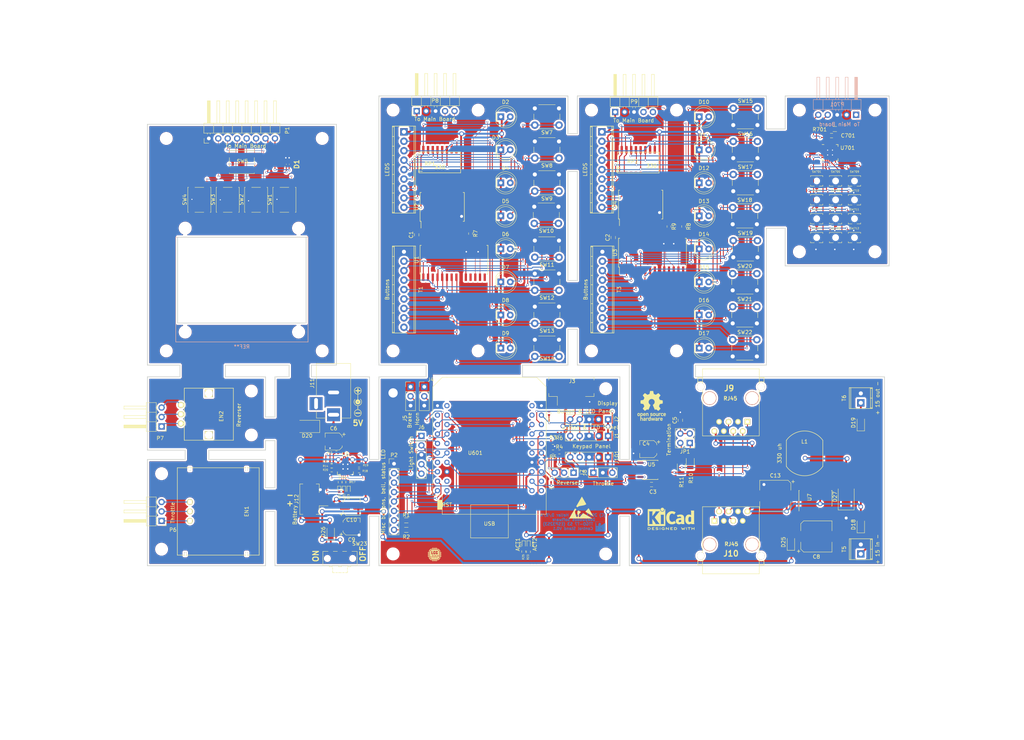
<source format=kicad_pcb>
(kicad_pcb (version 20211014) (generator pcbnew)
  (layers (0 "F.Cu" signal) (31 "B.Cu" signal) (34 "B.Paste" user) (35 "F.Paste" user) (36 "B.SilkS" user "B.Silkscreen") (37 "F.SilkS" user "F.Silkscreen") (38 "B.Mask" user) (39 "F.Mask" user) (44 "Edge.Cuts" user))
  (net 0 "")
  (net 1 "GND")
  (net 2 "+3V3")
  (net 3 "Net-(C5-Pad1)")
  (net 4 "Net-(C6-Pad1)")
  (net 5 "+5V")
  (net 6 "Net-(C8-Pad1)")
  (net 7 "Net-(C9-Pad1)")
  (net 8 "Net-(C10-Pad1)")
  (net 9 "+12V")
  (net 10 "/RST")
  (net 11 "/Brake")
  (net 12 "/Horn")
  (net 13 "Net-(D1-Pad1)")
  (net 14 "Net-(D1-Pad3)")
  (net 15 "+BATT")
  (net 16 "Net-(D2-Pad2)")
  (net 17 "Net-(D3-Pad2)")
  (net 18 "Net-(D4-Pad2)")
  (net 19 "Net-(D5-Pad2)")
  (net 20 "Net-(D6-Pad2)")
  (net 21 "Net-(D7-Pad2)")
  (net 22 "Net-(D8-Pad2)")
  (net 23 "Net-(D9-Pad2)")
  (net 24 "Net-(D10-Pad2)")
  (net 25 "Net-(D11-Pad2)")
  (net 26 "Net-(D12-Pad2)")
  (net 27 "Net-(D13-Pad2)")
  (net 28 "Net-(D14-Pad2)")
  (net 29 "Net-(D15-Pad2)")
  (net 30 "Net-(D16-Pad2)")
  (net 31 "Net-(D17-Pad2)")
  (net 32 "Net-(D18-Pad1)")
  (net 33 "Net-(D19-Pad2)")
  (net 34 "Net-(D21-Pad1)")
  (net 35 "Net-(D22-Pad1)")
  (net 36 "Net-(D23-Pad1)")
  (net 37 "Net-(D26-Pad1)")
  (net 38 "Net-(D27-Pad2)")
  (net 39 "Net-(D28-Pad2)")
  (net 40 "Net-(D29-Pad2)")
  (net 41 "Net-(EN1-Pad1)")
  (net 42 "Net-(EN1-Pad2)")
  (net 43 "Net-(EN1-Pad3)")
  (net 44 "/SCL")
  (net 45 "/SDA")
  (net 46 "/L_Off")
  (net 47 "/L_Dim")
  (net 48 "/L_Bright")
  (net 49 "/L_Ditch")
  (net 50 "Net-(J7-Pad1)")
  (net 51 "/Reverser")
  (net 52 "Net-(J7-Pad3)")
  (net 53 "/ThrottleB")
  (net 54 "/ThrottleA")
  (net 55 "/CAN Transceiver/CANH")
  (net 56 "/CAN Transceiver/CANL")
  (net 57 "Net-(J10-Pad4)")
  (net 58 "Net-(J10-Pad5)")
  (net 60 "Net-(JP1-Pad1)")
  (net 61 "Net-(JP1-Pad2)")
  (net 62 "Net-(P1-Pad2)")
  (net 63 "Net-(P1-Pad3)")
  (net 64 "Net-(P1-Pad4)")
  (net 65 "Net-(P1-Pad5)")
  (net 66 "Net-(P1-Pad6)")
  (net 67 "/Button_A")
  (net 68 "/Button_B")
  (net 69 "/Button_C")
  (net 70 "/Button_D")
  (net 71 "/Bell")
  (net 72 "Net-(P2-Pad7)")
  (net 73 "Net-(P2-Pad8)")
  (net 74 "Net-(EN2-Pad3)")
  (net 75 "Net-(EN2-Pad2)")
  (net 76 "Net-(EN2-Pad1)")
  (net 77 "Net-(P8-Pad4)")
  (net 78 "Net-(P8-Pad5)")
  (net 79 "Net-(P9-Pad4)")
  (net 80 "Net-(P9-Pad5)")
  (net 81 "/Status_G")
  (net 82 "/Status_R")
  (net 83 "Net-(R4-Pad2)")
  (net 84 "Net-(R7-Pad2)")
  (net 85 "Net-(R8-Pad2)")
  (net 86 "Net-(R9-Pad2)")
  (net 87 "Net-(R12-Pad1)")
  (net 88 "Net-(R14-Pad1)")
  (net 89 "Net-(R15-Pad1)")
  (net 90 "Net-(R16-Pad1)")
  (net 91 "Net-(R17-Pad1)")
  (net 92 "Net-(R18-Pad1)")
  (net 93 "Net-(R19-Pad1)")
  (net 94 "Net-(R20-Pad1)")
  (net 95 "Net-(RP1-Pad1)")
  (net 96 "Net-(RP1-Pad2)")
  (net 97 "Net-(RP1-Pad3)")
  (net 98 "Net-(RP1-Pad4)")
  (net 99 "Net-(RP1-Pad5)")
  (net 100 "Net-(RP1-Pad6)")
  (net 101 "Net-(RP1-Pad7)")
  (net 102 "Net-(RP1-Pad8)")
  (net 103 "Net-(RP2-Pad1)")
  (net 104 "Net-(RP2-Pad2)")
  (net 105 "Net-(RP2-Pad3)")
  (net 106 "Net-(RP2-Pad4)")
  (net 107 "Net-(RP2-Pad5)")
  (net 108 "Net-(RP2-Pad6)")
  (net 109 "Net-(RP2-Pad7)")
  (net 110 "Net-(RP2-Pad8)")
  (net 111 "Net-(SW7-Pad1)")
  (net 113 "Net-(SW9-Pad1)")
  (net 114 "Net-(SW10-Pad1)")
  (net 115 "Net-(SW11-Pad1)")
  (net 116 "Net-(SW12-Pad1)")
  (net 117 "Net-(SW13-Pad1)")
  (net 118 "Net-(SW14-Pad1)")
  (net 119 "Net-(SW15-Pad1)")
  (net 120 "Net-(SW16-Pad1)")
  (net 121 "Net-(SW17-Pad1)")
  (net 122 "Net-(SW18-Pad1)")
  (net 123 "Net-(SW19-Pad1)")
  (net 125 "Net-(SW8-Pad1)")
  (net 126 "Net-(SW22-Pad1)")
  (net 127 "Net-(SW20-Pad1)")
  (net 128 "Net-(SW21-Pad1)")
  (net 130 "Net-(U1-Pad21)")
  (net 131 "Net-(U1-Pad22)")
  (net 132 "Net-(U1-Pad23)")
  (net 133 "Net-(U1-Pad24)")
  (net 134 "Net-(U1-Pad25)")
  (net 135 "Net-(U1-Pad26)")
  (net 136 "Net-(U1-Pad27)")
  (net 137 "Net-(U1-Pad28)")
  (net 138 "Net-(SW701-Pad1)")
  (net 139 "Net-(SW702-Pad1)")
  (net 140 "Net-(U3-Pad21)")
  (net 141 "Net-(U3-Pad22)")
  (net 142 "Net-(U3-Pad23)")
  (net 143 "Net-(U3-Pad24)")
  (net 144 "Net-(U3-Pad25)")
  (net 145 "Net-(U3-Pad26)")
  (net 146 "Net-(U3-Pad27)")
  (net 147 "Net-(U3-Pad28)")
  (net 148 "/CAN_TX")
  (net 149 "/CAN_RX")
  (net 150 "Net-(SW703-Pad1)")
  (net 151 "Net-(SW704-Pad1)")
  (net 160 "/Processor Section/IO38(Act2)")
  (net 164 "/Keypad Panel/SCL")
  (net 165 "/Keypad Panel/SDA")
  (net 166 "Net-(R701-Pad1)")
  (net 168 "Net-(SW701-Pad2)")
  (net 172 "Net-(SW705-Pad2)")
  (net 173 "Net-(SW709-Pad2)")
  (net 196 "/Processor Section/IO48(Act1)")
  (footprint "Capacitors_SMD:C_0603" (layer "F.Cu") (at 123.19 62.75 90)
    (fp_text reference "C1")
    (fp_text value ".1 uf")
  )
  (footprint "Capacitors_SMD:C_0603" (layer "F.Cu") (at 176.022 63.488 90)
    (fp_text reference "C2")
    (fp_text value ".1 uf")
  )
  (footprint "Capacitors_SMD:C_0603" (layer "F.Cu") (at 186.309 129.921)
    (fp_text reference "C3")
    (fp_text value ".1 uf")
  )
  (footprint "Capacitors_SMD:CP_Elec_4x5.7" (layer "F.Cu") (at 185.442 120.396 180)
    (fp_text reference "C4")
    (fp_text value "15 uf 63V")
  )
  (footprint "Capacitors_SMD:C_0603" (layer "F.Cu") (at 194.056 112.637 90)
    (fp_text reference "C5")
    (fp_text value "47 nf")
  )
  (footprint "Capacitors_SMD:CP_Elec_4x5.7" (layer "F.Cu") (at 100.86 118.364 180)
    (fp_text reference "C6")
    (fp_text value "10uf")
  )
  (footprint "Capacitors_SMD:CP_Elec_8x10" (layer "F.Cu") (at 230.632 143.891)
    (fp_text reference "C8")
    (fp_text value "220 uf 25V")
  )
  (footprint "Capacitors_SMD:CP_Elec_4x5.7" (layer "F.Cu") (at 105.686 141.224)
    (fp_text reference "C9")
    (fp_text value "4.7uf")
  )
  (footprint "Capacitors_SMD:CP_Elec_4x5.7" (layer "F.Cu") (at 105.686 135.89)
    (fp_text reference "C10")
    (fp_text value "4.7uf")
  )
  (footprint "Capacitors_SMD:CP_Elec_8x10" (layer "F.Cu") (at 219.583 132.969 180)
    (fp_text reference "C13")
    (fp_text value "22 uf 100V")
  )
  (footprint "APHB1608CGKSURKC:APHB1608CGKSURKC" (layer "F.Cu") (at 88.55 43.78 -90)
    (fp_text reference "D1")
    (fp_text value "Status" hide)
  )
  (footprint "LEDs:LED_D5.0mm" (layer "F.Cu") (at 145.796 30.988)
    (fp_text reference "D2")
    (fp_text value "LED")
  )
  (footprint "LEDs:LED_D5.0mm" (layer "F.Cu") (at 145.796 39.878)
    (fp_text reference "D3")
    (fp_text value "LED")
  )
  (footprint "LEDs:LED_D5.0mm" (layer "F.Cu") (at 145.796 48.768)
    (fp_text reference "D4")
    (fp_text value "LED")
  )
  (footprint "LEDs:LED_D5.0mm" (layer "F.Cu") (at 145.796 57.658)
    (fp_text reference "D5")
    (fp_text value "LED")
  )
  (footprint "LEDs:LED_D5.0mm" (layer "F.Cu") (at 145.796 66.548)
    (fp_text reference "D6")
    (fp_text value "LED")
  )
  (footprint "LEDs:LED_D5.0mm" (layer "F.Cu") (at 145.796 75.438)
    (fp_text reference "D7")
    (fp_text value "LED")
  )
  (footprint "LEDs:LED_D5.0mm" (layer "F.Cu") (at 145.796 84.328)
    (fp_text reference "D8")
    (fp_text value "LED")
  )
  (footprint "LEDs:LED_D5.0mm" (layer "F.Cu") (at 145.796 93.218)
    (fp_text reference "D9")
    (fp_text value "LED")
  )
  (footprint "LEDs:LED_D5.0mm" (layer "F.Cu") (at 199.136 30.988)
    (fp_text reference "D10")
    (fp_text value "LED")
  )
  (footprint "LEDs:LED_D5.0mm" (layer "F.Cu") (at 199.136 39.878)
    (fp_text reference "D11")
    (fp_text value "LED")
  )
  (footprint "LEDs:LED_D5.0mm" (layer "F.Cu") (at 199.136 48.768)
    (fp_text reference "D12")
    (fp_text value "LED")
  )
  (footprint "LEDs:LED_D5.0mm" (layer "F.Cu") (at 199.136 57.658)
    (fp_text reference "D13")
    (fp_text value "LED")
  )
  (footprint "LEDs:LED_D5.0mm" (layer "F.Cu") (at 199.136 66.548)
    (fp_text reference "D14")
    (fp_text value "LED")
  )
  (footprint "LEDs:LED_D5.0mm" (layer "F.Cu") (at 199.136 75.438)
    (fp_text reference "D15")
    (fp_text value "LED")
  )
  (footprint "LEDs:LED_D5.0mm" (layer "F.Cu") (at 199.136 84.328)
    (fp_text reference "D16")
    (fp_text value "LED")
  )
  (footprint "LEDs:LED_D5.0mm" (layer "F.Cu") (at 199.136 93.218)
    (fp_text reference "D17")
    (fp_text value "LED")
  )
  (footprint "Diodes_SMD:D_PowerDI-123" (layer "F.Cu") (at 242.57 140.715 90)
    (fp_text reference "D18")
    (fp_text value "DFLS240-7")
  )
  (footprint "Diodes_SMD:D_PowerDI-123" (layer "F.Cu") (at 242.57 113.285 90)
    (fp_text reference "D19")
    (fp_text value "DFLS240-7")
  )
  (footprint "Diodes_SMD:D_SMA" (layer "F.Cu") (at 93.726 114.3 180)
    (fp_text reference "D20")
    (fp_text value "SMAJ5.0A/TR13")
  )
  (footprint "LEDs:LED_0402" (layer "F.Cu") (at 102.362 131.318 -90)
    (fp_text reference "D21")
    (fp_text value "LED")
  )
  (footprint "LEDs:LED_0402" (layer "F.Cu") (at 103.632 131.318 -90)
    (fp_text reference "D22")
    (fp_text value "LED")
  )
  (footprint "LEDs:LED_0402" (layer "F.Cu") (at 104.902 131.318 -90)
    (fp_text reference "D23")
    (fp_text value "LED")
  )
  (footprint "Diodes_SMD:D_PowerDI-123" (layer "F.Cu") (at 223.774 145.415 90)
    (fp_text reference "D25")
    (fp_text value "DFLS240-7")
  )
  (footprint "Diodes_SMD:D_PowerDI-123" (layer "F.Cu") (at 100.076 142.66 90)
    (fp_text reference "D26")
    (fp_text value "DFLS240-7")
  )
  (footprint "Diodes_SMD:D_SMB" (layer "F.Cu") (at 238.633 133.223 90)
    (fp_text reference "D27")
    (fp_text value "SB160-E3/54")
  )
  (footprint "LEDs:LED_0402" (layer "F.Cu") (at 153.289 146.008 -90)
    (fp_text reference "D28")
    (fp_text value "ACT2")
  )
  (footprint "LEDs:LED_0402" (layer "F.Cu") (at 151.9555 146.008 -90)
    (fp_text reference "D29")
    (fp_text value "ACT1")
  )
  (footprint "Pin_Headers:Pin_Header_Straight_1x05_Pitch2.54mm" (layer "F.Cu") (at 174.625 116.84 -90)
    (fp_text reference "J1")
    (fp_text value "Button & LED Panel")
  )
  (footprint "Pin_Headers:Pin_Header_Straight_1x05_Pitch2.54mm" (layer "F.Cu") (at 174.625 112.395 -90)
    (fp_text reference "J2")
    (fp_text value "Button & LED Panel")
  )
  (footprint "Connectors_JST:JST_PH_B4B-PH-SM4-TB_04x2.00mm_Straight" (layer "F.Cu") (at 164.78 104.757)
    (fp_text reference "J3")
    (fp_text value "Display")
  )
  (footprint "Pin_Headers:Pin_Header_Straight_1x03_Pitch2.54mm" (layer "F.Cu") (at 125.222 103.632)
    (fp_text reference "J4")
    (fp_text value "Horn")
  )
  (footprint "Pin_Headers:Pin_Header_Straight_1x03_Pitch2.54mm" (layer "F.Cu") (at 121.539 103.632)
    (fp_text reference "J5")
    (fp_text value "Brake")
  )
  (footprint "Pin_Headers:Pin_Header_Straight_1x05_Pitch2.54mm" (layer "F.Cu") (at 124.46 116.84)
    (fp_text reference "J6")
    (fp_text value "Light Switch")
  )
  (footprint "Pin_Headers:Pin_Header_Straight_1x03_Pitch2.54mm" (layer "F.Cu") (at 165.354 126.746 -90)
    (fp_text reference "J7")
    (fp_text value "Reverser")
  )
  (footprint "Pin_Headers:Pin_Header_Straight_1x03_Pitch2.54mm" (layer "F.Cu") (at 170.688 126.746 90)
    (fp_text reference "J8")
    (fp_text value "Throttle")
  )
  (footprint "RJ45-8N-S:RJ45_8N-S" (layer "F.Cu") (at 207.645 106.68 180)
    (fp_text reference "J9")
    (fp_text value "RJ45")
  )
  (footprint "RJ45-8N-S:RJ45_8N-S" (layer "F.Cu") (at 207.645 146.05)
    (fp_text reference "J10")
    (fp_text value "RJ45")
  )
  (footprint "Connectors:BARREL_JACK" (layer "F.Cu") (at 100.838 111.156 -90)
    (fp_text reference "J11")
    (fp_text value "Barrel_Jack")
  )
  (footprint "Connectors_JST:JST_PH_B2B-PH-SM4-TB_02x2.00mm_Straight" (layer "F.Cu") (at 95.504 133.858 90)
    (fp_text reference "J12")
    (fp_text value "Battery")
  )
  (footprint "Pin_Headers:Pin_Header_Straight_2x02_Pitch2.54mm" (layer "F.Cu") (at 196.596 118.745 180)
    (fp_text reference "JP1")
    (fp_text value "Termination")
  )
  (footprint "SRN1060:SRN1060" (layer "F.Cu") (at 227.457 121.539)
    (fp_text reference "L1")
    (fp_text value "330 uh")
  )
  (footprint "Mounting_Holes:MountingHole_2.5mm" (layer "F.Cu") (at 55.88 36.83)
    (fp_text reference "MK1" hide)
    (fp_text value "Mounting_Hole" hide)
  )
  (footprint "Mounting_Holes:MountingHole_2.5mm" (layer "F.Cu") (at 97.79 36.83)
    (fp_text reference "MK2" hide)
    (fp_text value "Mounting_Hole" hide)
  )
  (footprint "Mounting_Holes:MountingHole_2.5mm" (layer "F.Cu") (at 55.88 93.98)
    (fp_text reference "MK3" hide)
    (fp_text value "Mounting_Hole" hide)
  )
  (footprint "Mounting_Holes:MountingHole_2.5mm" (layer "F.Cu") (at 97.79 93.98)
    (fp_text reference "MK4" hide)
    (fp_text value "Mounting_Hole" hide)
  )
  (footprint "Mounting_Holes:MountingHole_2.5mm" (layer "F.Cu") (at 54.61 127)
    (fp_text reference "MK5" hide)
    (fp_text value "Mounting_Hole" hide)
  )
  (footprint "Mounting_Holes:MountingHole_2.5mm" (layer "F.Cu") (at 54.61 147.32)
    (fp_text reference "MK6" hide)
    (fp_text value "Mounting_Hole" hide)
  )
  (footprint "Mounting_Holes:MountingHole_2.5mm" (layer "F.Cu") (at 78.74 104.775)
    (fp_text reference "MK7" hide)
    (fp_text value "Mounting_Hole" hide)
  )
  (footprint "Mounting_Holes:MountingHole_2.5mm" (layer "F.Cu") (at 78.74 116.586)
    (fp_text reference "MK8" hide)
    (fp_text value "Mounting_Hole" hide)
  )
  (footprint "Mounting_Holes:MountingHole_2.5mm" (layer "F.Cu") (at 116.84 29.21)
    (fp_text reference "MK9" hide)
    (fp_text value "Mounting_Hole" hide)
  )
  (footprint "Mounting_Holes:MountingHole_2.5mm" (layer "F.Cu") (at 116.84 93.98)
    (fp_text reference "MK10" hide)
    (fp_text value "Mounting_Hole" hide)
  )
  (footprint "Mounting_Holes:MountingHole_2.5mm" (layer "F.Cu") (at 139.7 93.98)
    (fp_text reference "MK11" hide)
    (fp_text value "Mounting_Hole" hide)
  )
  (footprint "Mounting_Holes:MountingHole_2.5mm" (layer "F.Cu") (at 139.7 29.21)
    (fp_text reference "MK12" hide)
    (fp_text value "Mounting_Hole" hide)
  )
  (footprint "Mounting_Holes:MountingHole_2.5mm" (layer "F.Cu") (at 170.18 29.21)
    (fp_text reference "MK13" hide)
    (fp_text value "Mounting_Hole" hide)
  )
  (footprint "Mounting_Holes:MountingHole_2.5mm" (layer "F.Cu") (at 170.18 93.98)
    (fp_text reference "MK14" hide)
    (fp_text value "Mounting_Hole" hide)
  )
  (footprint "Mounting_Holes:MountingHole_2.5mm" (layer "F.Cu") (at 193.04 93.98)
    (fp_text reference "MK15" hide)
    (fp_text value "Mounting_Hole" hide)
  )
  (footprint "Mounting_Holes:MountingHole_2.5mm" (layer "F.Cu") (at 193.04 29.21)
    (fp_text reference "MK16" hide)
    (fp_text value "Mounting_Hole" hide)
  )
  (footprint "Mounting_Holes:MountingHole_2.5mm" (layer "F.Cu") (at 116.84 148.59)
    (fp_text reference "MK17" hide)
    (fp_text value "Mounting_Hole" hide)
  )
  (footprint "Mounting_Holes:MountingHole_2.5mm" (layer "F.Cu") (at 173.99 148.59)
    (fp_text reference "MK18" hide)
    (fp_text value "Mounting_Hole" hide)
  )
  (footprint "Mounting_Holes:MountingHole_2.5mm" (layer "F.Cu") (at 173.99 104.14)
    (fp_text reference "MK19" hide)
    (fp_text value "Mounting_Hole" hide)
  )
  (footprint "Mounting_Holes:MountingHole_2.5mm_Pad" (layer "F.Cu") (at 116.84 105.283)
    (fp_text reference "MK20" hide)
    (fp_text value "Mounting_Hole_PAD" hide)
  )
  (footprint "Pin_Headers:Pin_Header_Angled_1x08_Pitch2.54mm" (layer "F.Cu") (at 67.31 36.83 90)
    (fp_text reference "P1")
    (fp_text value "To Main Board")
  )
  (footprint "Pin_Headers:Pin_Header_Straight_1x08_Pitch2.54mm" (layer "F.Cu") (at 117.094 124.333)
    (fp_text reference "P2")
    (fp_text value "Misc buttons, bell, status LED")
  )
  (footprint "Pin_Headers:Pin_Header_Angled_1x03_Pitch2.54mm" (layer "F.Cu") (at 54.61 139.7 180)
    (fp_text reference "P6")
    (fp_text value "To Main Board")
  )
  (footprint "Pin_Headers:Pin_Header_Angled_1x03_Pitch2.54mm" (layer "F.Cu") (at 54.61 114.3 180)
    (fp_text reference "P7")
    (fp_text value "To Main Board")
  )
  (footprint "Pin_Headers:Pin_Header_Angled_1x05_Pitch2.54mm" (layer "F.Cu") (at 123.19 29.464 90)
    (fp_text reference "P8")
    (fp_text value "To Main Board")
  )
  (footprint "Pin_Headers:Pin_Header_Angled_1x05_Pitch2.54mm" (layer "F.Cu") (at 176.53 29.718 90)
    (fp_text reference "P9")
    (fp_text value "To Main Board")
  )
  (footprint "Resistors_SMD:R_0603" (layer "F.Cu") (at 120.396 139.573)
    (fp_text reference "R1")
    (fp_text value "220 Ohms")
  )
  (footprint "Resistors_SMD:R_0603" (layer "F.Cu") (at 120.396 142.113)
    (fp_text reference "R2")
    (fp_text value "220 Ohms")
  )
  (footprint "Resistors_SMD:R_0402" (layer "F.Cu") (at 159.824 118.618)
    (fp_text reference "R3")
    (fp_text value "100K Ohms")
  )
  (footprint "Resistors_SMD:R_0402" (layer "F.Cu") (at 161.544 121.158)
    (fp_text reference "R4")
    (fp_text value "100K Ohms")
  )
  (footprint "Resistors_SMD:R_0402" (layer "F.Cu") (at 159.824 121.158 180)
    (fp_text reference "R5")
    (fp_text value "100K Ohms")
  )
  (footprint "Resistors_SMD:R_0402" (layer "F.Cu") (at 161.544 116.078 180)
    (fp_text reference "R6")
    (fp_text value "100K Ohms")
  )
  (footprint "Resistors_SMD:R_0402" (layer "F.Cu") (at 137.668 62.426 -90)
    (fp_text reference "R7")
    (fp_text value "10K")
  )
  (footprint "Resistors_SMD:R_0402" (layer "F.Cu") (at 194.945 60.51 -90)
    (fp_text reference "R8")
    (fp_text value "10K")
  )
  (footprint "Resistors_SMD:R_0402" (layer "F.Cu") (at 191.008 60.521 -90)
    (fp_text reference "R9")
    (fp_text value "10K")
  )
  (footprint "Resistors_SMD:R_1206" (layer "F.Cu") (at 196.723 123.878 90)
    (fp_text reference "R10")
    (fp_text value "60 Ohms")
  )
  (footprint "Resistors_SMD:R_1206" (layer "F.Cu") (at 194.31 125.349 90)
    (fp_text reference "R11")
    (fp_text value "60 Ohms")
  )
  (footprint "Resistors_SMD:R_0402" (layer "F.Cu") (at 101.6 121.412)
    (fp_text reference "R12")
    (fp_text value "330K")
  )
  (footprint "Resistors_SMD:R_0402" (layer "F.Cu") (at 100.33 123.698 180)
    (fp_text reference "R13")
    (fp_text value "110K")
  )
  (footprint "Resistors_SMD:R_0402" (layer "F.Cu") (at 100.33 124.968 180)
    (fp_text reference "R14")
    (fp_text value "10K")
  )
  (footprint "Resistors_SMD:R_0402" (layer "F.Cu") (at 102.616 129.286 -90)
    (fp_text reference "R15")
    (fp_text value "470")
  )
  (footprint "Resistors_SMD:R_0402" (layer "F.Cu") (at 103.632 129.286 -90)
    (fp_text reference "R16")
    (fp_text value "470")
  )
  (footprint "Resistors_SMD:R_0402" (layer "F.Cu") (at 104.648 129.286 -90)
    (fp_text reference "R17")
    (fp_text value "470")
  )
  (footprint "Resistors_SMD:R_0402" (layer "F.Cu") (at 107.696 126.238)
    (fp_text reference "R18")
    (fp_text value "5K")
  )
  (footprint "Resistors_SMD:R_0402" (layer "F.Cu") (at 107.696 124.714)
    (fp_text reference "R19")
    (fp_text value "2K")
  )
  (footprint "Resistors_SMD:R_0402" (layer "F.Cu") (at 100.33 125.984 180)
    (fp_text reference "R20")
    (fp_text value "10K")
  )
  (footprint "Resistors_SMD:R_0402" (layer "F.Cu") (at 153.2255 148.013 90)
    (fp_text reference "R23")
    (fp_text value "270")
  )
  (footprint "Resistors_SMD:R_0402" (layer "F.Cu") (at 151.9555 147.9495 90)
    (fp_text reference "R25")
    (fp_text value "270")
  )
  (footprint "Resistors_SMD:R_0402" (layer "F.Cu") (at 159.766 129.286 180)
    (fp_text reference "R27")
    (fp_text value "2.4K")
  )
  (footprint "Resistors_SMD:R_0402" (layer "F.Cu") (at 158.75 110.744 90)
    (fp_text reference "R30")
    (fp_text value "2.4K")
  )
  (footprint "48xxP:4816P" (layer "F.Cu") (at 129.413 43.286)
    (fp_text reference "RP1")
    (fp_text value "330")
  )
  (footprint "48xxP:4816P" (layer "F.Cu") (at 182.753 43.328)
    (fp_text reference "RP2")
    (fp_text value "330")
  )
  (footprint "Buttons_Switches_SMD:SW_SPST_EVQQ2" (layer "F.Cu") (at 87.63 53.34 90)
    (fp_text reference "SW1")
    (fp_text value "A")
  )
  (footprint "Buttons_Switches_SMD:SW_SPST_EVQQ2" (layer "F.Cu") (at 80.01 53.34 90)
    (fp_text reference "SW2")
    (fp_text value "B")
  )
  (footprint "Buttons_Switches_SMD:SW_SPST_EVQQ2" (layer "F.Cu") (at 72.39 53.34 90)
    (fp_text reference "SW3")
    (fp_text value "C")
  )
  (footprint "Buttons_Switches_SMD:SW_SPST_EVQQ2" (layer "F.Cu") (at 64.77 53.34 90)
    (fp_text reference "SW4")
    (fp_text value "D")
  )
  (footprint "Buttons_Switches_SMD:SW_SPST_EVQQ2" (layer "F.Cu") (at 76.2 43.18)
    (fp_text reference "SW5")
    (fp_text value "Bell")
  )
  (footprint "Buttons_Switches_THT:SW_PUSH_6mm" (layer "F.Cu") (at 161.44 33.238 180)
    (fp_text reference "SW7")
    (fp_text value "SW_PUSH_SMALL")
  )
  (footprint "Buttons_Switches_THT:SW_PUSH_6mm" (layer "F.Cu") (at 161.44 42.128 180)
    (fp_text reference "SW8")
    (fp_text value "SW_PUSH_SMALL")
  )
  (footprint "Buttons_Switches_THT:SW_PUSH_6mm" (layer "F.Cu") (at 161.44 51.018 180)
    (fp_text reference "SW9")
    (fp_text value "SW_PUSH_SMALL")
  )
  (footprint "Buttons_Switches_THT:SW_PUSH_6mm" (layer "F.Cu") (at 161.29 59.69 180)
    (fp_text reference "SW10")
    (fp_text value "SW_PUSH_SMALL")
  )
  (footprint "Buttons_Switches_THT:SW_PUSH_6mm" (layer "F.Cu") (at 161.44 68.798 180)
    (fp_text reference "SW11")
    (fp_text value "SW_PUSH_SMALL")
  )
  (footprint "Buttons_Switches_THT:SW_PUSH_6mm" (layer "F.Cu") (at 161.44 77.688 180)
    (fp_text reference "SW12")
    (fp_text value "SW_PUSH_SMALL")
  )
  (footprint "Buttons_Switches_THT:SW_PUSH_6mm" (layer "F.Cu") (at 161.44 86.578 180)
    (fp_text reference "SW13")
    (fp_text value "SW_PUSH_SMALL")
  )
  (footprint "Buttons_Switches_THT:SW_PUSH_6mm" (layer "F.Cu") (at 161.44 95.468 180)
    (fp_text reference "SW14")
    (fp_text value "SW_PUSH_SMALL")
  )
  (footprint "Buttons_Switches_THT:SW_PUSH_6mm" (layer "F.Cu") (at 208.28 28.738)
    (fp_text reference "SW15")
    (fp_text value "SW_PUSH_SMALL")
  )
  (footprint "Buttons_Switches_THT:SW_PUSH_6mm" (layer "F.Cu") (at 208.28 37.628)
    (fp_text reference "SW16")
    (fp_text value "SW_PUSH_SMALL")
  )
  (footprint "Buttons_Switches_THT:SW_PUSH_6mm" (layer "F.Cu") (at 208.28 46.518)
    (fp_text reference "SW17")
    (fp_text value "SW_PUSH_SMALL")
  )
  (footprint "Buttons_Switches_THT:SW_PUSH_6mm" (layer "F.Cu") (at 208.13 55.408)
    (fp_text reference "SW18")
    (fp_text value "SW_PUSH_SMALL")
  )
  (footprint "Buttons_Switches_THT:SW_PUSH_6mm" (layer "F.Cu") (at 208.28 64.298)
    (fp_text reference "SW19")
    (fp_text value "SW_PUSH_SMALL")
  )
  (footprint "Buttons_Switches_THT:SW_PUSH_6mm" (layer "F.Cu") (at 208.13 73.188)
    (fp_text reference "SW20")
    (fp_text value "SW_PUSH_SMALL")
  )
  (footprint "Buttons_Switches_THT:SW_PUSH_6mm" (layer "F.Cu") (at 208.13 82.078)
    (fp_text reference "SW21")
    (fp_text value "SW_PUSH_SMALL")
  )
  (footprint "Buttons_Switches_THT:SW_PUSH_6mm" (layer "F.Cu") (at 208.13 90.968)
    (fp_text reference "SW22")
    (fp_text value "SW_PUSH_SMALL")
  )
  (footprint "Buttons_Switches_SMD:SW_SPDT_CK-JS102011SAQN" (layer "F.Cu") (at 102.576 149.816)
    (fp_text reference "SW23")
    (fp_text value "On/Off")
  )
  (footprint "Terminal_Blocks:TerminalBlock_Pheonix_MPT-2.54mm_9pol" (layer "F.Cu") (at 119.761 67.31 -90)
    (fp_text reference "T1")
    (fp_text value "Buttons")
  )
  (footprint "Connectors_Terminal_Blocks:TerminalBlock_Pheonix_MPT-2.54mm_9pol" (layer "F.Cu") (at 119.761 35.052 -90)
    (fp_text reference "T2")
    (fp_text value "LEDS")
  )
  (footprint "Connectors_Terminal_Blocks:TerminalBlock_Pheonix_MPT-2.54mm_9pol" (layer "F.Cu") (at 173.101 67.31 -90)
    (fp_text reference "T3")
    (fp_text value "Buttons")
  )
  (footprint "Connectors_Terminal_Blocks:TerminalBlock_Pheonix_MPT-2.54mm_9pol" (layer "F.Cu") (at 172.974 35.052 -90)
    (fp_text reference "T4")
    (fp_text value "LEDS")
  )
  (footprint "Terminal_Blocks:TerminalBlock_Pheonix_MPT-2.54mm_2pol" (layer "F.Cu") (at 242.57 148.59 90)
    (fp_text reference "T5")
    (fp_text value "+ 15 in -")
  )
  (footprint "Terminal_Blocks:TerminalBlock_Pheonix_MPT-2.54mm_2pol" (layer "F.Cu") (at 242.57 107.95 90)
    (fp_text reference "T6")
    (fp_text value "+ 15 out -")
  )
  (footprint "Housings_SOIC:SOIC-28W_7.5x17.9mm_Pitch1.27mm" (layer "F.Cu") (at 133.223 69.468 90)
    (fp_text reference "U1")
    (fp_text value "MCP23017")
  )
  (footprint "Housings_SOIC:SOIC-18W_7.5x11.6mm_Pitch1.27mm" (layer "F.Cu") (at 130.048 55.244 90)
    (fp_text reference "U2")
    (fp_text value "TBD62083A")
  )
  (footprint "Housings_SOIC:SOIC-28W_7.5x17.9mm_Pitch1.27mm" (layer "F.Cu") (at 186.563 67.565 90)
    (fp_text reference "U3")
    (fp_text value "MCP23017")
  )
  (footprint "Housings_SOIC:SOIC-18W_7.5x11.6mm_Pitch1.27mm" (layer "F.Cu") (at 183.388 54.611 90)
    (fp_text reference "U4")
    (fp_text value "TBD62083A")
  )
  (footprint "Housings_SOIC:SOIC-8_3.9x4.9mm_Pitch1.27mm" (layer "F.Cu") (at 185.961 125.984)
    (fp_text reference "U5")
    (fp_text value "TCAN332DR")
  )
  (footprint "Housings_DFN_QFN:QFN-20-1EP_4x4mm_Pitch0.5mm" (layer "F.Cu") (at 104.023 125.105)
    (fp_text reference "U6")
    (fp_text value "MCP73871")
  )
  (footprint "SOIC_Wide:SOIC-14_7.4x8.7mm_Pitch1.27mm" (layer "F.Cu") (at 230.378 133.604 90)
    (fp_text reference "U7")
    (fp_text value "LM2574HVM-5.0")
  )
  (footprint "Encoders:Series25L-Encoder" (layer "F.Cu") (at 69.85 137.16 -90)
    (fp_text reference "EN1")
    (fp_text value "Throttle")
  )
  (footprint "Encoders:ALPSEC12C" (layer "F.Cu") (at 67.31 111.01 -90)
    (fp_text reference "EN2")
    (fp_text value "Reverser")
  )
  (footprint "AdafruitDisplays:128x64OLEDSTEMMA" (layer "F.Cu") (at 76.2 77.47 180)
    (fp_text reference "REF**")
    (fp_text value "128x64OLEDSTEMMA")
  )
  (footprint "DWSLogoBCU:DWSLogoBCU" (layer "F.Cu") (at 172.593 141.224)
    (fp_text reference "")
    (fp_text value "")
  )
  (footprint "Fiducials:Fiducial_1mm_Dia_2.54mm_Outer_CopperTop" (layer "F.Cu") (at 116.4336 115.57)
    (fp_text reference "FD1" hide)
    (fp_text value "FidMark" hide)
  )
  (footprint "Fiducials:Fiducial_1mm_Dia_2.54mm_Outer_CopperTop" (layer "F.Cu") (at 224.9932 109.8804)
    (fp_text reference "FD2" hide)
    (fp_text value "FidMark" hide)
  )
  (footprint "Fiducials:Fiducial_1mm_Dia_2.54mm_Outer_CopperTop" (layer "F.Cu") (at 96.8756 46.0756)
    (fp_text reference "FD3" hide)
    (fp_text value "FidMark" hide)
  )
  (footprint "LCC_LOGO:LCC_LOGO_4.5x4.5" (layer "F.Cu") (at 128.016 148.717)
    (fp_text reference "G***" hide)
    (fp_text value "LCC" hide)
  )
  (footprint "Symbols:ESD-Logo_6.6x6mm_SilkScreen" (layer "F.Cu") (at 167.4368 136.0932)
    (fp_text reference "REF***" hide)
    (fp_text value "ESD-Logo_6.6x6mm_SilkScreen" hide)
  )
  (footprint "Symbols:KiCad-Logo2_6mm_SilkScreen" (layer "F.Cu") (at 191.5668 139.1412)
    (fp_text reference "REF***" hide)
    (fp_text value "KiCad-Logo2_6mm_SilkScreen" hide)
  )
  (footprint "Symbols:OSHW-Logo_7.5x8mm_SilkScreen" (layer "F.Cu") (at 186.3344 108.7628)
    (fp_text reference "REF***" hide)
    (fp_text value "OSHW-Logo_7.5x8mm_SilkScreen" hide)
  )
  (footprint "Symbols:Symbol_Barrel_Polarity" (layer "F.Cu") (at 107.2896 107.696 90)
    (fp_text reference "REF**" hide)
    (fp_text value "Symbol_Barrel_Polarity")
  )
  (footprint "Capacitors_SMD:C_0603" (layer "F.Cu") (at 234.696 36.068 180)
    (fp_text reference "C701")
    (fp_text value ".1uf")
  )
  (footprint "Pin_Headers:Pin_Header_Straight_1x05_Pitch2.54mm" (layer "F.Cu") (at 174.625 122.555 -90)
    (fp_text reference "J101")
    (fp_text value "Keypad Panel")
  )
  (footprint "Resistors_SMD:R_0603" (layer "F.Cu") (at 235.585 34.29)
    (fp_text reference "R701")
    (fp_text value "10K")
  )
  (footprint "Buttons_Switches_SMD:SW_SPST_B3U-1100P-B" (layer "F.Cu") (at 230.71 49.08)
    (fp_text reference "SW701")
    (fp_text value "\"1\"")
  )
  (footprint "Buttons_Switches_SMD:SW_SPST_B3U-1100P-B" (layer "F.Cu") (at 230.71 54.16)
    (fp_text reference "SW702")
    (fp_text value "\"4\"")
  )
  (footprint "Buttons_Switches_SMD:SW_SPST_B3U-1100P-B" (layer "F.Cu") (at 230.71 59.24)
    (fp_text reference "SW703")
    (fp_text value "\"7\"")
  )
  (footprint "Buttons_Switches_SMD:SW_SPST_B3U-1100P-B" (layer "F.Cu") (at 230.71 64.32)
    (fp_text reference "SW704")
    (fp_text value "\"*\"")
  )
  (footprint "Buttons_Switches_SMD:SW_SPST_B3U-1100P-B" (layer "F.Cu") (at 235.79 49.08)
    (fp_text reference "SW705")
    (fp_text value "\"2\"")
  )
  (footprint "Buttons_Switches_SMD:SW_SPST_B3U-1100P-B" (layer "F.Cu") (at 235.79 54.16)
    (fp_text reference "SW706")
    (fp_text value "\"5\"")
  )
  (footprint "Buttons_Switches_SMD:SW_SPST_B3U-1100P-B" (layer "F.Cu") (at 235.79 59.24)
    (fp_text reference "SW707")
    (fp_text value "\"8\"")
  )
  (footprint "Buttons_Switches_SMD:SW_SPST_B3U-1100P-B" (layer "F.Cu") (at 235.79 64.32)
    (fp_text reference "SW708")
    (fp_text value "\"0\"")
  )
  (footprint "Buttons_Switches_SMD:SW_SPST_B3U-1100P-B" (layer "F.Cu") (at 240.87 49.08)
    (fp_text reference "SW709")
    (fp_text value "\"3\"")
  )
  (footprint "Buttons_Switches_SMD:SW_SPST_B3U-1100P-B" (layer "F.Cu") (at 240.87 54.16)
    (fp_text reference "SW710")
    (fp_text value "\"6\"")
  )
  (footprint "Buttons_Switches_SMD:SW_SPST_B3U-1100P-B" (layer "F.Cu") (at 240.87 59.24)
    (fp_text reference "SW711")
    (fp_text value "\"9\"")
  )
  (footprint "Buttons_Switches_SMD:SW_SPST_B3U-1100P-B" (layer "F.Cu") (at 240.87 64.32)
    (fp_text reference "SW712")
    (fp_text value "\"#\"")
  )
  (footprint "Housings_DFN_QFN:QFN-24-1EP_4x4mm_Pitch0.5mm" (layer "F.Cu") (at 234.3 40.625)
    (fp_text reference "U701")
    (fp_text value "TCA8418")
  )
  (footprint "Mounting_Holes:MountingHole_2.5mm" (layer "F.Cu") (at 246.38 67.31)
    (fp_text reference "MK701" hide)
    (fp_text value "Mounting_Hole" hide)
  )
  (footprint "Mounting_Holes:MountingHole_2.5mm" (layer "F.Cu") (at 226.06 67.31)
    (fp_text reference "MK702" hide)
    (fp_text value "Mounting_Hole" hide)
  )
  (footprint "Mounting_Holes:MountingHole_2.5mm" (layer "F.Cu") (at 246.38 29.21)
    (fp_text reference "MK703" hide)
    (fp_text value "Mounting_Hole" hide)
  )
  (footprint "Mounting_Holes:MountingHole_2.5mm" (layer "F.Cu") (at 226.06 29.21)
    (fp_text reference "MK704" hide)
    (fp_text value "Mounting_Hole" hide)
  )
  (footprint "ESP32_mini:ESP32_mini" (layer "F.Cu") (at 142.748 120.142)
    (fp_text reference "U601")
    (fp_text value "TTGO-T7_S3-V1.1")
  )
  (footprint "Pin_Headers:Pin_Header_Angled_1x05_Pitch2.54mm" (layer "B.Cu") (at 241.3 30.48 90)
    (fp_text reference "P701")
    (fp_text value "To Main Board")
  )
  (gr_line (start 110.49 138.43) (end 110.49 151.765) (layer "Edge.Cuts") (width 0.2))
  (gr_line (start 217.17 60.96) (end 217.17 97.79) (layer "Edge.Cuts") (width 0.2))
  (gr_line (start 248.92 151.765) (end 248.92 100.965) (layer "Edge.Cuts") (width 0.2))
  (gr_line (start 166.37 45.72) (end 166.37 75.057) (layer "Edge.Cuts") (width 0.2))
  (gr_line (start 217.17 34.29) (end 217.17 25.4) (layer "Edge.Cuts") (width 0.2))
  (gr_line (start 163.83 45.72) (end 166.37 45.72) (layer "Edge.Cuts") (width 0.2))
  (gr_line (start 82.55 151.765) (end 50.8 151.765) (layer "Edge.Cuts") (width 0.2))
  (gr_line (start 82.55 100.965) (end 82.55 111.76) (layer "Edge.Cuts") (width 0.2))
  (gr_line (start 110.49 100.969) (end 110.49 123.19) (layer "Edge.Cuts") (width 0.2))
  (gr_line (start 93.472 63.373) (end 93.472 86.487) (layer "Edge.Cuts") (width 0.2))
  (gr_line (start 163.83 88.138) (end 166.37 88.138) (layer "Edge.Cuts") (width 0.2))
  (gr_line (start 163.83 97.79) (end 151.638 97.79) (layer "Edge.Cuts") (width 0.2))
  (gr_line (start 250.19 25.4) (end 250.19 71.12) (layer "Edge.Cuts") (width 0.2))
  (gr_line (start 125.73 100.969) (end 125.73 97.79) (layer "Edge.Cuts") (width 0.2))
  (gr_line (start 85.09 111.76) (end 85.09 100.969) (layer "Edge.Cuts") (width 0.2))
  (gr_line (start 151.638 100.965) (end 177.8 100.965) (layer "Edge.Cuts") (width 0.2))
  (gr_line (start 180.34 151.765) (end 248.92 151.765) (layer "Edge.Cuts") (width 0.2))
  (gr_line (start 166.37 25.4) (end 166.37 35.56) (layer "Edge.Cuts") (width 0.2))
  (gr_line (start 58.928 63.373) (end 93.472 63.373) (layer "Edge.Cuts") (width 0.2))
  (gr_line (start 60.96 123.19) (end 60.96 120.65) (layer "Edge.Cuts") (width 0.2))
  (gr_line (start 101.6 97.79) (end 94.869 97.79) (layer "Edge.Cuts") (width 0.2))
  (gr_line (start 88.9 97.79) (end 88.9 100.969) (layer "Edge.Cuts") (width 0.2))
  (gr_line (start 101.6 33.02) (end 50.8 33.02) (layer "Edge.Cuts") (width 0.2))
  (gr_line (start 67.31 120.65) (end 82.55 120.65) (layer "Edge.Cuts") (width 0.2))
  (gr_line (start 50.8 97.79) (end 59.563 97.79) (layer "Edge.Cuts") (width 0.2))
  (gr_line (start 166.37 97.79) (end 166.37 88.138) (layer "Edge.Cuts") (width 0.2))
  (gr_line (start 67.31 123.19) (end 67.31 120.65) (layer "Edge.Cuts") (width 0.2))
  (gr_line (start 177.8 123.19) (end 177.8 100.965) (layer "Edge.Cuts") (width 0.2))
  (gr_line (start 60.96 123.19) (end 50.8 123.19) (layer "Edge.Cuts") (width 0.2))
  (gr_line (start 151.638 97.79) (end 151.638 100.965) (layer "Edge.Cuts") (width 0.2))
  (gr_line (start 113.03 151.765) (end 113.03 138.43) (layer "Edge.Cuts") (width 0.2))
  (gr_line (start 82.55 123.19) (end 82.55 130.81) (layer "Edge.Cuts") (width 0.2))
  (gr_line (start 180.34 100.965) (end 180.34 97.79) (layer "Edge.Cuts") (width 0.2))
  (gr_line (start 82.55 118.11) (end 82.55 120.65) (layer "Edge.Cuts") (width 0.2))
  (gr_line (start 217.17 97.79) (end 198.12 97.79) (layer "Edge.Cuts") (width 0.2))
  (gr_line (start 94.869 97.79) (end 94.869 100.969) (layer "Edge.Cuts") (width 0.2))
  (gr_line (start 110.49 151.765) (end 85.09 151.765) (layer "Edge.Cuts") (width 0.2))
  (gr_line (start 125.73 97.79) (end 113.03 97.79) (layer "Edge.Cuts") (width 0.2))
  (gr_line (start 50.8 120.65) (end 50.8 100.965) (layer "Edge.Cuts") (width 0.2))
  (gr_line (start 113.03 100.969) (end 125.73 100.969) (layer "Edge.Cuts") (width 0.2))
  (gr_line (start 67.31 123.19) (end 82.55 123.19) (layer "Edge.Cuts") (width 0.2))
  (gr_line (start 113.03 123.19) (end 113.03 100.969) (layer "Edge.Cuts") (width 0.2))
  (gr_line (start 50.8 33.02) (end 50.8 97.79) (layer "Edge.Cuts") (width 0.2))
  (gr_line (start 82.55 137.16) (end 85.09 137.16) (layer "Edge.Cuts") (width 0.2))
  (gr_line (start 60.96 120.65) (end 50.8 120.65) (layer "Edge.Cuts") (width 0.2))
  (gr_line (start 71.755 100.965) (end 71.755 97.79) (layer "Edge.Cuts") (width 0.2))
  (gr_line (start 101.6 97.79) (end 101.6 33.02) (layer "Edge.Cuts") (width 0.2))
  (gr_line (start 198.12 97.79) (end 198.12 100.965) (layer "Edge.Cuts") (width 0.2))
  (gr_line (start 177.8 123.19) (end 180.34 123.19) (layer "Edge.Cuts") (width 0.2))
  (gr_line (start 113.03 97.79) (end 113.03 25.4) (layer "Edge.Cuts") (width 0.2))
  (gr_line (start 217.17 34.29) (end 222.25 34.29) (layer "Edge.Cuts") (width 0.2))
  (gr_line (start 180.34 138.43) (end 180.34 151.765) (layer "Edge.Cuts") (width 0.2))
  (gr_line (start 217.17 60.96) (end 222.25 60.96) (layer "Edge.Cuts") (width 0.2))
  (gr_line (start 59.563 100.965) (end 50.8 100.965) (layer "Edge.Cuts") (width 0.2))
  (gr_line (start 94.869 100.969) (end 110.49 100.969) (layer "Edge.Cuts") (width 0.2))
  (gr_line (start 58.928 86.487) (end 58.928 63.373) (layer "Edge.Cuts") (width 0.2))
  (gr_line (start 85.09 130.81) (end 85.09 118.11) (layer "Edge.Cuts") (width 0.2))
  (gr_line (start 222.25 34.29) (end 222.25 25.4) (layer "Edge.Cuts") (width 0.2))
  (gr_line (start 177.8 138.43) (end 177.8 151.765) (layer "Edge.Cuts") (width 0.2))
  (gr_line (start 88.9 100.969) (end 85.09 100.969) (layer "Edge.Cuts") (width 0.2))
  (gr_line (start 110.49 123.19) (end 113.03 123.19) (layer "Edge.Cuts") (width 0.2))
  (gr_line (start 166.37 75.057) (end 163.83 75.057) (layer "Edge.Cuts") (width 0.2))
  (gr_line (start 82.55 130.81) (end 85.09 130.81) (layer "Edge.Cuts") (width 0.2))
  (gr_line (start 113.03 151.765) (end 177.8 151.765) (layer "Edge.Cuts") (width 0.2))
  (gr_line (start 163.83 97.79) (end 163.83 88.138) (layer "Edge.Cuts") (width 0.2))
  (gr_line (start 198.12 100.965) (end 248.92 100.965) (layer "Edge.Cuts") (width 0.2))
  (gr_line (start 250.19 71.12) (end 222.25 71.12) (layer "Edge.Cuts") (width 0.2))
  (gr_line (start 222.25 25.4) (end 250.19 25.4) (layer "Edge.Cuts") (width 0.2))
  (gr_line (start 85.09 151.765) (end 85.09 137.16) (layer "Edge.Cuts") (width 0.2))
  (gr_line (start 50.8 123.19) (end 50.8 151.765) (layer "Edge.Cuts") (width 0.2))
  (gr_line (start 113.03 25.4) (end 163.83 25.4) (layer "Edge.Cuts") (width 0.2))
  (gr_line (start 163.83 35.56) (end 163.83 25.4) (layer "Edge.Cuts") (width 0.2))
  (gr_line (start 113.03 138.43) (end 110.49 138.43) (layer "Edge.Cuts") (width 0.2))
  (gr_line (start 222.25 60.96) (end 222.25 71.12) (layer "Edge.Cuts") (width 0.2))
  (gr_line (start 82.55 111.76) (end 85.09 111.76) (layer "Edge.Cuts") (width 0.2))
  (gr_line (start 163.83 75.057) (end 163.83 45.72) (layer "Edge.Cuts") (width 0.2))
  (gr_line (start 166.37 35.56) (end 163.83 35.56) (layer "Edge.Cuts") (width 0.2))
  (gr_line (start 180.34 123.19) (end 180.34 100.965) (layer "Edge.Cuts") (width 0.2))
  (gr_line (start 59.563 97.79) (end 59.563 100.965) (layer "Edge.Cuts") (width 0.2))
  (gr_line (start 180.34 97.79) (end 166.37 97.79) (layer "Edge.Cuts") (width 0.2))
  (gr_line (start 85.09 118.11) (end 82.55 118.11) (layer "Edge.Cuts") (width 0.2))
  (gr_line (start 82.55 137.16) (end 82.55 151.765) (layer "Edge.Cuts") (width 0.2))
  (gr_line (start 88.9 97.79) (end 71.755 97.79) (layer "Edge.Cuts") (width 0.2))
  (gr_line (start 177.8 138.43) (end 180.34 138.43) (layer "Edge.Cuts") (width 0.2))
  (gr_line (start 82.55 100.965) (end 71.755 100.965) (layer "Edge.Cuts") (width 0.2))
  (gr_line (start 166.37 25.4) (end 217.17 25.4) (layer "Edge.Cuts") (width 0.2))
  (gr_line (start 93.472 86.487) (end 58.928 86.487) (layer "Edge.Cuts") (width 0.2))
  (gr_text "(C) 2023 Robert Heller D/B/A \n     Deepwoods Software\n      TTGO-T7 S3 (ESP32S3)\n      Control Stand V0.1" (at 174.117 139.954) (layer "B.Cu") (effects (font (size 0.75 0.75)) (justify left mirror)))
  (gr_text "OFF" (at 108.712 148.59 90) (layer "F.SilkS") (effects (font (size 1.5 1.5) (thickness 0.3))))
  (gr_text "+" (at 107.3912 104.5972) (layer "F.SilkS") (effects (font (size 1.5 1.5) (thickness 0.3))))
  (gr_text "+" (at 89.1032 134.9756) (layer "F.SilkS") (effects (font (size 1.5 1.5) (thickness 0.3))))
  (gr_text "-" (at 107.3912 110.5916) (layer "F.SilkS") (effects (font (size 1.5 1.5) (thickness 0.3))))
  (gr_text "ON" (at 96.0628 149.1488 90) (layer "F.SilkS") (effects (font (size 1.5 1.5) (thickness 0.3))))
  (gr_text "-" (at 89.154 132.7404) (layer "F.SilkS") (effects (font (size 1.5 1.5) (thickness 0.3))))
  (gr_text "5V" (at 107.3912 113.3856) (layer "F.SilkS") (effects (font (size 1.5 1.5) (thickness 0.3))))
  (segment (start 235.585 60.265) (end 235.79 60.06) (width 0.25) (layer "F.Cu") (net 1))
  (segment (start 105.023 127.07) (end 105.023 126.105) (width 0.25) (layer "F.Cu") (net 1))
  (segment (start 232.918 138.104) (end 232.918 143.127) (width 0.5) (layer "F.Cu") (net 1))
  (segment (start 187.059 128.122) (end 187.059 129.296) (width 0.25) (layer "F.Cu") (net 1))
  (segment (start 140.208 66.802) (end 139.7 67.31) (width 0.25) (layer "F.Cu") (net 1))
  (segment (start 79.6 41.18) (end 79.6 38.96) (width 0.12) (layer "F.Cu") (net 1))
  (segment (start 230.378 138.104) (end 230.378 141.337) (width 0.5) (layer "F.Cu") (net 1))
  (segment (start 187.059 129.296) (end 187.059 129.921) (width 0.25) (layer "F.Cu") (net 1))
  (segment (start 235.585 61.595) (end 235.585 60.265) (width 0.25) (layer "F.Cu") (net 1))
  (segment (start 172.152999 127.821001) (end 172.378001 127.595999) (width 0.25) (layer "F.Cu") (net 1))
  (segment (start 216.533 132.969) (end 216.533 129.923) (width 0.5) (layer "F.Cu") (net 1))
  (segment (start 123.19 63.5) (end 123.19 63.525) (width 0.25) (layer "F.Cu") (net 1))
  (segment (start 141.478 64.768) (end 140.208 64.768) (width 0.25) (layer "F.Cu") (net 1))
  (segment (start 174.92351 64.238) (end 173.101 66.06051) (width 0.25) (layer "F.Cu") (net 1))
  (segment (start 238.633 138.938) (end 238.633 139.69) (width 0.5) (layer "F.Cu") (net 1))
  (segment (start 240.87 49.9) (end 240.87 51.23) (width 0.25) (layer "F.Cu") (net 1))
  (segment (start 216.533 129.923) (end 216.535 129.921) (width 0.5) (layer "F.Cu") (net 1))
  (segment (start 181.483 121.539) (end 181.483 120.65) (width 0.25) (layer "F.Cu") (net 1))
  (segment (start 240.87 66.47) (end 240.665 66.675) (width 0.25) (layer "F.Cu") (net 1))
  (segment (start 107.486 141.224) (end 107.486 143.3) (width 0.5) (layer "F.Cu") (net 1))
  (segment (start 183.261 125.349) (end 182.786 125.349) (width 0.25) (layer "F.Cu") (net 1))
  (segment (start 62.77 49.94) (end 62.77 51.66) (width 0.12) (layer "F.Cu") (net 1))
  (segment (start 193.548 62.865) (end 192.278 62.865) (width 0.25) (layer "F.Cu") (net 1))
  (segment (start 234.432 143.891) (end 233.682 143.891) (width 0.5) (layer "F.Cu") (net 1))
  (segment (start 238.633 135.373) (end 238.633 138.938) (width 0.5) (layer "F.Cu") (net 1))
  (segment (start 173.101 66.06051) (end 173.101 67.31) (width 0.25) (layer "F.Cu") (net 1))
  (segment (start 238.633 139.69) (end 234.432 143.891) (width 0.5) (layer "F.Cu") (net 1))
  (segment (start 230.71 65.14) (end 230.71 66.47) (width 0.25) (layer "F.Cu") (net 1))
  (segment (start 105.988 126.105) (end 105.023 126.105) (width 0.25) (layer "F.Cu") (net 1))
  (segment (start 235.585 65.345) (end 235.79 65.14) (width 0.25) (layer "F.Cu") (net 1))
  (segment (start 235.55 38.675) (end 235.55 39.375) (width 0.25) (layer "F.Cu") (net 1))
  (segment (start 70.39 51.66) (end 70.39 53.34) (width 0.12) (layer "F.Cu") (net 1))
  (segment (start 231.648 138.104) (end 231.648 141.857) (width 0.5) (layer "F.Cu") (net 1))
  (segment (start 160.274 118.618) (end 160.274 119.634) (width 0.25) (layer "F.Cu") (net 1))
  (segment (start 79.6 38.96) (end 79.502 38.862) (width 0.12) (layer "F.Cu") (net 1))
  (segment (start 161.78 105.882) (end 161.78 106.698) (width 0.25) (layer "F.Cu") (net 1))
  (segment (start 235.79 56.31) (end 235.585 56.515) (width 0.25) (layer "F.Cu") (net 1))
  (segment (start 230.71 60.06) (end 230.71 61.39) (width 0.25) (layer "F.Cu") (net 1))
  (segment (start 105.988 126.105) (end 105.988 127.184) (width 0.25) (layer "F.Cu") (net 1))
  (segment (start 99.88 125.984) (end 99.88 127.196) (width 0.25) (layer "F.Cu") (net 1))
  (segment (start 62.77 53.213) (end 62.77 56.74) (width 0.12) (layer "F.Cu") (net 1))
  (segment (start 78.01 53.594) (end 77.978 53.594) (width 0.12) (layer "F.Cu") (net 1))
  (segment (start 168.695001 123.404999) (end 168.695001 126.858003) (width 0.25) (layer "F.Cu") (net 1))
  (segment (start 181.483 121.963264) (end 181.483 121.539) (width 0.25) (layer "F.Cu") (net 1))
  (segment (start 107.486 143.3) (end 107.696 143.51) (width 0.5) (layer "F.Cu") (net 1))
  (segment (start 233.65 41.275) (end 234.95 41.275) (width 0.25) (layer "F.Cu") (net 1))
  (segment (start 181.483 120.65) (end 181.737 120.396) (width 0.25) (layer "F.Cu") (net 1))
  (segment (start 240.87 60.06) (end 240.87 61.39) (width 0.25) (layer "F.Cu") (net 1))
  (segment (start 230.71 49.9) (end 230.71 51.23) (width 0.25) (layer "F.Cu") (net 1))
  (segment (start 230.71 61.39) (end 230.505 61.595) (width 0.25) (layer "F.Cu") (net 1))
  (segment (start 136.398 67.437) (end 136.525 67.31) (width 0.25) (layer "F.Cu") (net 1))
  (segment (start 189.738 72.265) (end 189.738 65.28001) (width 0.25) (layer "F.Cu") (net 1))
  (segment (start 232.932 143.891) (end 233.682 143.891) (width 0.5) (layer "F.Cu") (net 1))
  (segment (start 140.208 64.768) (end 140.208 66.802) (width 0.25) (layer "F.Cu") (net 1))
  (segment (start 235.55 39.375) (end 234.95 39.975) (width 0.25) (layer "F.Cu") (net 1))
  (segment (start 232.918 143.127) (end 233.682 143.891) (width 0.5) (layer "F.Cu") (net 1))
  (segment (start 91.726 115.45) (end 94.64 118.364) (width 0.25) (layer "F.Cu") (net 1))
  (segment (start 99.88 123.698) (end 99.88 120.142) (width 0.25) (layer "F.Cu") (net 1))
  (segment (start 176.022 64.238) (end 174.92351 64.238) (width 0.25) (layer "F.Cu") (net 1))
  (segment (start 240.87 56.31) (end 240.665 56.515) (width 0.25) (layer "F.Cu") (net 1))
  (segment (start 240.87 51.23) (end 240.665 51.435) (width 0.25) (layer "F.Cu") (net 1))
  (segment (start 78.01 49.94) (end 78.01 51.66) (width 0.12) (layer "F.Cu") (net 1))
  (segment (start 97.51 118.364) (end 99.06 118.364) (width 0.25) (layer "F.Cu") (net 1))
  (segment (start 235.47 36.068) (end 235.47 38.595) (width 0.25) (layer "F.Cu") (net 1))
  (segment (start 88.011 42.037) (end 88.011 42.991) (width 0.25) (layer "F.Cu") (net 1))
  (segment (start 192.278 62.865) (end 192.278 65.151) (width 0.25) (layer "F.Cu") (net 1))
  (segment (start 136.398 74.168) (end 136.398 70.612) (width 0.25) (layer "F.Cu") (net 1))
  (segment (start 235.79 54.98) (end 235.79 56.31) (width 0.25) (layer "F.Cu") (net 1))
  (segment (start 189.738 65.28001) (end 189.60899 65.151) (width 0.25) (layer "F.Cu") (net 1))
  (segment (start 94.64 118.364) (end 97.51 118.364) (width 0.25) (layer "F.Cu") (net 1))
  (segment (start 91.726 114.3) (end 91.726 115.45) (width 0.25) (layer "F.Cu") (net 1))
  (segment (start 169.545 112.395) (end 169.545 116.84) (width 0.25) (layer "F.Cu") (net 1))
  (segment (start 230.71 51.23) (end 230.505 51.435) (width 0.25) (layer "F.Cu") (net 1))
  (segment (start 235.585 50.105) (end 235.79 49.9) (width 0.25) (layer "F.Cu") (net 1))
  (segment (start 70.39 53.34) (end 70.39 56.74) (width 0.12) (layer "F.Cu") (net 1))
  (segment (start 108.146 127.058) (end 107.95 127.254) (width 0.25) (layer "F.Cu") (net 1))
  (segment (start 231.648 141.857) (end 233.682 143.891) (width 0.5) (layer "F.Cu") (net 1))
  (segment (start 161.78 106.698) (end 159.766 108.712) (width 0.25) (layer "F.Cu") (net 1))
  (segment (start 99.88 120.142) (end 99.88 119.184) (width 0.25) (layer "F.Cu") (net 1))
  (segment (start 194.056 111.887) (end 194.056 110.49) (width 0.25) (layer "F.Cu") (net 1))
  (segment (start 230.71 66.47) (end 230.505 66.675) (width 0.25) (layer "F.Cu") (net 1))
  (segment (start 138.938 64.768) (end 140.208 64.768) (width 0.25) (layer "F.Cu") (net 1))
  (segment (start 234.95 39.975) (end 233.65 39.975) (width 0.25) (layer "F.Cu") (net 1))
  (segment (start 172.378001 127.595999) (end 173.228 126.746) (width 0.25) (layer "F.Cu") (net 1))
  (segment (start 78.01 51.66) (end 78.01 53.594) (width 0.12) (layer "F.Cu") (net 1))
  (segment (start 70.39 49.94) (end 70.39 51.66) (width 0.12) (layer "F.Cu") (net 1))
  (segment (start 169.545 107.823) (end 169.672 107.696) (width 0.25) (layer "F.Cu") (net 1))
  (segment (start 85.63 49.94) (end 85.63 53.213) (width 0.12) (layer "F.Cu") (net 1))
  (segment (start 108.146 126.238) (end 108.146 127.058) (width 0.25) (layer "F.Cu") (net 1))
  (segment (start 181.483 124.046) (end 181.483 121.963264) (width 0.25) (layer "F.Cu") (net 1))
  (segment (start 119.761 66.954) (end 119.761 67.31) (width 0.25) (layer "F.Cu") (net 1))
  (segment (start 169.545 118.042081) (end 169.545 122.555) (width 0.25) (layer "F.Cu") (net 1))
  (segment (start 62.77 51.66) (end 62.77 53.213) (width 0.12) (layer "F.Cu") (net 1))
  (segment (start 240.87 65.14) (end 240.87 66.47) (width 0.25) (layer "F.Cu") (net 1))
  (segment (start 108.146 126.238) (end 108.146 124.714) (width 0.25) (layer "F.Cu") (net 1))
  (segment (start 99.88 119.184) (end 99.06 118.364) (width 0.25) (layer "F.Cu") (net 1))
  (segment (start 85.63 53.213) (end 85.63 56.74) (width 0.12) (layer "F.Cu") (net 1))
  (segment (start 181.737 120.396) (end 183.642 120.396) (width 0.25) (layer "F.Cu") (net 1))
  (segment (start 78.01 53.594) (end 78.01 56.74) (width 0.12) (layer "F.Cu") (net 1))
  (segment (start 230.71 54.98) (end 230.71 56.31) (width 0.25) (layer "F.Cu") (net 1))
  (segment (start 230.378 141.337) (end 232.932 143.891) (width 0.5) (layer "F.Cu") (net 1))
  (segment (start 235.585 51.435) (end 235.585 50.105) (width 0.25) (layer "F.Cu") (net 1))
  (segment (start 169.545 112.395) (end 169.545 107.823) (width 0.25) (layer "F.Cu") (net 1))
  (segment (start 240.87 54.98) (end 240.87 56.31) (width 0.25) (layer "F.Cu") (net 1))
  (segment (start 88.011 42.991) (end 88.2 43.18) (width 0.25) (layer "F.Cu") (net 1))
  (segment (start 135.128 57.912) (end 135.255 57.785) (width 0.5) (layer "F.Cu") (net 1))
  (segment (start 159.766 108.712) (end 156.718 108.712) (width 0.25) (layer "F.Cu") (net 1))
  (segment (start 184.286 125.349) (end 187.059 128.122) (width 0.25) (layer "F.Cu") (net 1))
  (segment (start 235.47 38.595) (end 235.55 38.675) (width 0.25) (layer "F.Cu") (net 1))
  (segment (start 107.486 135.89) (end 107.486 141.224) (width 0.5) (layer "F.Cu") (net 1))
  (segment (start 240.87 61.39) (end 240.665 61.595) (width 0.25) (layer "F.Cu") (net 1))
  (segment (start 96.629 131.971) (end 97.282 131.318) (width 0.5) (layer "F.Cu") (net 1))
  (segment (start 168.695001 126.858003) (end 169.657999 127.821001) (width 0.25) (layer "F.Cu") (net 1))
  (segment (start 233.65 39.975) (end 233.65 41.275) (width 0.25) (layer "F.Cu") (net 1))
  (segment (start 235.585 66.675) (end 235.585 65.345) (width 0.25) (layer "F.Cu") (net 1))
  (segment (start 123.19 63.525) (end 119.761 66.954) (width 0.25) (layer "F.Cu") (net 1))
  (segment (start 136.398 70.612) (end 136.398 67.437) (width 0.25) (layer "F.Cu") (net 1))
  (segment (start 169.545 122.555) (end 168.695001 123.404999) (width 0.25) (layer "F.Cu") (net 1))
  (segment (start 96.629 132.858) (end 96.629 131.971) (width 0.5) (layer "F.Cu") (net 1))
  (segment (start 105.988 127.184) (end 105.918 127.254) (width 0.25) (layer "F.Cu") (net 1))
  (segment (start 234.95 41.275) (end 234.95 39.975) (width 0.25) (layer "F.Cu") (net 1))
  (segment (start 135.128 59.944) (end 135.128 57.912) (width 0.5) (layer "F.Cu") (net 1))
  (segment (start 182.786 125.349) (end 181.483 124.046) (width 0.25) (layer "F.Cu") (net 1))
  (segment (start 169.657999 127.821001) (end 172.152999 127.821001) (width 0.25) (layer "F.Cu") (net 1))
  (segment (start 183.261 125.349) (end 184.286 125.349) (width 0.25) (layer "F.Cu") (net 1))
  (segment (start 88.9 43.18) (end 88.9 42.037) (width 0.25) (layer "F.Cu") (net 1))
  (segment (start 230.71 56.31) (end 230.505 56.515) (width 0.25) (layer "F.Cu") (net 1))
  (segment (start 99.88 127.196) (end 99.822 127.254) (width 0.25) (layer "F.Cu") (net 1))
  (segment (start 105.023 126.105) (end 104.648 125.73) (width 0.25) (layer "F.Cu") (net 1))
  (segment (start 72.8 38.833) (end 72.898 38.735) (width 0.12) (layer "F.Cu") (net 1))
  (segment (start 72.8 41.18) (end 72.8 38.833) (width 0.12) (layer "F.Cu") (net 1))
  (segment (start 188.468 59.311) (end 188.468 56.769) (width 0.5) (layer "F.Cu") (net 1))
  (segment (start 169.545 116.84) (end 169.545 118.042081) (width 0.25) (layer "F.Cu") (net 1))
  (via (at 105.918 127.254) (size 0.6) (drill 0.4) (layers "F.Cu" "B.Cu") (net 1))
  (via (at 70.39 53.34) (size 0.4) (drill 0.3) (layers "F.Cu" "B.Cu") (net 1))
  (via (at 85.63 53.213) (size 0.4) (drill 0.3) (layers "F.Cu" "B.Cu") (net 1))
  (via (at 189.60899 65.151) (size 0.6) (drill 0.4) (layers "F.Cu" "B.Cu") (net 1))
  (via (at 103.398 124.48) (size 0.6) (drill 0.4) (layers "F.Cu" "B.Cu") (net 1))
  (via (at 181.483 121.539) (size 0.6) (drill 0.4) (layers "F.Cu" "B.Cu") (net 1))
  (via (at 104.648 125.73) (size 0.6) (drill 0.4) (layers "F.Cu" "B.Cu") (net 1))
  (via (at 188.468 56.769) (size 1.2) (drill 0.8) (layers "F.Cu" "B.Cu") (net 1))
  (via (at 235.585 51.435) (size 0.6) (drill 0.4) (layers "F.Cu" "B.Cu") (net 1))
  (via (at 234.95 39.975) (size 0.4) (drill 0.3) (layers "F.Cu" "B.Cu") (net 1))
  (via (at 99.822 127.254) (size 0.6) (drill 0.4) (layers "F.Cu" "B.Cu") (net 1))
  (via (at 240.665 56.515) (size 0.6) (drill 0.4) (layers "F.Cu" "B.Cu") (net 1))
  (via (at 135.255 57.785) (size 1.2) (drill 0.8) (layers "F.Cu" "B.Cu") (net 1))
  (via (at 240.665 61.595) (size 0.6) (drill 0.4) (layers "F.Cu" "B.Cu") (net 1))
  (via (at 235.585 56.515) (size 0.6) (drill 0.4) (layers "F.Cu" "B.Cu") (net 1))
  (via (at 233.65 41.275) (size 0.4) (drill 0.3) (layers "F.Cu" "B.Cu") (net 1))
  (via (at 192.278 65.151) (size 0.6) (drill 0.4) (layers "F.Cu" "B.Cu") (net 1))
  (via (at 169.672 107.696) (size 0.6) (drill 0.4) (layers "F.Cu" "B.Cu") (net 1))
  (via (at 230.505 61.595) (size 0.6) (drill 0.4) (layers "F.Cu" "B.Cu") (net 1))
  (via (at 107.95 127.254) (size 0.6) (drill 0.4) (layers "F.Cu" "B.Cu") (net 1))
  (via (at 234.95 41.275) (size 0.4) (drill 0.3) (layers "F.Cu" "B.Cu") (net 1))
  (via (at 103.398 125.73) (size 0.6) (drill 0.4) (layers "F.Cu" "B.Cu") (net 1))
  (via (at 136.525 67.31) (size 0.6) (drill 0.4) (layers "F.Cu" "B.Cu") (net 1))
  (via (at 72.898 38.735) (size 0.4) (drill 0.3) (layers "F.Cu" "B.Cu") (net 1))
  (via (at 240.665 66.675) (size 0.6) (drill 0.4) (layers "F.Cu" "B.Cu") (net 1))
  (via (at 88.011 42.037) (size 0.6) (drill 0.4) (layers "F.Cu" "B.Cu") (net 1))
  (via (at 99.88 120.142) (size 0.6) (drill 0.4) (layers "F.Cu" "B.Cu") (net 1))
  (via (at 79.502 38.862) (size 0.4) (drill 0.3) (layers "F.Cu" "B.Cu") (net 1))
  (via (at 97.282 131.318) (size 1.2) (drill 0.8) (layers "F.Cu" "B.Cu") (net 1))
  (via (at 88.9 42.037) (size 0.6) (drill 0.4) (layers "F.Cu" "B.Cu") (net 1))
  (via (at 238.633 138.938) (size 1.2) (drill 0.8) (layers "F.Cu" "B.Cu") (net 1))
  (via (at 233.65 39.975) (size 0.4) (drill 0.3) (layers "F.Cu" "B.Cu") (net 1))
  (via (at 240.665 51.435) (size 0.6) (drill 0.4) (layers "F.Cu" "B.Cu") (net 1))
  (via (at 62.77 53.213) (size 0.4) (drill 0.3) (layers "F.Cu" "B.Cu") (net 1))
  (via (at 235.585 66.675) (size 0.6) (drill 0.4) (layers "F.Cu" "B.Cu") (net 1))
  (via (at 235.585 61.595) (size 0.6) (drill 0.4) (layers "F.Cu" "B.Cu") (net 1))
  (via (at 139.7 67.31) (size 0.6) (drill 0.4) (layers "F.Cu" "B.Cu") (net 1))
  (via (at 216.535 129.921) (size 1.2) (drill 0.8) (layers "F.Cu" "B.Cu") (net 1))
  (via (at 160.274 119.634) (size 0.6) (drill 0.4) (layers "F.Cu" "B.Cu") (net 1))
  (via (at 230.505 66.675) (size 0.6) (drill 0.4) (layers "F.Cu" "B.Cu") (net 1))
  (via (at 107.696 143.51) (size 1.2) (drill 0.8) (layers "F.Cu" "B.Cu") (net 1))
  (via (at 104.648 124.48) (size 0.6) (drill 0.4) (layers "F.Cu" "B.Cu") (net 1))
  (via (at 230.505 51.435) (size 0.6) (drill 0.4) (layers "F.Cu" "B.Cu") (net 1))
  (via (at 77.978 53.594) (size 0.4) (drill 0.3) (layers "F.Cu" "B.Cu") (net 1))
  (via (at 194.056 110.49) (size 0.6) (drill 0.4) (layers "F.Cu" "B.Cu") (net 1))
  (via (at 230.505 56.515) (size 0.6) (drill 0.4) (layers "F.Cu" "B.Cu") (net 1))
  (segment (start 88.9 42.037) (end 88.011 42.037) (width 0.25) (layer "B.Cu") (net 1))
  (segment (start 168.695001 121.705001) (end 169.545 122.555) (width 0.25) (layer "B.Cu") (net 1))
  (segment (start 160.274 119.634) (end 160.573999 119.334001) (width 0.25) (layer "B.Cu") (net 1))
  (segment (start 192.278 65.151) (end 189.60899 65.151) (width 0.25) (layer "B.Cu") (net 1))
  (segment (start 150.712999 120.486999) (end 153.478001 123.252001) (width 0.25) (layer "B.Cu") (net 1))
  (segment (start 160.573999 119.334001) (end 166.324001 119.334001) (width 0.25) (layer "B.Cu") (net 1))
  (segment (start 160.274 119.634) (end 159.849736 119.634) (width 0.25) (layer "B.Cu") (net 1))
  (segment (start 105.918 127.254) (end 107.95 127.254) (width 0.25) (layer "B.Cu") (net 1))
  (segment (start 230.505 56.515) (end 235.585 56.515) (width 0.25) (layer "B.Cu") (net 1))
  (segment (start 240.665 61.595) (end 235.585 61.595) (width 0.25) (layer "B.Cu") (net 1))
  (segment (start 153.478001 123.252001) (end 154.178 123.952) (width 0.25) (layer "B.Cu") (net 1))
  (segment (start 166.324001 119.334001) (end 168.695001 121.705001) (width 0.25) (layer "B.Cu") (net 1))
  (segment (start 230.505 51.435) (end 235.585 51.435) (width 0.25) (layer "B.Cu") (net 1))
  (segment (start 240.665 51.435) (end 235.585 51.435) (width 0.25) (layer "B.Cu") (net 1))
  (segment (start 158.996737 120.486999) (end 150.712999 120.486999) (width 0.25) (layer "B.Cu") (net 1))
  (segment (start 159.849736 119.634) (end 158.996737 120.486999) (width 0.25) (layer "B.Cu") (net 1))
  (segment (start 230.505 66.675) (end 235.585 66.675) (width 0.25) (layer "B.Cu") (net 1))
  (segment (start 169.672 107.696) (end 157.734 107.696) (width 0.25) (layer "B.Cu") (net 1))
  (segment (start 136.525 67.31) (end 139.7 67.31) (width 0.25) (layer "B.Cu") (net 1))
  (segment (start 121.539 108.712) (end 125.222 108.712) (width 0.25) (layer "B.Cu") (net 1))
  (segment (start 240.665 56.515) (end 235.585 56.515) (width 0.25) (layer "B.Cu") (net 1))
  (segment (start 157.734 107.696) (end 156.718 108.712) (width 0.25) (layer "B.Cu") (net 1))
  (segment (start 230.505 61.595) (end 235.585 61.595) (width 0.25) (layer "B.Cu") (net 1))
  (segment (start 240.665 66.675) (end 235.585 66.675) (width 0.25) (layer "B.Cu") (net 1))
  (segment (start 234.55 38.675) (end 234.55 37.446) (width 0.25) (layer "F.Cu") (net 2))
  (segment (start 191.447 60.06) (end 194.945 60.06) (width 0.25) (layer "F.Cu") (net 2))
  (segment (start 160.274 124.587) (end 161.739 126.052) (width 0.25) (layer "F.Cu") (net 2))
  (segment (start 234.55 37.446) (end 233.946 36.842) (width 0.25) (layer "F.Cu") (net 2))
  (segment (start 191.008 59.621) (end 191.447 60.06) (width 0.25) (layer "F.Cu") (net 2))
  (segment (start 160.274 121.158) (end 160.274 124.587) (width 0.25) (layer "F.Cu") (net 2))
  (segment (start 233.946 36.693) (end 233.946 36.068) (width 0.25) (layer "F.Cu") (net 2))
  (segment (start 161.739 126.052) (end 161.739 127.763) (width 0.25) (layer "F.Cu") (net 2))
  (segment (start 233.946 36.842) (end 233.946 36.693) (width 0.25) (layer "F.Cu") (net 2))
  (segment (start 191.008 60.071) (end 191.008 59.621) (width 0.25) (layer "F.Cu") (net 2))
  (segment (start 161.739 127.763) (end 160.216 129.286) (width 0.25) (layer "F.Cu") (net 2))
  (segment (start 161.094 121.158) (end 160.274 121.158) (width 0.25) (layer "F.Cu") (net 2))
  (segment (start 194.056 116.205) (end 194.056 113.387) (width 0.25) (layer "F.Cu") (net 3))
  (segment (start 194.056 116.205) (end 196.596 116.205) (width 0.25) (layer "F.Cu") (net 3))
  (segment (start 104.023 123.14) (end 104.023 122.525) (width 0.25) (layer "F.Cu") (net 4))
  (segment (start 99.014001 125.933999) (end 99.014001 131.526001) (width 0.25) (layer "F.Cu") (net 4))
  (segment (start 104.023 122.525) (end 103.632 122.134) (width 0.25) (layer "F.Cu") (net 4))
  (segment (start 95.726 114.3) (end 99.694 114.3) (width 0.25) (layer "F.Cu") (net 4))
  (segment (start 100.838 111.156) (end 100.838 113.406) (width 0.5) (layer "F.Cu") (net 4))
  (segment (start 103.632 121.92) (end 103.632 121.666) (width 0.25) (layer "F.Cu") (net 4))
  (segment (start 99.694 114.3) (end 100.838 113.156) (width 0.25) (layer "F.Cu") (net 4))
  (segment (start 103.523 123.14) (end 103.523 122.525) (width 0.25) (layer "F.Cu") (net 4))
  (segment (start 99.06 121.92) (end 98.760001 122.219999) (width 0.25) (layer "F.Cu") (net 4))
  (segment (start 103.632 122.416) (end 103.632 121.92) (width 0.25) (layer "F.Cu") (net 4))
  (segment (start 99.88 124.968) (end 99.88 125.068) (width 0.25) (layer "F.Cu") (net 4))
  (segment (start 103.523 122.525) (end 103.632 122.416) (width 0.25) (layer "F.Cu") (net 4))
  (segment (start 98.760001 122.219999) (end 98.760001 125.679999) (width 0.25) (layer "F.Cu") (net 4))
  (segment (start 102.66 119.664) (end 103.632 120.636) (width 0.5) (layer "F.Cu") (net 4))
  (segment (start 100.838 113.406) (end 102.66 115.228) (width 0.5) (layer "F.Cu") (net 4))
  (segment (start 103.378 121.412) (end 103.632 121.666) (width 0.25) (layer "F.Cu") (net 4))
  (segment (start 103.632 121.92) (end 103.632 122.134) (width 0.25) (layer "F.Cu") (net 4))
  (segment (start 99.014001 131.526001) (end 99.314 131.826) (width 0.25) (layer "F.Cu") (net 4))
  (segment (start 98.760001 125.679999) (end 99.014001 125.933999) (width 0.25) (layer "F.Cu") (net 4))
  (segment (start 100.838 113.156) (end 100.838 111.156) (width 0.25) (layer "F.Cu") (net 4))
  (segment (start 103.632 131.868) (end 102.87 131.868) (width 0.25) (layer "F.Cu") (net 4))
  (segment (start 99.88 125.068) (end 99.014001 125.933999) (width 0.25) (layer "F.Cu") (net 4))
  (segment (start 102.05 121.412) (end 103.378 121.412) (width 0.25) (layer "F.Cu") (net 4))
  (segment (start 102.87 131.868) (end 102.362 131.868) (width 0.25) (layer "F.Cu") (net 4))
  (segment (start 103.632 122.134) (end 103.632 121.666) (width 0.25) (layer "F.Cu") (net 4))
  (segment (start 104.902 131.868) (end 103.632 131.868) (width 0.25) (layer "F.Cu") (net 4))
  (segment (start 103.632 120.636) (end 103.632 121.666) (width 0.5) (layer "F.Cu") (net 4))
  (segment (start 102.66 115.228) (end 102.66 118.364) (width 0.5) (layer "F.Cu") (net 4))
  (segment (start 102.66 118.364) (end 102.66 119.664) (width 0.5) (layer "F.Cu") (net 4))
  (via (at 99.06 121.92) (size 0.6) (drill 0.4) (layers "F.Cu" "B.Cu") (net 4))
  (via (at 99.314 131.826) (size 0.6) (drill 0.4) (layers "F.Cu" "B.Cu") (net 4))
  (via (at 103.632 122.134) (size 0.6) (drill 0.4) (layers "F.Cu" "B.Cu") (net 4))
  (via (at 102.87 131.868) (size 0.6) (drill 0.4) (layers "F.Cu" "B.Cu") (net 4))
  (segment (start 103.632 122.134) (end 99.274 122.134) (width 0.25) (layer "B.Cu") (net 4))
  (segment (start 99.356 131.868) (end 99.314 131.826) (width 0.25) (layer "B.Cu") (net 4))
  (segment (start 99.274 122.134) (end 99.06 121.92) (width 0.25) (layer "B.Cu") (net 4))
  (segment (start 102.87 131.868) (end 99.356 131.868) (width 0.25) (layer "B.Cu") (net 4))
  (segment (start 174.625 122.555) (end 174.625 123.905) (width 0.5) (layer "F.Cu") (net 5))
  (segment (start 223.901 146.392) (end 223.774 146.265) (width 0.5) (layer "F.Cu") (net 5))
  (segment (start 182.88 137.16) (end 182.88 149.86) (width 0.5) (layer "F.Cu") (net 5))
  (segment (start 97.79 137.16) (end 97.79 144.78) (width 0.5) (layer "F.Cu") (net 5))
  (segment (start 152.654 129.001998) (end 152.654 143.51) (width 0.5) (layer "F.Cu") (net 5))
  (segment (start 174.625 112.395) (end 174.625 116.84) (width 0.5) (layer "F.Cu") (net 5))
  (segment (start 174.498 137.033) (end 174.625 137.16) (width 0.5) (layer "F.Cu") (net 5))
  (segment (start 102.576 147.066) (end 102.576 144.82) (width 0.5) (layer "F.Cu") (net 5))
  (segment (start 174.625 137.16) (end 174.625 142.24) (width 0.5) (layer "F.Cu") (net 5))
  (segment (start 162.465 114.205) (end 163.064999 113.605001) (width 0.5) (layer "F.Cu") (net 5))
  (segment (start 174.498 124.032) (end 174.498 137.033) (width 0.5) (layer "F.Cu") (net 5))
  (segment (start 102.576 144.82) (end 102.616 144.78) (width 0.5) (layer "F.Cu") (net 5))
  (segment (start 158.75 150.241) (end 158.75 143.51) (width 0.5) (layer "F.Cu") (net 5))
  (segment (start 174.625 142.24) (end 174.625 143.51) (width 0.5) (layer "F.Cu") (net 5))
  (segment (start 174.625 123.905) (end 174.498 124.032) (width 0.5) (layer "F.Cu") (net 5))
  (segment (start 163.064999 113.605001) (end 163.064999 109.847001) (width 0.5) (layer "F.Cu") (net 5))
  (segment (start 114.3 137.16) (end 114.3 143.891) (width 0.5) (layer "F.Cu") (net 5))
  (segment (start 223.901 150.495) (end 223.901 146.392) (width 0.5) (layer "F.Cu") (net 5))
  (segment (start 163.78 109.132) (end 163.78 105.882) (width 0.5) (layer "F.Cu") (net 5))
  (segment (start 174.625 116.84) (end 174.625 122.555) (width 0.5) (layer "F.Cu") (net 5))
  (segment (start 154.178 126.492) (end 152.654 128.016) (width 0.5) (layer "F.Cu") (net 5))
  (segment (start 152.654 128.016) (end 152.654 129.001998) (width 0.5) (layer "F.Cu") (net 5))
  (segment (start 174.625 114.3) (end 174.625 112.395) (width 0.5) (layer "F.Cu") (net 5))
  (segment (start 114.3 143.891) (end 114.173 144.018) (width 0.5) (layer "F.Cu") (net 5))
  (segment (start 163.064999 109.847001) (end 163.78 109.132) (width 0.5) (layer "F.Cu") (net 5))
  (via (at 97.79 137.16) (size 1.2) (drill 0.8) (layers "F.Cu" "B.Cu") (net 5))
  (via (at 158.75 143.51) (size 1.2) (drill 0.8) (layers "F.Cu" "B.Cu") (net 5))
  (via (at 182.88 137.16) (size 1.2) (drill 0.8) (layers "F.Cu" "B.Cu") (net 5))
  (via (at 174.625 137.16) (size 1.2) (drill 0.8) (layers "F.Cu" "B.Cu") (net 5))
  (via (at 152.654 143.51) (size 1.2) (drill 0.8) (layers "F.Cu" "B.Cu") (net 5))
  (via (at 174.625 143.51) (size 1.2) (drill 0.8) (layers "F.Cu" "B.Cu") (net 5))
  (via (at 114.046 144.018) (size 1.2) (drill 0.8) (layers "F.Cu" "B.Cu") (net 5))
  (via (at 223.901 150.495) (size 1.2) (drill 0.8) (layers "F.Cu" "B.Cu") (net 5))
  (via (at 174.625 114.3) (size 1.2) (drill 0.8) (layers "F.Cu" "B.Cu") (net 5))
  (via (at 162.465 114.205) (size 1.2) (drill 0.8) (layers "F.Cu" "B.Cu") (net 5))
  (via (at 97.79 144.78) (size 1.2) (drill 0.8) (layers "F.Cu" "B.Cu") (net 5))
  (via (at 102.616 144.78) (size 1.2) (drill 0.8) (layers "F.Cu" "B.Cu") (net 5))
  (via (at 182.88 149.86) (size 1.2) (drill 0.8) (layers "F.Cu" "B.Cu") (net 5))
  (via (at 114.3 137.16) (size 1.2) (drill 0.8) (layers "F.Cu" "B.Cu") (net 5))
  (via (at 158.75 150.241) (size 1.2) (drill 0.8) (layers "F.Cu" "B.Cu") (net 5))
  (segment (start 223.393 151.003) (end 184.023 151.003) (width 0.5) (layer "B.Cu") (net 5))
  (segment (start 134.874 150.241) (end 129.667 145.034) (width 0.5) (layer "B.Cu") (net 5))
  (segment (start 114.645999 144.617999) (end 114.046 144.018) (width 0.5) (layer "B.Cu") (net 5))
  (segment (start 115.062 145.034) (end 114.645999 144.617999) (width 0.5) (layer "B.Cu") (net 5))
  (segment (start 152.654 143.51) (end 158.75 143.51) (width 0.5) (layer "B.Cu") (net 5))
  (segment (start 155.407528 151.003) (end 154.559 151.003) (width 0.5) (layer "B.Cu") (net 5))
  (segment (start 158.75 143.51) (end 159.598528 143.51) (width 0.5) (layer "B.Cu") (net 5))
  (segment (start 174.53 114.205) (end 174.625 114.3) (width 0.5) (layer "B.Cu") (net 5))
  (segment (start 159.598528 143.51) (end 174.625 143.51) (width 0.5) (layer "B.Cu") (net 5))
  (segment (start 134.874 150.241) (end 135.636 151.003) (width 0.5) (layer "B.Cu") (net 5))
  (segment (start 184.023 151.003) (end 182.88 149.86) (width 0.5) (layer "B.Cu") (net 5))
  (segment (start 223.901 150.495) (end 223.393 151.003) (width 0.5) (layer "B.Cu") (net 5))
  (segment (start 162.465 114.205) (end 174.53 114.205) (width 0.5) (layer "B.Cu") (net 5))
  (segment (start 102.616 144.78) (end 97.79 144.78) (width 0.5) (layer "B.Cu") (net 5))
  (segment (start 157.988 151.003) (end 155.407528 151.003) (width 0.5) (layer "B.Cu") (net 5))
  (segment (start 153.710472 151.003) (end 154.559 151.003) (width 0.5) (layer "B.Cu") (net 5))
  (segment (start 174.625 137.16) (end 182.88 137.16) (width 0.5) (layer "B.Cu") (net 5))
  (segment (start 135.636 151.003) (end 153.710472 151.003) (width 0.5) (layer "B.Cu") (net 5))
  (segment (start 129.667 145.034) (end 115.062 145.034) (width 0.5) (layer "B.Cu") (net 5))
  (segment (start 158.75 150.241) (end 157.988 151.003) (width 0.5) (layer "B.Cu") (net 5))
  (segment (start 114.3 137.16) (end 97.79 137.16) (width 0.5) (layer "B.Cu") (net 5))
  (segment (start 225.867999 128.849999) (end 225.867999 140.426999) (width 0.5) (layer "F.Cu") (net 6))
  (segment (start 229.108 142.365) (end 227.582 143.891) (width 0.5) (layer "F.Cu") (net 6))
  (segment (start 224.157 121.539) (end 224.157 127.139) (width 0.5) (layer "F.Cu") (net 6))
  (segment (start 224.157 127.139) (end 225.867999 128.849999) (width 0.5) (layer "F.Cu") (net 6))
  (segment (start 227.582 143.891) (end 223.775 143.891) (width 0.5) (layer "F.Cu") (net 6))
  (segment (start 225.867999 140.426999) (end 227.582 142.141) (width 0.5) (layer "F.Cu") (net 6))
  (segment (start 227.582 142.141) (end 227.582 143.891) (width 0.5) (layer "F.Cu") (net 6))
  (segment (start 223.775 143.891) (end 223.774 143.89) (width 0.5) (layer "F.Cu") (net 6))
  (segment (start 229.108 138.104) (end 229.108 142.365) (width 0.5) (layer "F.Cu") (net 6))
  (segment (start 103.797 141.135) (end 103.886 141.224) (width 0.5) (layer "F.Cu") (net 7))
  (segment (start 91.948 139.446) (end 92.202 139.7) (width 0.5) (layer "F.Cu") (net 7))
  (segment (start 102.319 123.401) (end 102.108 123.19) (width 0.5) (layer "F.Cu") (net 7))
  (segment (start 102.319 123.444) (end 102.319 123.401) (width 0.5) (layer "F.Cu") (net 7))
  (segment (start 103.023 123.14) (end 102.623 123.14) (width 0.25) (layer "F.Cu") (net 7))
  (segment (start 100.076 141.135) (end 103.797 141.135) (width 0.5) (layer "F.Cu") (net 7))
  (segment (start 102.319 123.444) (end 102.058 123.705) (width 0.25) (layer "F.Cu") (net 7))
  (segment (start 102.623 123.14) (end 102.319 123.444) (width 0.25) (layer "F.Cu") (net 7))
  (segment (start 102.058 123.705) (end 102.058 124.105) (width 0.25) (layer "F.Cu") (net 7))
  (segment (start 99.822 140.881) (end 100.076 141.135) (width 0.5) (layer "F.Cu") (net 7))
  (segment (start 99.822 139.446) (end 99.822 140.881) (width 0.5) (layer "F.Cu") (net 7))
  (segment (start 91.948 123.19) (end 91.948 139.446) (width 0.5) (layer "F.Cu") (net 7))
  (via (at 92.202 139.7) (size 1.2) (drill 0.8) (layers "F.Cu" "B.Cu") (net 7))
  (via (at 91.948 123.19) (size 1.2) (drill 0.8) (layers "F.Cu" "B.Cu") (net 7))
  (via (at 102.108 123.19) (size 1.2) (drill 0.8) (layers "F.Cu" "B.Cu") (net 7))
  (via (at 99.822 139.446) (size 1.2) (drill 0.8) (layers "F.Cu" "B.Cu") (net 7))
  (segment (start 102.108 123.19) (end 91.948 123.19) (width 0.5) (layer "B.Cu") (net 7))
  (segment (start 99.822 139.446) (end 92.456 139.446) (width 0.5) (layer "B.Cu") (net 7))
  (segment (start 92.456 139.446) (end 92.202 139.7) (width 0.5) (layer "B.Cu") (net 7))
  (segment (start 100.584 134.874) (end 100.568 134.858) (width 0.5) (layer "F.Cu") (net 8))
  (segment (start 105.918 123.19) (end 105.988 123.26) (width 0.25) (layer "F.Cu") (net 8))
  (segment (start 105.023 123.14) (end 105.423 123.14) (width 0.25) (layer "F.Cu") (net 8))
  (segment (start 105.988 123.26) (end 105.988 124.105) (width 0.25) (layer "F.Cu") (net 8))
  (segment (start 105.473 123.19) (end 105.918 123.19) (width 0.25) (layer "F.Cu") (net 8))
  (segment (start 101.854 133.858) (end 103.886 135.89) (width 0.5) (layer "F.Cu") (net 8))
  (segment (start 101.6 133.858) (end 100.584 134.874) (width 0.5) (layer "F.Cu") (net 8))
  (segment (start 100.568 134.858) (end 96.629 134.858) (width 0.5) (layer "F.Cu") (net 8))
  (segment (start 101.6 133.858) (end 101.854 133.858) (width 0.5) (layer "F.Cu") (net 8))
  (segment (start 105.423 123.14) (end 105.473 123.19) (width 0.25) (layer "F.Cu") (net 8))
  (segment (start 109.474 123.19) (end 109.474 133.858006) (width 0.5) (layer "F.Cu") (net 8))
  (segment (start 105.988 124.105) (end 105.988 124.605) (width 0.25) (layer "F.Cu") (net 8))
  (via (at 101.6 133.858) (size 1.2) (drill 0.8) (layers "F.Cu" "B.Cu") (net 8))
  (via (at 109.474 133.858006) (size 1.2) (drill 0.8) (layers "F.Cu" "B.Cu") (net 8))
  (via (at 105.918 123.19) (size 1.2) (drill 0.8) (layers "F.Cu" "B.Cu") (net 8))
  (via (at 109.474 123.19) (size 1.2) (drill 0.8) (layers "F.Cu" "B.Cu") (net 8))
  (segment (start 109.473994 133.858) (end 109.474 133.858006) (width 0.5) (layer "B.Cu") (net 8))
  (segment (start 109.474 123.19) (end 105.918 123.19) (width 0.5) (layer "B.Cu") (net 8))
  (segment (start 101.6 133.858) (end 109.473994 133.858) (width 0.5) (layer "B.Cu") (net 8))
  (segment (start 242.57 135.89) (end 242.57 114.135) (width 0.5) (layer "F.Cu") (net 9))
  (segment (start 242.57 135.89) (end 242.57 139.19) (width 0.5) (layer "F.Cu") (net 9))
  (segment (start 222.631 137.16) (end 222.631 132.971) (width 0.5) (layer "F.Cu") (net 9))
  (segment (start 213.36 125.115002) (end 213.36 118.745) (width 0.5) (layer "F.Cu") (net 9))
  (segment (start 231.648 129.104) (end 231.648 135.128) (width 0.5) (layer "F.Cu") (net 9))
  (segment (start 213.36 135.89) (end 213.36 125.115002) (width 0.5) (layer "F.Cu") (net 9))
  (segment (start 203.581 115.951) (end 203.2 115.57) (width 0.5) (layer "F.Cu") (net 9))
  (segment (start 212.09 137.16) (end 213.36 135.89) (width 0.5) (layer "F.Cu") (net 9))
  (segment (start 203.581 118.872) (end 203.581 115.951) (width 0.5) (layer "F.Cu") (net 9))
  (segment (start 222.631 132.971) (end 222.633 132.969) (width 0.5) (layer "F.Cu") (net 9))
  (via (at 203.581 118.872) (size 1.2) (drill 0.8) (layers "F.Cu" "B.Cu") (net 9))
  (via (at 242.57 135.89) (size 1.2) (drill 0.8) (layers "F.Cu" "B.Cu") (net 9))
  (via (at 231.648 135.128) (size 1.2) (drill 0.8) (layers "F.Cu" "B.Cu") (net 9))
  (via (at 213.36 118.745) (size 1.2) (drill 0.8) (layers "F.Cu" "B.Cu") (net 9))
  (via (at 222.631 137.16) (size 1.2) (drill 0.8) (layers "F.Cu" "B.Cu") (net 9))
  (segment (start 231.648 135.128) (end 224.663 135.128) (width 0.5) (layer "B.Cu") (net 9))
  (segment (start 203.708 118.745) (end 203.581 118.872) (width 0.5) (layer "B.Cu") (net 9))
  (segment (start 212.09 137.16) (end 222.631 137.16) (width 0.5) (layer "B.Cu") (net 9))
  (segment (start 241.808 135.128) (end 242.57 135.89) (width 0.5) (layer "B.Cu") (net 9))
  (segment (start 231.648 135.128) (end 241.808 135.128) (width 0.5) (layer "B.Cu") (net 9))
  (segment (start 224.663 135.128) (end 222.631 137.16) (width 0.5) (layer "B.Cu") (net 9))
  (segment (start 213.36 118.745) (end 203.708 118.745) (width 0.5) (layer "B.Cu") (net 9))
  (segment (start 131.318 118.872) (end 130.048 117.602) (width 0.25) (layer "F.Cu") (net 11))
  (segment (start 130.048 117.602) (end 130.048 110.914264) (width 0.25) (layer "F.Cu") (net 11))
  (segment (start 125.684001 112.476002) (end 125.984 112.776001) (width 0.25) (layer "F.Cu") (net 11))
  (segment (start 123.698 108.331) (end 123.698 110.490001) (width 0.25) (layer "F.Cu") (net 11))
  (segment (start 130.048 110.914264) (end 130.048 110.49) (width 0.25) (layer "F.Cu") (net 11))
  (segment (start 121.539 106.172) (end 123.698 108.331) (width 0.25) (layer "F.Cu") (net 11))
  (segment (start 123.698 110.490001) (end 125.684001 112.476002) (width 0.25) (layer "F.Cu") (net 11))
  (via (at 125.984 112.776001) (size 0.6) (drill 0.4) (layers "F.Cu" "B.Cu") (net 11))
  (via (at 130.048 110.49) (size 0.6) (drill 0.4) (layers "F.Cu" "B.Cu") (net 11))
  (segment (start 125.984 112.776001) (end 125.984 112.351737) (width 0.25) (layer "B.Cu") (net 11))
  (segment (start 128.145736 110.190001) (end 129.748001 110.190001) (width 0.25) (layer "B.Cu") (net 11))
  (segment (start 125.984 112.351737) (end 128.145736 110.190001) (width 0.25) (layer "B.Cu") (net 11))
  (segment (start 129.748001 110.190001) (end 130.048 110.49) (width 0.25) (layer "B.Cu") (net 11))
  (segment (start 125.222 106.172) (end 126.763002 107.713002) (width 0.25) (layer "F.Cu") (net 12))
  (segment (start 126.746 116.923736) (end 126.746 117.348) (width 0.25) (layer "F.Cu") (net 12))
  (segment (start 126.763002 113.790002) (end 126.746 113.807004) (width 0.25) (layer "F.Cu") (net 12))
  (segment (start 126.746 113.807004) (end 126.746 116.923736) (width 0.25) (layer "F.Cu") (net 12))
  (segment (start 126.763002 107.713002) (end 126.763002 113.790002) (width 0.25) (layer "F.Cu") (net 12))
  (via (at 126.746 117.348) (size 0.6) (drill 0.4) (layers "F.Cu" "B.Cu") (net 12))
  (segment (start 126.746 117.348) (end 126.836999 117.257001) (width 0.25) (layer "B.Cu") (net 12))
  (segment (start 126.836999 117.257001) (end 130.392999 117.257001) (width 0.25) (layer "B.Cu") (net 12))
  (segment (start 130.392999 117.257001) (end 130.618001 117.031999) (width 0.25) (layer "B.Cu") (net 12))
  (segment (start 130.618001 117.031999) (end 131.318 116.332) (width 0.25) (layer "B.Cu") (net 12))
  (segment (start 83.185 37.465) (end 83.185 45.593) (width 0.25) (layer "F.Cu") (net 13))
  (segment (start 82.55 36.83) (end 83.185 37.465) (width 0.25) (layer "F.Cu") (net 13))
  (segment (start 83.185 45.593) (end 82.804 45.974) (width 0.25) (layer "F.Cu") (net 13))
  (segment (start 88.138 44.442) (end 88.2 44.38) (width 0.25) (layer "F.Cu") (net 13))
  (segment (start 88.138 45.847) (end 88.138 44.442) (width 0.25) (layer "F.Cu") (net 13))
  (via (at 82.804 45.974) (size 0.6) (drill 0.4) (layers "F.Cu" "B.Cu") (net 13))
  (via (at 88.138 45.847) (size 0.6) (drill 0.4) (layers "F.Cu" "B.Cu") (net 13))
  (segment (start 82.804 45.974) (end 88.011 45.974) (width 0.25) (layer "B.Cu") (net 13))
  (segment (start 88.011 45.974) (end 88.138 45.847) (width 0.25) (layer "B.Cu") (net 13))
  (segment (start 88.9 45.339) (end 88.9 44.38) (width 0.25) (layer "F.Cu") (net 14))
  (segment (start 85.09 36.83) (end 85.09 45.212) (width 0.25) (layer "F.Cu") (net 14))
  (via (at 85.09 45.212) (size 0.6) (drill 0.4) (layers "F.Cu" "B.Cu") (net 14))
  (via (at 88.9 45.339) (size 0.6) (drill 0.4) (layers "F.Cu" "B.Cu") (net 14))
  (segment (start 85.09 45.212) (end 88.773 45.212) (width 0.25) (layer "B.Cu") (net 14))
  (segment (start 88.773 45.212) (end 88.9 45.339) (width 0.25) (layer "B.Cu") (net 14))
  (segment (start 199.136 91.818) (end 199.199008 91.754992) (width 0.5) (layer "F.Cu") (net 15))
  (segment (start 145.796 41.024) (end 145.796 48.768) (width 0.5) (layer "F.Cu") (net 15))
  (segment (start 199.199009 55.748819) (end 199.199009 57.658) (width 0.5) (layer "F.Cu") (net 15))
  (segment (start 199.136 75.438) (end 199.136 81.640998) (width 0.5) (layer "F.Cu") (net 15))
  (segment (start 146.05 35.56) (end 146.05 31.242) (width 0.5) (layer "F.Cu") (net 15))
  (segment (start 146.05 35.56) (end 146.05 39.37) (width 0.5) (layer "F.Cu") (net 15))
  (segment (start 176.53 29.718) (end 176.53 32.99549) (width 0.5) (layer "F.Cu") (net 15))
  (segment (start 174.47349 35.052) (end 172.974 35.052) (width 0.5) (layer "F.Cu") (net 15))
  (segment (start 199.136 93.218) (end 199.136 91.818) (width 0.5) (layer "F.Cu") (net 15))
  (segment (start 199.136 38.478) (end 199.136 35.052) (width 0.5) (layer "F.Cu") (net 15))
  (segment (start 199.136 39.878) (end 199.136 48.768) (width 0.5) (layer "F.Cu") (net 15))
  (segment (start 145.796 66.294) (end 146.05 66.548) (width 0.5) (layer "F.Cu") (net 15))
  (segment (start 135.128 50.544) (end 135.128 35.687004) (width 0.5) (layer "F.Cu") (net 15))
  (segment (start 199.136 81.640998) (end 199.136 84.328) (width 0.5) (layer "F.Cu") (net 15))
  (segment (start 188.468 49.911) (end 188.468 35.052) (width 0.5) (layer "F.Cu") (net 15))
  (segment (start 145.796 91.056) (end 145.796 83.82) (width 0.5) (layer "F.Cu") (net 15))
  (segment (start 123.19 33.12249) (end 121.26049 35.052) (width 0.5) (layer "F.Cu") (net 15))
  (segment (start 199.199008 85.791008) (end 199.136 85.728) (width 0.5) (layer "F.Cu") (net 15))
  (segment (start 145.796 48.768) (end 145.796 50.168) (width 0.5) (layer "F.Cu") (net 15))
  (segment (start 199.136 66.548) (end 199.136 75.438) (width 0.5) (layer "F.Cu") (net 15))
  (segment (start 199.136 85.728) (end 199.136 84.328) (width 0.5) (layer "F.Cu") (net 15))
  (segment (start 199.136 30.988) (end 199.136 35.052) (width 0.5) (layer "F.Cu") (net 15))
  (segment (start 176.53 32.99549) (end 174.47349 35.052) (width 0.5) (layer "F.Cu") (net 15))
  (segment (start 146.05 31.242) (end 145.796 30.988) (width 0.5) (layer "F.Cu") (net 15))
  (segment (start 145.796 50.168) (end 145.796 57.404) (width 0.5) (layer "F.Cu") (net 15))
  (segment (start 145.796 74.93) (end 145.796 73.53) (width 0.5) (layer "F.Cu") (net 15))
  (segment (start 146.05 39.37) (end 145.796 39.624) (width 0.5) (layer "F.Cu") (net 15))
  (segment (start 121.26049 35.052) (end 119.761 35.052) (width 0.5) (layer "F.Cu") (net 15))
  (segment (start 135.128 35.687004) (end 135.255 35.560004) (width 0.5) (layer "F.Cu") (net 15))
  (segment (start 123.19 29.464) (end 123.19 33.12249) (width 0.5) (layer "F.Cu") (net 15))
  (segment (start 199.136 55.68581) (end 199.199009 55.748819) (width 0.5) (layer "F.Cu") (net 15))
  (segment (start 145.796 39.624) (end 145.796 41.024) (width 0.5) (layer "F.Cu") (net 15))
  (segment (start 199.199008 91.754992) (end 199.199008 85.791008) (width 0.5) (layer "F.Cu") (net 15))
  (segment (start 145.796 57.404) (end 145.796 66.294) (width 0.5) (layer "F.Cu") (net 15))
  (segment (start 145.796 73.53) (end 145.796 66.548) (width 0.5) (layer "F.Cu") (net 15))
  (segment (start 199.136 48.768) (end 199.136 55.68581) (width 0.5) (layer "F.Cu") (net 15))
  (segment (start 199.136 39.878) (end 199.136 38.478) (width 0.5) (layer "F.Cu") (net 15))
  (segment (start 199.136 59.058) (end 199.136 66.548) (width 0.5) (layer "F.Cu") (net 15))
  (segment (start 145.796 92.456) (end 145.796 91.056) (width 0.5) (layer "F.Cu") (net 15))
  (segment (start 145.796 83.82) (end 145.796 74.93) (width 0.5) (layer "F.Cu") (net 15))
  (segment (start 199.136 57.658) (end 199.136 59.058) (width 0.5) (layer "F.Cu") (net 15))
  (via (at 188.468 35.052) (size 1.2) (drill 0.8) (layers "F.Cu" "B.Cu") (net 15))
  (via (at 135.255 35.560004) (size 1.2) (drill 0.8) (layers "F.Cu" "B.Cu") (net 15))
  (via (at 199.136 35.052) (size 1.2) (drill 0.8) (layers "F.Cu" "B.Cu") (net 15))
  (via (at 146.05 35.56) (size 1.2) (drill 0.8) (layers "F.Cu" "B.Cu") (net 15))
  (segment (start 119.761 35.052) (end 120.269004 35.560004) (width 0.5) (layer "B.Cu") (net 15))
  (segment (start 172.974 35.052) (end 188.468 35.052) (width 0.5) (layer "B.Cu") (net 15))
  (segment (start 133.223004 35.560004) (end 135.255 35.560004) (width 0.5) (layer "B.Cu") (net 15))
  (segment (start 135.89 35.56) (end 135.255004 35.56) (width 0.5) (layer "B.Cu") (net 15))
  (segment (start 188.468 35.052) (end 199.136 35.052) (width 0.5) (layer "B.Cu") (net 15))
  (segment (start 120.269 35.56) (end 120.269004 35.560004) (width 0.5) (layer "B.Cu") (net 15))
  (segment (start 135.255004 35.56) (end 135.255 35.560004) (width 0.5) (layer "B.Cu") (net 15))
  (segment (start 120.269004 35.560004) (end 133.223004 35.560004) (width 0.5) (layer "B.Cu") (net 15))
  (segment (start 146.05 35.56) (end 135.89 35.56) (width 0.5) (layer "B.Cu") (net 15))
  (segment (start 124.968 39.836) (end 124.968 41.086) (width 0.25) (layer "F.Cu") (net 16))
  (segment (start 124.333 41.721) (end 124.333 54.94774) (width 0.25) (layer "F.Cu") (net 16))
  (segment (start 124.333 54.94774) (end 124.333 55.372004) (width 0.25) (layer "F.Cu") (net 16))
  (segment (start 124.968 39.836) (end 124.968 33.147) (width 0.25) (layer "F.Cu") (net 16))
  (segment (start 124.968 33.147) (end 125.095 33.02) (width 0.25) (layer "F.Cu") (net 16))
  (segment (start 124.968 41.086) (end 124.333 41.721) (width 0.25) (layer "F.Cu") (net 16))
  (via (at 124.333 55.372004) (size 0.6) (drill 0.4) (layers "F.Cu" "B.Cu") (net 16))
  (via (at 125.095 33.02) (size 0.6) (drill 0.4) (layers "F.Cu" "B.Cu") (net 16))
  (segment (start 119.761 55.372) (end 124.332996 55.372) (width 0.25) (layer "B.Cu") (net 16))
  (segment (start 146.304 33.02) (end 125.519264 33.02) (width 0.25) (layer "B.Cu") (net 16))
  (segment (start 124.332996 55.372) (end 124.333 55.372004) (width 0.25) (layer "B.Cu") (net 16))
  (segment (start 125.519264 33.02) (end 125.095 33.02) (width 0.25) (layer "B.Cu") (net 16))
  (segment (start 148.336 30.988) (end 146.304 33.02) (width 0.25) (layer "B.Cu") (net 16))
  (segment (start 123.444002 41.275) (end 123.444002 52.705002) (width 0.25) (layer "F.Cu") (net 17))
  (segment (start 123.444002 52.705002) (end 123.317 52.832004) (width 0.25) (layer "F.Cu") (net 17))
  (segment (start 126.365 41.275) (end 126.365 39.963) (width 0.25) (layer "F.Cu") (net 17))
  (segment (start 126.365 39.963) (end 126.238 39.836) (width 0.25) (layer "F.Cu") (net 17))
  (via (at 123.317 52.832004) (size 0.6) (drill 0.4) (layers "F.Cu" "B.Cu") (net 17))
  (via (at 123.444002 41.275) (size 0.6) (drill 0.4) (layers "F.Cu" "B.Cu") (net 17))
  (via (at 126.365 41.275) (size 0.6) (drill 0.4) (layers "F.Cu" "B.Cu") (net 17))
  (segment (start 126.365 41.275) (end 123.825 41.275) (width 0.25) (layer "B.Cu") (net 17))
  (segment (start 126.492 41.148) (end 146.812 41.148) (width 0.25) (layer "B.Cu") (net 17))
  (segment (start 147.436001 40.523999) (end 148.336 39.624) (width 0.25) (layer "B.Cu") (net 17))
  (segment (start 123.825 41.275) (end 123.444002 41.275) (width 0.25) (layer "B.Cu") (net 17))
  (segment (start 126.365 41.275) (end 126.492 41.148) (width 0.25) (layer "B.Cu") (net 17))
  (segment (start 119.761 52.832) (end 123.316996 52.832) (width 0.25) (layer "B.Cu") (net 17))
  (segment (start 146.812 41.148) (end 147.436001 40.523999) (width 0.25) (layer "B.Cu") (net 17))
  (segment (start 123.316996 52.832) (end 123.317 52.832004) (width 0.25) (layer "B.Cu") (net 17))
  (segment (start 122.682 41.91) (end 122.682 50.165) (width 0.25) (layer "F.Cu") (net 18))
  (segment (start 127.635 41.91) (end 127.635 39.963) (width 0.25) (layer "F.Cu") (net 18))
  (segment (start 148.59 48.514) (end 148.336 48.768) (width 0.25) (layer "F.Cu") (net 18))
  (segment (start 148.59 41.91) (end 148.59 48.514) (width 0.25) (layer "F.Cu") (net 18))
  (segment (start 127.635 39.963) (end 127.508 39.836) (width 0.25) (layer "F.Cu") (net 18))
  (via (at 122.682 41.91) (size 0.6) (drill 0.4) (layers "F.Cu" "B.Cu") (net 18))
  (via (at 122.682 50.165) (size 0.6) (drill 0.4) (layers "F.Cu" "B.Cu") (net 18))
  (via (at 127.635 41.91) (size 0.6) (drill 0.4) (layers "F.Cu" "B.Cu") (net 18))
  (via (at 148.59 41.91) (size 0.6) (drill 0.4) (layers "F.Cu" "B.Cu") (net 18))
  (segment (start 119.761 50.292) (end 122.555 50.292) (width 0.25) (layer "B.Cu") (net 18))
  (segment (start 127.635 41.91) (end 148.59 41.91) (width 0.25) (layer "B.Cu") (net 18))
  (segment (start 122.555 50.292) (end 122.682 50.165) (width 0.25) (layer "B.Cu") (net 18))
  (segment (start 127.635 41.91) (end 122.682 41.91) (width 0.25) (layer "B.Cu") (net 18))
  (segment (start 122.047002 47.625004) (end 121.920006 47.752) (width 0.25) (layer "F.Cu") (net 19))
  (segment (start 149.225 42.545) (end 149.524999 42.844999) (width 0.25) (layer "F.Cu") (net 19))
  (segment (start 149.235999 56.504001) (end 148.336 57.404) (width 0.25) (layer "F.Cu") (net 19))
  (segment (start 149.524999 42.844999) (end 149.524999 56.215001) (width 0.25) (layer "F.Cu") (net 19))
  (segment (start 128.778 39.836) (end 128.778 42.418) (width 0.25) (layer "F.Cu") (net 19))
  (segment (start 149.524999 56.215001) (end 149.235999 56.504001) (width 0.25) (layer "F.Cu") (net 19))
  (segment (start 128.778 42.418) (end 128.905 42.545) (width 0.25) (layer "F.Cu") (net 19))
  (segment (start 122.047002 42.545) (end 122.047002 47.625004) (width 0.25) (layer "F.Cu") (net 19))
  (via (at 122.047002 42.545) (size 0.6) (drill 0.4) (layers "F.Cu" "B.Cu") (net 19))
  (via (at 121.920006 47.752) (size 0.6) (drill 0.4) (layers "F.Cu" "B.Cu") (net 19))
  (via (at 149.225 42.545) (size 0.6) (drill 0.4) (layers "F.Cu" "B.Cu") (net 19))
  (via (at 128.905 42.545) (size 0.6) (drill 0.4) (layers "F.Cu" "B.Cu") (net 19))
  (segment (start 119.761 47.752) (end 121.920006 47.752) (width 0.25) (layer "B.Cu") (net 19))
  (segment (start 128.905 42.545) (end 122.555 42.545) (width 0.25) (layer "B.Cu") (net 19))
  (segment (start 122.555 42.545) (end 122.047002 42.545) (width 0.25) (layer "B.Cu") (net 19))
  (segment (start 128.905 42.545) (end 149.225 42.545) (width 0.25) (layer "B.Cu") (net 19))
  (segment (start 130.048 39.836) (end 130.048 43.053) (width 0.25) (layer "F.Cu") (net 20))
  (segment (start 150.495 43.815) (end 150.495 66.675) (width 0.25) (layer "F.Cu") (net 20))
  (segment (start 130.048 43.053) (end 130.175 43.18) (width 0.25) (layer "F.Cu") (net 20))
  (segment (start 121.412 45.084998) (end 121.284998 45.212) (width 0.25) (layer "F.Cu") (net 20))
  (segment (start 121.412 43.307) (end 121.412 45.084998) (width 0.25) (layer "F.Cu") (net 20))
  (via (at 121.284998 45.212) (size 0.6) (drill 0.4) (layers "F.Cu" "B.Cu") (net 20))
  (via (at 150.495 43.815) (size 0.6) (drill 0.4) (layers "F.Cu" "B.Cu") (net 20))
  (via (at 130.175 43.18) (size 0.6) (drill 0.4) (layers "F.Cu" "B.Cu") (net 20))
  (via (at 121.412 43.307) (size 0.6) (drill 0.4) (layers "F.Cu" "B.Cu") (net 20))
  (via (at 150.495 66.675) (size 0.6) (drill 0.4) (layers "F.Cu" "B.Cu") (net 20))
  (segment (start 150.495 66.675) (end 150.368 66.548) (width 0.25) (layer "B.Cu") (net 20))
  (segment (start 150.368 66.548) (end 148.59 66.548) (width 0.25) (layer "B.Cu") (net 20))
  (segment (start 121.836264 43.307) (end 121.412 43.307) (width 0.25) (layer "B.Cu") (net 20))
  (segment (start 130.175 43.18) (end 122.644002 43.18) (width 0.25) (layer "B.Cu") (net 20))
  (segment (start 122.644002 43.18) (end 122.517002 43.307) (width 0.25) (layer "B.Cu") (net 20))
  (segment (start 119.761 45.212) (end 121.284998 45.212) (width 0.25) (layer "B.Cu") (net 20))
  (segment (start 122.517002 43.307) (end 121.836264 43.307) (width 0.25) (layer "B.Cu") (net 20))
  (segment (start 149.86 43.18) (end 150.495 43.815) (width 0.25) (layer "B.Cu") (net 20))
  (segment (start 130.175 43.18) (end 149.86 43.18) (width 0.25) (layer "B.Cu") (net 20))
  (segment (start 151.13 44.45) (end 151.13 75.18751) (width 0.25) (layer "F.Cu") (net 21))
  (segment (start 131.318 44.323) (end 131.445 44.45) (width 0.25) (layer "F.Cu") (net 21))
  (segment (start 131.318 39.836) (end 131.318 44.323) (width 0.25) (layer "F.Cu") (net 21))
  (via (at 131.445 44.45) (size 0.6) (drill 0.4) (layers "F.Cu" "B.Cu") (net 21))
  (via (at 151.13 75.18751) (size 0.6) (drill 0.4) (layers "F.Cu" "B.Cu") (net 21))
  (via (at 151.13 44.45) (size 0.6) (drill 0.4) (layers "F.Cu" "B.Cu") (net 21))
  (segment (start 150.705736 75.18751) (end 151.13 75.18751) (width 0.25) (layer "B.Cu") (net 21))
  (segment (start 121.471998 44.382998) (end 122.069002 44.382998) (width 0.25) (layer "B.Cu") (net 21))
  (segment (start 119.761 42.672) (end 121.471998 44.382998) (width 0.25) (layer "B.Cu") (net 21))
  (segment (start 148.84751 75.18751) (end 150.705736 75.18751) (width 0.25) (layer "B.Cu") (net 21))
  (segment (start 122.069002 44.382998) (end 122.136004 44.45) (width 0.25) (layer "B.Cu") (net 21))
  (segment (start 131.020736 44.45) (end 131.445 44.45) (width 0.25) (layer "B.Cu") (net 21))
  (segment (start 122.136004 44.45) (end 131.020736 44.45) (width 0.25) (layer "B.Cu") (net 21))
  (segment (start 131.445 44.45) (end 151.13 44.45) (width 0.25) (layer "B.Cu") (net 21))
  (segment (start 148.59 74.93) (end 148.84751 75.18751) (width 0.25) (layer "B.Cu") (net 21))
  (segment (start 132.715 38.1) (end 132.715 39.709) (width 0.25) (layer "F.Cu") (net 22))
  (segment (start 132.715 39.709) (end 132.588 39.836) (width 0.25) (layer "F.Cu") (net 22))
  (segment (start 143.51 38.1) (end 143.51 81.915) (width 0.25) (layer "F.Cu") (net 22))
  (via (at 143.51 38.1) (size 0.6) (drill 0.4) (layers "F.Cu" "B.Cu") (net 22))
  (via (at 143.51 81.915) (size 0.6) (drill 0.4) (layers "F.Cu" "B.Cu") (net 22))
  (via (at 132.715 38.1) (size 0.6) (drill 0.4) (layers "F.Cu" "B.Cu") (net 22))
  (segment (start 130.683 40.132) (end 132.715 38.1) (width 0.25) (layer "B.Cu") (net 22))
  (segment (start 132.715 38.1) (end 143.51 38.1) (width 0.25) (layer "B.Cu") (net 22))
  (segment (start 146.431 81.915) (end 148.336 83.82) (width 0.25) (layer "B.Cu") (net 22))
  (segment (start 143.51 81.915) (end 146.431 81.915) (width 0.25) (layer "B.Cu") (net 22))
  (segment (start 119.761 40.132) (end 130.683 40.132) (width 0.25) (layer "B.Cu") (net 22))
  (segment (start 142.875 90.805) (end 142.875 37.465) (width 0.25) (layer "F.Cu") (net 23))
  (segment (start 133.985 37.465) (end 133.985 39.709) (width 0.25) (layer "F.Cu") (net 23))
  (segment (start 133.985 39.709) (end 133.858 39.836) (width 0.25) (layer "F.Cu") (net 23))
  (via (at 142.875 90.805) (size 0.6) (drill 0.4) (layers "F.Cu" "B.Cu") (net 23))
  (via (at 133.985 37.465) (size 0.6) (drill 0.4) (layers "F.Cu" "B.Cu") (net 23))
  (via (at 142.875 37.465) (size 0.6) (drill 0.4) (layers "F.Cu" "B.Cu") (net 23))
  (segment (start 148.336 91.183208) (end 148.336 92.456) (width 0.25) (layer "B.Cu") (net 23))
  (segment (start 132.371998 37.592) (end 132.498998 37.465) (width 0.25) (layer "B.Cu") (net 23))
  (segment (start 147.957792 90.805) (end 148.336 91.183208) (width 0.25) (layer "B.Cu") (net 23))
  (segment (start 132.498998 37.465) (end 133.985 37.465) (width 0.25) (layer "B.Cu") (net 23))
  (segment (start 142.875 90.805) (end 147.957792 90.805) (width 0.25) (layer "B.Cu") (net 23))
  (segment (start 133.985 37.465) (end 142.875 37.465) (width 0.25) (layer "B.Cu") (net 23))
  (segment (start 119.761 37.592) (end 132.371998 37.592) (width 0.25) (layer "B.Cu") (net 23))
  (segment (start 176.403 48.730002) (end 177.717999 47.415003) (width 0.25) (layer "F.Cu") (net 24))
  (segment (start 178.308 41.128) (end 178.308 39.878) (width 0.25) (layer "F.Cu") (net 24))
  (segment (start 176.403 55.372) (end 176.403 48.730002) (width 0.25) (layer "F.Cu") (net 24))
  (segment (start 178.308 33.528) (end 178.054 33.274) (width 0.25) (layer "F.Cu") (net 24))
  (segment (start 177.717999 47.415003) (end 177.717999 41.718001) (width 0.25) (layer "F.Cu") (net 24))
  (segment (start 178.308 39.878) (end 178.308 33.528) (width 0.25) (layer "F.Cu") (net 24))
  (segment (start 177.717999 41.718001) (end 178.308 41.128) (width 0.25) (layer "F.Cu") (net 24))
  (via (at 176.403 55.372) (size 0.6) (drill 0.4) (layers "F.Cu" "B.Cu") (net 24))
  (via (at 178.054 33.274) (size 0.6) (drill 0.4) (layers "F.Cu" "B.Cu") (net 24))
  (segment (start 199.009 33.655) (end 201.676 30.988) (width 0.25) (layer "B.Cu") (net 24))
  (segment (start 178.054 33.274) (end 178.435 33.655) (width 0.25) (layer "B.Cu") (net 24))
  (segment (start 172.974 55.372) (end 176.403 55.372) (width 0.25) (layer "B.Cu") (net 24))
  (segment (start 178.435 33.655) (end 199.009 33.655) (width 0.25) (layer "B.Cu") (net 24))
  (segment (start 179.324 35.941) (end 179.324 39.624) (width 0.25) (layer "F.Cu") (net 25))
  (segment (start 178.987999 51.644001) (end 177.8 52.832) (width 0.25) (layer "F.Cu") (net 25))
  (segment (start 201.93 36.449) (end 201.594999 36.113999) (width 0.25) (layer "F.Cu") (net 25))
  (segment (start 201.594999 36.113999) (end 201.295 35.814) (width 0.25) (layer "F.Cu") (net 25))
  (segment (start 178.987999 41.718001) (end 178.987999 51.644001) (width 0.25) (layer "F.Cu") (net 25))
  (segment (start 201.93 39.878) (end 201.93 36.449) (width 0.25) (layer "F.Cu") (net 25))
  (segment (start 179.324 39.624) (end 179.578 39.878) (width 0.25) (layer "F.Cu") (net 25))
  (segment (start 179.578 41.128) (end 178.987999 41.718001) (width 0.25) (layer "F.Cu") (net 25))
  (segment (start 179.578 39.878) (end 179.578 41.128) (width 0.25) (layer "F.Cu") (net 25))
  (via (at 201.295 35.814) (size 0.6) (drill 0.4) (layers "F.Cu" "B.Cu") (net 25))
  (via (at 179.324 35.941) (size 0.6) (drill 0.4) (layers "F.Cu" "B.Cu") (net 25))
  (via (at 177.8 52.832) (size 0.6) (drill 0.4) (layers "F.Cu" "B.Cu") (net 25))
  (segment (start 177.8 52.832) (end 172.974 52.832) (width 0.25) (layer "B.Cu") (net 25))
  (segment (start 201.168 35.941) (end 201.295 35.814) (width 0.25) (layer "B.Cu") (net 25))
  (segment (start 179.324 35.941) (end 201.168 35.941) (width 0.25) (layer "B.Cu") (net 25))
  (segment (start 180.848 41.402) (end 180.721 41.529) (width 0.25) (layer "F.Cu") (net 26))
  (segment (start 180.721 36.83) (end 180.721 39.751) (width 0.25) (layer "F.Cu") (net 26))
  (segment (start 201.676 41.783) (end 201.549 41.656) (width 0.25) (layer "F.Cu") (net 26))
  (segment (start 175.768 36.957) (end 175.514 36.703) (width 0.25) (layer "F.Cu") (net 26))
  (segment (start 180.848 39.878) (end 180.848 41.402) (width 0.25) (layer "F.Cu") (net 26))
  (segment (start 180.721 39.751) (end 180.848 39.878) (width 0.25) (layer "F.Cu") (net 26))
  (segment (start 175.768 50.292) (end 175.768 36.957) (width 0.25) (layer "F.Cu") (net 26))
  (segment (start 201.676 48.768) (end 201.676 41.783) (width 0.25) (layer "F.Cu") (net 26))
  (via (at 175.514 36.703) (size 0.6) (drill 0.4) (layers "F.Cu" "B.Cu") (net 26))
  (via (at 180.721 41.529) (size 0.6) (drill 0.4) (layers "F.Cu" "B.Cu") (net 26))
  (via (at 175.768 50.292) (size 0.6) (drill 0.4) (layers "F.Cu" "B.Cu") (net 26))
  (via (at 180.721 36.83) (size 0.6) (drill 0.4) (layers "F.Cu" "B.Cu") (net 26))
  (via (at 201.549 41.656) (size 0.6) (drill 0.4) (layers "F.Cu" "B.Cu") (net 26))
  (segment (start 172.974 50.292) (end 175.768 50.292) (width 0.25) (layer "B.Cu") (net 26))
  (segment (start 180.721 41.529) (end 201.422 41.529) (width 0.25) (layer "B.Cu") (net 26))
  (segment (start 175.514 36.703) (end 180.594 36.703) (width 0.25) (layer "B.Cu") (net 26))
  (segment (start 201.422 41.529) (end 201.549 41.656) (width 0.25) (layer "B.Cu") (net 26))
  (segment (start 180.594 36.703) (end 180.721 36.83) (width 0.25) (layer "B.Cu") (net 26))
  (segment (start 196.85 43.942) (end 197.55201 44.64401) (width 0.25) (layer "F.Cu") (net 27))
  (segment (start 176.657 43.942) (end 176.657 47.625) (width 0.25) (layer "F.Cu") (net 27))
  (segment (start 182.245 43.942) (end 182.245 40.005) (width 0.25) (layer "F.Cu") (net 27))
  (segment (start 197.55201 55.836736) (end 197.55201 56.261) (width 0.25) (layer "F.Cu") (net 27))
  (segment (start 197.55201 44.64401) (end 197.55201 55.836736) (width 0.25) (layer "F.Cu") (net 27))
  (segment (start 182.245 40.005) (end 182.118 39.878) (width 0.25) (layer "F.Cu") (net 27))
  (via (at 196.85 43.942) (size 0.6) (drill 0.4) (layers "F.Cu" "B.Cu") (net 27))
  (via (at 176.657 47.625) (size 0.6) (drill 0.4) (layers "F.Cu" "B.Cu") (net 27))
  (via (at 182.245 43.942) (size 0.6) (drill 0.4) (layers "F.Cu" "B.Cu") (net 27))
  (via (at 176.657 43.942) (size 0.6) (drill 0.4) (layers "F.Cu" "B.Cu") (net 27))
  (via (at 197.55201 56.261) (size 0.6) (drill 0.4) (layers "F.Cu" "B.Cu") (net 27))
  (segment (start 196.85 43.942) (end 182.245 43.942) (width 0.25) (layer "B.Cu") (net 27))
  (segment (start 197.852009 55.961001) (end 197.55201 56.261) (width 0.25) (layer "B.Cu") (net 27))
  (segment (start 182.245 43.942) (end 176.657 43.942) (width 0.25) (layer "B.Cu") (net 27))
  (segment (start 176.657 47.625) (end 173.101 47.625) (width 0.25) (layer "B.Cu") (net 27))
  (segment (start 201.676 57.531) (end 200.106001 55.961001) (width 0.25) (layer "B.Cu") (net 27))
  (segment (start 200.106001 55.961001) (end 197.852009 55.961001) (width 0.25) (layer "B.Cu") (net 27))
  (segment (start 173.101 47.625) (end 172.974 47.752) (width 0.25) (layer "B.Cu") (net 27))
  (segment (start 196.342 45.08701) (end 196.34401 45.085) (width 0.25) (layer "F.Cu") (net 28))
  (segment (start 183.388 44.660736) (end 183.388 39.878) (width 0.25) (layer "F.Cu") (net 28))
  (segment (start 196.342 64.643) (end 196.342 45.08701) (width 0.25) (layer "F.Cu") (net 28))
  (segment (start 183.388 45.085) (end 183.388 44.660736) (width 0.25) (layer "F.Cu") (net 28))
  (via (at 183.388 45.085) (size 0.6) (drill 0.4) (layers "F.Cu" "B.Cu") (net 28))
  (via (at 196.342 64.643) (size 0.6) (drill 0.4) (layers "F.Cu" "B.Cu") (net 28))
  (via (at 196.34401 45.085) (size 0.6) (drill 0.4) (layers "F.Cu" "B.Cu") (net 28))
  (segment (start 183.261 45.212) (end 183.388 45.085) (width 0.25) (layer "B.Cu") (net 28))
  (segment (start 183.388 45.085) (end 196.34401 45.085) (width 0.25) (layer "B.Cu") (net 28))
  (segment (start 199.771 64.643) (end 196.766264 64.643) (width 0.25) (layer "B.Cu") (net 28))
  (segment (start 172.974 45.212) (end 183.261 45.212) (width 0.25) (layer "B.Cu") (net 28))
  (segment (start 201.676 66.548) (end 199.771 64.643) (width 0.25) (layer "B.Cu") (net 28))
  (segment (start 196.766264 64.643) (end 196.342 64.643) (width 0.25) (layer "B.Cu") (net 28))
  (segment (start 184.658 42.672) (end 184.658 39.878) (width 0.25) (layer "F.Cu") (net 29))
  (segment (start 203.962 75.438) (end 203.835 75.438) (width 0.25) (layer "F.Cu") (net 29))
  (segment (start 203.962 43.18) (end 203.962 75.438) (width 0.25) (layer "F.Cu") (net 29))
  (segment (start 203.2 42.418) (end 203.962 43.18) (width 0.25) (layer "F.Cu") (net 29))
  (segment (start 203.835 75.438) (end 203.962 75.565) (width 0.25) (layer "F.Cu") (net 29))
  (via (at 184.658 42.672) (size 0.6) (drill 0.4) (layers "F.Cu" "B.Cu") (net 29))
  (via (at 203.962 75.565) (size 0.6) (drill 0.4) (layers "F.Cu" "B.Cu") (net 29))
  (via (at 203.2 42.418) (size 0.6) (drill 0.4) (layers "F.Cu" "B.Cu") (net 29))
  (segment (start 202.946 42.672) (end 203.2 42.418) (width 0.25) (layer "B.Cu") (net 29))
  (segment (start 197.739 42.672) (end 202.946 42.672) (width 0.25) (layer "B.Cu") (net 29))
  (segment (start 184.658 42.672) (end 197.739 42.672) (width 0.25) (layer "B.Cu") (net 29))
  (segment (start 201.676 75.438) (end 203.2 75.438) (width 0.25) (layer "B.Cu") (net 29))
  (segment (start 172.974 42.672) (end 184.658 42.672) (width 0.25) (layer "B.Cu") (net 29))
  (segment (start 203.2 75.438) (end 203.835 75.438) (width 0.25) (layer "B.Cu") (net 29))
  (segment (start 203.835 75.438) (end 203.962 75.565) (width 0.25) (layer "B.Cu") (net 29))
  (segment (start 202.851001 42.920003) (end 202.624999 42.694001) (width 0.25) (layer "F.Cu") (net 30))
  (segment (start 202.624999 42.694001) (end 202.624999 42.141999) (width 0.25) (layer "F.Cu") (net 30))
  (segment (start 185.928 38.354) (end 185.928 39.878) (width 0.25) (layer "F.Cu") (net 30))
  (segment (start 202.851001 41.915997) (end 202.851001 38.386001) (width 0.25) (layer "F.Cu") (net 30))
  (segment (start 202.624999 42.141999) (end 202.851001 41.915997) (width 0.25) (layer "F.Cu") (net 30))
  (segment (start 201.676 84.328) (end 202.851001 83.152999) (width 0.25) (layer "F.Cu") (net 30))
  (segment (start 202.851001 83.152999) (end 202.851001 42.920003) (width 0.25) (layer "F.Cu") (net 30))
  (via (at 185.928 38.354) (size 0.6) (drill 0.4) (layers "F.Cu" "B.Cu") (net 30))
  (via (at 202.851001 38.386001) (size 0.6) (drill 0.4) (layers "F.Cu" "B.Cu") (net 30))
  (segment (start 185.928 38.354) (end 184.15 40.132) (width 0.25) (layer "B.Cu") (net 30))
  (segment (start 197.898001 38.386001) (end 197.866 38.354) (width 0.25) (layer "B.Cu") (net 30))
  (segment (start 202.851001 38.386001) (end 197.898001 38.386001) (width 0.25) (layer "B.Cu") (net 30))
  (segment (start 185.928 38.354) (end 197.866 38.354) (width 0.25) (layer "B.Cu") (net 30))
  (segment (start 184.15 40.132) (end 172.974 40.132) (width 0.25) (layer "B.Cu") (net 30))
  (segment (start 187.198 37.592) (end 187.198 39.878) (width 0.25) (layer "F.Cu") (net 31))
  (segment (start 211.963 93.218) (end 211.963 39.878004) (width 0.25) (layer "F.Cu") (net 31))
  (segment (start 211.963 39.878004) (end 211.963 36.068) (width 0.25) (layer "F.Cu") (net 31))
  (via (at 211.963 36.068) (size 0.6) (drill 0.4) (layers "F.Cu" "B.Cu") (net 31))
  (via (at 211.963 93.218) (size 0.6) (drill 0.4) (layers "F.Cu" "B.Cu") (net 31))
  (via (at 187.198 37.592) (size 0.6) (drill 0.4) (layers "F.Cu" "B.Cu") (net 31))
  (segment (start 211.963 36.068) (end 201.892002 36.068) (width 0.25) (layer "B.Cu") (net 31))
  (segment (start 187.198 37.592) (end 196.215 37.592) (width 0.25) (layer "B.Cu") (net 31))
  (segment (start 201.676 93.218) (end 211.963 93.218) (width 0.25) (layer "B.Cu") (net 31))
  (segment (start 200.368002 37.592) (end 196.215 37.592) (width 0.25) (layer "B.Cu") (net 31))
  (segment (start 172.974 37.592) (end 187.198 37.592) (width 0.25) (layer "B.Cu") (net 31))
  (segment (start 201.892002 36.068) (end 200.368002 37.592) (width 0.25) (layer "B.Cu") (net 31))
  (segment (start 243.969491 143.414491) (end 243.969491 147.190509) (width 0.5) (layer "F.Cu") (net 32))
  (segment (start 243.969491 147.190509) (end 242.57 148.59) (width 0.5) (layer "F.Cu") (net 32))
  (segment (start 242.57 141.565) (end 242.57 142.015) (width 0.5) (layer "F.Cu") (net 32))
  (segment (start 242.57 142.015) (end 243.969491 143.414491) (width 0.5) (layer "F.Cu") (net 32))
  (segment (start 242.57 111.76) (end 242.57 107.95) (width 0.5) (layer "F.Cu") (net 33))
  (segment (start 102.616 130.514) (end 102.362 130.768) (width 0.12) (layer "F.Cu") (net 34))
  (segment (start 102.616 129.736) (end 102.616 130.514) (width 0.12) (layer "F.Cu") (net 34))
  (segment (start 103.632 129.736) (end 103.632 130.768) (width 0.12) (layer "F.Cu") (net 35))
  (segment (start 104.648 129.736) (end 104.648 130.514) (width 0.12) (layer "F.Cu") (net 36))
  (segment (start 104.648 130.514) (end 104.902 130.768) (width 0.12) (layer "F.Cu") (net 36))
  (segment (start 100.076 143.51) (end 100.076 147.066) (width 0.5) (layer "F.Cu") (net 37))
  (segment (start 229.487 122.809) (end 230.757 121.539) (width 0.5) (layer "F.Cu") (net 38))
  (segment (start 229.108 123.188) (end 230.757 121.539) (width 0.5) (layer "F.Cu") (net 38))
  (segment (start 238.633 123.19) (end 238.887 122.936) (width 0.5) (layer "F.Cu") (net 38))
  (segment (start 229.108 129.104) (end 229.108 123.188) (width 0.5) (layer "F.Cu") (net 38))
  (segment (start 238.633 131.073) (end 238.633 123.19) (width 0.5) (layer "F.Cu") (net 38))
  (segment (start 227.584 122.809) (end 229.487 122.809) (width 0.5) (layer "F.Cu") (net 38))
  (via (at 238.887 122.936) (size 1.2) (drill 0.8) (layers "F.Cu" "B.Cu") (net 38))
  (via (at 227.584 122.809) (size 1.2) (drill 0.8) (layers "F.Cu" "B.Cu") (net 38))
  (segment (start 238.887 122.936) (end 227.711 122.936) (width 0.5) (layer "B.Cu") (net 38))
  (segment (start 227.711 122.936) (end 227.584 122.809) (width 0.5) (layer "B.Cu") (net 38))
  (segment (start 153.289 146.558) (end 153.289 147.4995) (width 0.12) (layer "F.Cu") (net 39))
  (segment (start 153.289 147.4995) (end 153.2255 147.563) (width 0.12) (layer "F.Cu") (net 39))
  (segment (start 151.9555 146.558) (end 151.9555 147.4995) (width 0.12) (layer "F.Cu") (net 40))
  (segment (start 62.23 134.62) (end 54.61 134.62) (width 0.25) (layer "B.Cu") (net 41))
  (segment (start 62.23 137.16) (end 54.61 137.16) (width 0.25) (layer "B.Cu") (net 42))
  (segment (start 62.23 139.7) (end 54.61 139.7) (width 0.25) (layer "B.Cu") (net 43))
  (segment (start 167.78 105.882) (end 167.78 111.62) (width 0.25) (layer "F.Cu") (net 44))
  (segment (start 167.78 111.62) (end 167.005 112.395) (width 0.25) (layer "F.Cu") (net 44))
  (segment (start 158.75 111.194) (end 158.75 113.284) (width 0.25) (layer "F.Cu") (net 44))
  (segment (start 167.005 113.597081) (end 167.005 116.84) (width 0.25) (layer "F.Cu") (net 44))
  (segment (start 167.005 116.84) (end 167.005 122.555) (width 0.25) (layer "F.Cu") (net 44))
  (segment (start 167.005 112.395) (end 167.005 113.597081) (width 0.25) (layer "F.Cu") (net 44))
  (segment (start 158.75 113.284) (end 158.795999 113.329999) (width 0.25) (layer "F.Cu") (net 44))
  (via (at 158.795999 113.329999) (size 0.6) (drill 0.4) (layers "F.Cu" "B.Cu") (net 44))
  (segment (start 167.005 112.395) (end 165.879999 113.520001) (width 0.25) (layer "B.Cu") (net 44))
  (segment (start 163.924999 113.520001) (end 163.734997 113.329999) (width 0.25) (layer "B.Cu") (net 44))
  (segment (start 158.795999 113.329999) (end 156.718 111.252) (width 0.25) (layer "B.Cu") (net 44))
  (segment (start 165.879999 113.520001) (end 163.924999 113.520001) (width 0.25) (layer "B.Cu") (net 44))
  (segment (start 163.734997 113.329999) (end 158.795999 113.329999) (width 0.25) (layer "B.Cu") (net 44))
  (segment (start 167.386 125.476) (end 167.386 130.175) (width 0.25) (layer "F.Cu") (net 45))
  (segment (start 164.465 116.84) (end 164.465 122.555) (width 0.25) (layer "F.Cu") (net 45))
  (segment (start 164.465 122.555) (end 167.386 125.476) (width 0.25) (layer "F.Cu") (net 45))
  (segment (start 165.78 111.08) (end 164.465 112.395) (width 0.25) (layer "F.Cu") (net 45))
  (segment (start 164.465 112.395) (end 164.465 116.84) (width 0.25) (layer "F.Cu") (net 45))
  (segment (start 165.78 105.882) (end 165.78 111.08) (width 0.25) (layer "F.Cu") (net 45))
  (segment (start 159.316 130.106) (end 159.385 130.175) (width 0.25) (layer "F.Cu") (net 45))
  (segment (start 159.316 129.286) (end 159.316 130.106) (width 0.25) (layer "F.Cu") (net 45))
  (via (at 167.386 130.175) (size 0.6) (drill 0.4) (layers "F.Cu" "B.Cu") (net 45))
  (via (at 159.385 130.175) (size 0.6) (drill 0.4) (layers "F.Cu" "B.Cu") (net 45))
  (segment (start 155.321 130.175) (end 154.178 129.032) (width 0.25) (layer "B.Cu") (net 45))
  (segment (start 159.385 130.175) (end 155.321 130.175) (width 0.25) (layer "B.Cu") (net 45))
  (segment (start 167.386 130.175) (end 159.385 130.175) (width 0.25) (layer "B.Cu") (net 45))
  (segment (start 122.636005 135.590001) (end 122.936004 135.89) (width 0.25) (layer "F.Cu") (net 46))
  (segment (start 154.178 113.792) (end 151.892 116.078) (width 0.25) (layer "F.Cu") (net 46))
  (segment (start 124.46 116.84) (end 123.36 116.84) (width 0.25) (layer "F.Cu") (net 46))
  (segment (start 151.892 116.078) (end 151.892 135.465736) (width 0.25) (layer "F.Cu") (net 46))
  (segment (start 123.36 116.84) (end 122.636005 117.563995) (width 0.25) (layer "F.Cu") (net 46))
  (segment (start 151.892 135.465736) (end 151.892 135.89) (width 0.25) (layer "F.Cu") (net 46))
  (segment (start 122.636005 117.563995) (end 122.636005 135.590001) (width 0.25) (layer "F.Cu") (net 46))
  (via (at 151.892 135.89) (size 0.6) (drill 0.4) (layers "F.Cu" "B.Cu") (net 46))
  (via (at 122.936004 135.89) (size 0.6) (drill 0.4) (layers "F.Cu" "B.Cu") (net 46))
  (segment (start 122.936004 135.89) (end 151.892 135.89) (width 0.25) (layer "B.Cu") (net 46))
  (segment (start 134.62 114.554) (end 134.62 120.396) (width 0.25) (layer "F.Cu") (net 47))
  (segment (start 131.318 111.252) (end 134.62 114.554) (width 0.25) (layer "F.Cu") (net 47))
  (via (at 134.62 120.396) (size 0.6) (drill 0.4) (layers "F.Cu" "B.Cu") (net 47))
  (segment (start 134.62 120.396) (end 125.476 120.396) (width 0.25) (layer "B.Cu") (net 47))
  (segment (start 125.476 120.396) (end 124.46 119.38) (width 0.25) (layer "B.Cu") (net 47))
  (segment (start 124.46 124.46) (end 126.492 126.492) (width 0.25) (layer "B.Cu") (net 48))
  (segment (start 126.492 126.492) (end 128.778 126.492) (width 0.25) (layer "B.Cu") (net 48))
  (segment (start 123.063 125.603) (end 124.46 127) (width 0.25) (layer "F.Cu") (net 49))
  (segment (start 123.063 121.031) (end 123.063 125.603) (width 0.25) (layer "F.Cu") (net 49))
  (segment (start 123.317 120.777) (end 123.063 121.031) (width 0.25) (layer "F.Cu") (net 49))
  (via (at 123.317 120.777) (size 0.6) (drill 0.4) (layers "F.Cu" "B.Cu") (net 49))
  (segment (start 123.317 120.777) (end 123.384999 120.844999) (width 0.25) (layer "B.Cu") (net 49))
  (segment (start 127.22105 120.844999) (end 127.788051 121.412) (width 0.25) (layer "B.Cu") (net 49))
  (segment (start 127.788051 121.412) (end 128.778 121.412) (width 0.25) (layer "B.Cu") (net 49))
  (segment (start 123.384999 120.844999) (end 127.22105 120.844999) (width 0.25) (layer "B.Cu") (net 49))
  (segment (start 161.094 116.178) (end 161.544 116.628) (width 0.25) (layer "F.Cu") (net 50))
  (segment (start 161.094 116.078) (end 161.094 116.178) (width 0.25) (layer "F.Cu") (net 50))
  (segment (start 161.544 116.628) (end 161.544 124.46) (width 0.25) (layer "F.Cu") (net 50))
  (via (at 161.544 124.46) (size 0.6) (drill 0.4) (layers "F.Cu" "B.Cu") (net 50))
  (segment (start 164.168 124.46) (end 161.968264 124.46) (width 0.25) (layer "B.Cu") (net 50))
  (segment (start 165.354 126.746) (end 165.354 125.646) (width 0.25) (layer "B.Cu") (net 50))
  (segment (start 161.968264 124.46) (end 161.544 124.46) (width 0.25) (layer "B.Cu") (net 50))
  (segment (start 165.354 125.646) (end 164.168 124.46) (width 0.25) (layer "B.Cu") (net 50))
  (segment (start 159.258 117.602) (end 159.258 118.502) (width 0.25) (layer "F.Cu") (net 51))
  (segment (start 158.75 124.968) (end 158.75 125.476) (width 0.25) (layer "F.Cu") (net 51))
  (segment (start 149.098 113.538) (end 149.098 118.11) (width 0.25) (layer "F.Cu") (net 51))
  (segment (start 159.374 118.618) (end 159.374 119.168) (width 0.25) (layer "F.Cu") (net 51))
  (segment (start 158.75 125.051736) (end 158.75 125.476) (width 0.25) (layer "F.Cu") (net 51))
  (segment (start 159.374 119.168) (end 158.75 119.792) (width 0.25) (layer "F.Cu") (net 51))
  (segment (start 158.75 119.792) (end 158.75 125.051736) (width 0.25) (layer "F.Cu") (net 51))
  (segment (start 159.258 118.502) (end 159.374 118.618) (width 0.25) (layer "F.Cu") (net 51))
  (via (at 159.258 117.602) (size 0.6) (drill 0.4) (layers "F.Cu" "B.Cu") (net 51))
  (via (at 149.098 118.11) (size 0.6) (drill 0.4) (layers "F.Cu" "B.Cu") (net 51))
  (via (at 158.75 125.476) (size 0.6) (drill 0.4) (layers "F.Cu" "B.Cu") (net 51))
  (via (at 149.098 113.538) (size 0.6) (drill 0.4) (layers "F.Cu" "B.Cu") (net 51))
  (segment (start 162.814 126.746) (end 161.544 125.476) (width 0.25) (layer "B.Cu") (net 51))
  (segment (start 154.078998 117.602) (end 159.258 117.602) (width 0.25) (layer "B.Cu") (net 51))
  (segment (start 159.174264 125.476) (end 158.75 125.476) (width 0.25) (layer "B.Cu") (net 51))
  (segment (start 148.844 113.792) (end 149.098 113.538) (width 0.25) (layer "B.Cu") (net 51))
  (segment (start 161.544 125.476) (end 159.174264 125.476) (width 0.25) (layer "B.Cu") (net 51))
  (segment (start 149.098 118.11) (end 149.606 117.602) (width 0.25) (layer "B.Cu") (net 51))
  (segment (start 131.318 113.792) (end 148.844 113.792) (width 0.25) (layer "B.Cu") (net 51))
  (segment (start 149.606 117.602) (end 154.078998 117.602) (width 0.25) (layer "B.Cu") (net 51))
  (segment (start 159.374 123.444) (end 159.374 125.846) (width 0.25) (layer "F.Cu") (net 52))
  (segment (start 159.374 121.158) (end 159.374 123.444) (width 0.25) (layer "F.Cu") (net 52))
  (segment (start 159.374 125.846) (end 160.274 126.746) (width 0.25) (layer "F.Cu") (net 52))
  (segment (start 170.942 126.492) (end 170.688 126.746) (width 0.25) (layer "F.Cu") (net 53))
  (segment (start 170.942 115.57) (end 170.942 126.492) (width 0.25) (layer "F.Cu") (net 53))
  (via (at 170.942 115.57) (size 0.6) (drill 0.4) (layers "F.Cu" "B.Cu") (net 53))
  (segment (start 155.103001 115.406999) (end 170.778999 115.406999) (width 0.25) (layer "B.Cu") (net 53))
  (segment (start 170.778999 115.406999) (end 170.942 115.57) (width 0.25) (layer "B.Cu") (net 53))
  (segment (start 154.178 116.332) (end 155.103001 115.406999) (width 0.25) (layer "B.Cu") (net 53))
  (segment (start 155.448 112.522) (end 156.718 113.792) (width 0.25) (layer "F.Cu") (net 54))
  (segment (start 155.448 110.236) (end 155.448 112.522) (width 0.25) (layer "F.Cu") (net 54))
  (segment (start 175.768 126.746) (end 175.768 110.236) (width 0.25) (layer "F.Cu") (net 54))
  (via (at 155.448 110.236) (size 0.6) (drill 0.4) (layers "F.Cu" "B.Cu") (net 54))
  (via (at 175.768 110.236) (size 0.6) (drill 0.4) (layers "F.Cu" "B.Cu") (net 54))
  (segment (start 175.768 110.236) (end 155.448 110.236) (width 0.25) (layer "B.Cu") (net 54))
  (segment (start 188.661 125.349) (end 194.437 125.349) (width 0.25) (layer "F.Cu") (net 55))
  (segment (start 194.437 125.349) (end 196.702 125.349) (width 0.25) (layer "F.Cu") (net 55))
  (segment (start 203.2 139.7) (end 203.2 125.349) (width 0.25) (layer "F.Cu") (net 55))
  (segment (start 212.09 113.03) (end 212.09 125.349) (width 0.25) (layer "F.Cu") (net 55))
  (segment (start 196.702 125.349) (end 196.723 125.328) (width 0.25) (layer "F.Cu") (net 55))
  (via (at 194.437 125.349) (size 0.6) (drill 0.4) (layers "F.Cu" "B.Cu") (net 55))
  (via (at 203.2 125.349) (size 0.6) (drill 0.4) (layers "F.Cu" "B.Cu") (net 55))
  (via (at 212.09 125.349) (size 0.6) (drill 0.4) (layers "F.Cu" "B.Cu") (net 55))
  (segment (start 212.09 125.349) (end 203.2 125.349) (width 0.25) (layer "B.Cu") (net 55))
  (segment (start 203.2 125.349) (end 194.437 125.349) (width 0.25) (layer "B.Cu") (net 55))
  (segment (start 210.82 115.57) (end 210.82 127) (width 0.25) (layer "F.Cu") (net 56))
  (segment (start 188.661 126.619) (end 192.405 126.619) (width 0.25) (layer "F.Cu") (net 56))
  (segment (start 204.47 137.16) (end 204.47 127) (width 0.25) (layer "F.Cu") (net 56))
  (segment (start 194.13 126.619) (end 194.31 126.799) (width 0.25) (layer "F.Cu") (net 56))
  (segment (start 192.405 126.619) (end 194.13 126.619) (width 0.25) (layer "F.Cu") (net 56))
  (via (at 210.82 127) (size 0.6) (drill 0.4) (layers "F.Cu" "B.Cu") (net 56))
  (via (at 204.47 127) (size 0.6) (drill 0.4) (layers "F.Cu" "B.Cu") (net 56))
  (via (at 192.405 126.619) (size 0.6) (drill 0.4) (layers "F.Cu" "B.Cu") (net 56))
  (segment (start 210.82 127) (end 204.47 127) (width 0.25) (layer "B.Cu") (net 56))
  (segment (start 192.786 127) (end 192.405 126.619) (width 0.25) (layer "B.Cu") (net 56))
  (segment (start 204.47 127) (end 192.786 127) (width 0.25) (layer "B.Cu") (net 56))
  (segment (start 208.28 115.57) (end 208.28 135.89) (width 0.25) (layer "F.Cu") (net 57))
  (segment (start 208.28 135.89) (end 207.01 137.16) (width 0.25) (layer "F.Cu") (net 57))
  (segment (start 207.01 114.091466) (end 207.01 113.03) (width 0.25) (layer "F.Cu") (net 58))
  (segment (start 207.01 115.817846) (end 207.01 114.091466) (width 0.25) (layer "F.Cu") (net 58))
  (segment (start 207.529431 138.949431) (end 206.792727 138.949431) (width 0.25) (layer "F.Cu") (net 58))
  (segment (start 205.984429 116.843417) (end 207.01 115.817846) (width 0.25) (layer "F.Cu") (net 58))
  (segment (start 206.792727 138.949431) (end 205.984429 138.141133) (width 0.25) (layer "F.Cu") (net 58))
  (segment (start 205.984429 138.141133) (end 205.984429 116.843417) (width 0.25) (layer "F.Cu") (net 58))
  (segment (start 208.28 139.7) (end 207.529431 138.949431) (width 0.25) (layer "F.Cu") (net 58))
  (segment (start 196.723 122.428) (end 196.723 118.872) (width 0.25) (layer "F.Cu") (net 60))
  (segment (start 196.723 118.872) (end 196.596 118.745) (width 0.25) (layer "F.Cu") (net 60))
  (segment (start 194.31 118.999) (end 194.056 118.745) (width 0.25) (layer "F.Cu") (net 61))
  (segment (start 194.31 123.899) (end 194.31 118.999) (width 0.25) (layer "F.Cu") (net 61))
  (segment (start 89.63 49.94) (end 89.63 56.74) (width 0.12) (layer "F.Cu") (net 62))
  (segment (start 89.535 49.845) (end 89.63 49.94) (width 0.12) (layer "F.Cu") (net 62))
  (segment (start 89.535 46.99) (end 89.535 49.845) (width 0.12) (layer "F.Cu") (net 62))
  (segment (start 69.85 36.83) (end 69.85 46.99) (width 0.12) (layer "F.Cu") (net 62))
  (via (at 89.535 46.99) (size 0.4) (drill 0.3) (layers "F.Cu" "B.Cu") (net 62))
  (via (at 69.85 46.99) (size 0.4) (drill 0.3) (layers "F.Cu" "B.Cu") (net 62))
  (segment (start 69.85 46.99) (end 89.535 46.99) (width 0.12) (layer "B.Cu") (net 62))
  (segment (start 82.01 49.94) (end 82.01 56.74) (width 0.12) (layer "F.Cu") (net 63))
  (segment (start 82.042 49.908) (end 82.01 49.94) (width 0.12) (layer "F.Cu") (net 63))
  (segment (start 72.39 36.83) (end 72.39 39.624) (width 0.12) (layer "F.Cu") (net 63))
  (segment (start 82.042 40.132) (end 82.042 49.908) (width 0.12) (layer "F.Cu") (net 63))
  (segment (start 72.39 39.624) (end 72.136 39.878) (width 0.12) (layer "F.Cu") (net 63))
  (via (at 72.136 39.878) (size 0.4) (drill 0.3) (layers "F.Cu" "B.Cu") (net 63))
  (via (at 82.042 40.132) (size 0.4) (drill 0.3) (layers "F.Cu" "B.Cu") (net 63))
  (segment (start 72.39 40.132) (end 82.042 40.132) (width 0.12) (layer "B.Cu") (net 63))
  (segment (start 72.136 39.878) (end 72.39 40.132) (width 0.12) (layer "B.Cu") (net 63))
  (segment (start 74.39 48.22) (end 74.39 49.94) (width 0.12) (layer "F.Cu") (net 64))
  (segment (start 74.93 36.83) (end 74.93 38.032081) (width 0.12) (layer "F.Cu") (net 64))
  (segment (start 74.93 38.032081) (end 74.610001 38.35208) (width 0.12) (layer "F.Cu") (net 64))
  (segment (start 74.610001 38.35208) (end 74.610001 47.999999) (width 0.12) (layer "F.Cu") (net 64))
  (segment (start 74.610001 47.999999) (end 74.39 48.22) (width 0.12) (layer "F.Cu") (net 64))
  (segment (start 74.39 49.94) (end 74.39 56.74) (width 0.12) (layer "F.Cu") (net 64))
  (segment (start 66.77 49.94) (end 66.77 56.74) (width 0.12) (layer "F.Cu") (net 65))
  (segment (start 77.47 47.371) (end 77.597 47.498) (width 0.12) (layer "F.Cu") (net 65))
  (segment (start 66.802 47.752) (end 66.802 49.908) (width 0.12) (layer "F.Cu") (net 65))
  (segment (start 77.47 36.83) (end 77.47 47.371) (width 0.12) (layer "F.Cu") (net 65))
  (segment (start 66.802 49.908) (end 66.77 49.94) (width 0.12) (layer "F.Cu") (net 65))
  (via (at 77.597 47.498) (size 0.4) (drill 0.3) (layers "F.Cu" "B.Cu") (net 65))
  (via (at 66.802 47.752) (size 0.4) (drill 0.3) (layers "F.Cu" "B.Cu") (net 65))
  (segment (start 77.597 47.498) (end 77.343 47.752) (width 0.12) (layer "B.Cu") (net 65))
  (segment (start 77.343 47.752) (end 66.802 47.752) (width 0.12) (layer "B.Cu") (net 65))
  (segment (start 81.534 39.556081) (end 81.534 42.626) (width 0.12) (layer "F.Cu") (net 66))
  (segment (start 80.01 38.032081) (end 81.534 39.556081) (width 0.12) (layer "F.Cu") (net 66))
  (segment (start 81.534 42.626) (end 81.153 43.007) (width 0.12) (layer "F.Cu") (net 66))
  (segment (start 79.629 45.151) (end 79.6 45.18) (width 0.12) (layer "F.Cu") (net 66))
  (segment (start 80.01 36.83) (end 80.01 38.032081) (width 0.12) (layer "F.Cu") (net 66))
  (segment (start 72.8 43.717) (end 72.771 43.688) (width 0.12) (layer "F.Cu") (net 66))
  (segment (start 79.629 43.688) (end 79.629 45.151) (width 0.12) (layer "F.Cu") (net 66))
  (segment (start 81.153 43.053) (end 81.107 43.053) (width 0.12) (layer "F.Cu") (net 66))
  (segment (start 81.153 43.007) (end 81.153 43.053) (width 0.12) (layer "F.Cu") (net 66))
  (segment (start 81.107 43.053) (end 79.6 44.56) (width 0.12) (layer "F.Cu") (net 66))
  (segment (start 72.8 45.18) (end 72.8 43.717) (width 0.12) (layer "F.Cu") (net 66))
  (segment (start 79.6 44.56) (end 79.6 45.18) (width 0.12) (layer "F.Cu") (net 66))
  (via (at 72.771 43.688) (size 0.4) (drill 0.3) (layers "F.Cu" "B.Cu") (net 66))
  (via (at 79.629 43.688) (size 0.4) (drill 0.3) (layers "F.Cu" "B.Cu") (net 66))
  (segment (start 72.771 43.688) (end 79.629 43.688) (width 0.12) (layer "B.Cu") (net 66))
  (segment (start 121.538998 126.448736) (end 121.538998 126.873) (width 0.25) (layer "F.Cu") (net 67))
  (segment (start 121.538998 118.364) (end 121.538998 126.448736) (width 0.25) (layer "F.Cu") (net 67))
  (via (at 121.538998 118.364) (size 0.6) (drill 0.4) (layers "F.Cu" "B.Cu") (net 67))
  (via (at 121.538998 126.873) (size 0.6) (drill 0.4) (layers "F.Cu" "B.Cu") (net 67))
  (segment (start 117.094 126.873) (end 121.538998 126.873) (width 0.25) (layer "B.Cu") (net 67))
  (segment (start 128.778 118.872) (end 128.078001 118.172001) (width 0.25) (layer "B.Cu") (net 67))
  (segment (start 121.730997 118.172001) (end 121.538998 118.364) (width 0.25) (layer "B.Cu") (net 67))
  (segment (start 128.078001 118.172001) (end 121.730997 118.172001) (width 0.25) (layer "B.Cu") (net 67))
  (segment (start 152.908 130.302) (end 153.478001 130.872001) (width 0.25) (layer "B.Cu") (net 68))
  (segment (start 117.094 129.413) (end 117.983 130.302) (width 0.25) (layer "B.Cu") (net 68))
  (segment (start 153.478001 130.872001) (end 154.178 131.572) (width 0.25) (layer "B.Cu") (net 68))
  (segment (start 117.983 130.302) (end 152.908 130.302) (width 0.25) (layer "B.Cu") (net 68))
  (segment (start 126.492 131.953) (end 126.492 122.936) (width 0.25) (layer "F.Cu") (net 69))
  (via (at 126.492 131.953) (size 0.6) (drill 0.4) (layers "F.Cu" "B.Cu") (net 69))
  (via (at 126.492 122.936) (size 0.6) (drill 0.4) (layers "F.Cu" "B.Cu") (net 69))
  (segment (start 121.703996 131.953) (end 118.296081 131.953) (width 0.25) (layer "B.Cu") (net 69))
  (segment (start 121.770998 131.885998) (end 121.703996 131.953) (width 0.25) (layer "B.Cu") (net 69))
  (segment (start 130.618001 122.111999) (end 131.318 121.412) (width 0.25) (layer "B.Cu") (net 69))
  (segment (start 126.000734 131.885998) (end 121.770998 131.885998) (width 0.25) (layer "B.Cu") (net 69))
  (segment (start 118.296081 131.953) (end 117.094 131.953) (width 0.25) (layer "B.Cu") (net 69))
  (segment (start 126.492 122.936) (end 126.791999 122.636001) (width 0.25) (layer "B.Cu") (net 69))
  (segment (start 126.067736 131.953) (end 126.000734 131.885998) (width 0.25) (layer "B.Cu") (net 69))
  (segment (start 126.791999 122.636001) (end 130.093999 122.636001) (width 0.25) (layer "B.Cu") (net 69))
  (segment (start 126.492 131.953) (end 126.067736 131.953) (width 0.25) (layer "B.Cu") (net 69))
  (segment (start 130.093999 122.636001) (end 130.618001 122.111999) (width 0.25) (layer "B.Cu") (net 69))
  (segment (start 129.703001 129.957001) (end 129.477999 129.731999) (width 0.25) (layer "F.Cu") (net 70))
  (segment (start 128.524 133.604) (end 129.703001 132.424999) (width 0.25) (layer "F.Cu") (net 70))
  (segment (start 129.477999 129.731999) (end 128.778 129.032) (width 0.25) (layer "F.Cu") (net 70))
  (segment (start 129.703001 132.424999) (end 129.703001 129.957001) (width 0.25) (layer "F.Cu") (net 70))
  (via (at 128.524 133.604) (size 0.6) (drill 0.4) (layers "F.Cu" "B.Cu") (net 70))
  (segment (start 121.904998 133.604) (end 128.524 133.604) (width 0.25) (layer "B.Cu") (net 70))
  (segment (start 117.094 134.493) (end 117.983 133.604) (width 0.25) (layer "B.Cu") (net 70))
  (segment (start 117.983 133.604) (end 121.904998 133.604) (width 0.25) (layer "B.Cu") (net 70))
  (segment (start 133.858 136.906) (end 133.858 115.316) (width 0.25) (layer "F.Cu") (net 71))
  (via (at 133.858 115.316) (size 0.6) (drill 0.4) (layers "F.Cu" "B.Cu") (net 71))
  (via (at 133.858 136.906) (size 0.6) (drill 0.4) (layers "F.Cu" "B.Cu") (net 71))
  (segment (start 129.794 115.316) (end 128.778 116.332) (width 0.25) (layer "B.Cu") (net 71))
  (segment (start 133.858 115.316) (end 129.794 115.316) (width 0.25) (layer "B.Cu") (net 71))
  (segment (start 133.731 137.033) (end 133.858 136.906) (width 0.25) (layer "B.Cu") (net 71))
  (segment (start 117.094 137.033) (end 133.731 137.033) (width 0.25) (layer "B.Cu") (net 71))
  (segment (start 119.146 139.573) (end 117.094 139.573) (width 0.25) (layer "F.Cu") (net 72))
  (segment (start 119.646 139.573) (end 119.146 139.573) (width 0.25) (layer "F.Cu") (net 72))
  (segment (start 119.646 142.113) (end 119.146 142.113) (width 0.25) (layer "F.Cu") (net 73))
  (segment (start 119.146 142.113) (end 117.094 142.113) (width 0.25) (layer "F.Cu") (net 73))
  (segment (start 59.81 113.51) (end 55.4 113.51) (width 0.25) (layer "B.Cu") (net 74))
  (segment (start 55.4 113.51) (end 54.61 114.3) (width 0.25) (layer "B.Cu") (net 74))
  (segment (start 55.36 111.01) (end 54.61 111.76) (width 0.25) (layer "B.Cu") (net 75))
  (segment (start 59.81 111.01) (end 55.36 111.01) (width 0.25) (layer "B.Cu") (net 75))
  (segment (start 55.459999 108.370001) (end 54.61 109.22) (width 0.25) (layer "B.Cu") (net 76))
  (segment (start 59.010001 107.710001) (end 56.119999 107.710001) (width 0.25) (layer "B.Cu") (net 76))
  (segment (start 56.119999 107.710001) (end 55.459999 108.370001) (width 0.25) (layer "B.Cu") (net 76))
  (segment (start 59.81 108.51) (end 59.010001 107.710001) (width 0.25) (layer "B.Cu") (net 76))
  (segment (start 138.427999 66.672999) (end 138.938 67.183) (width 0.12) (layer "F.Cu") (net 77))
  (segment (start 138.427999 36.832001) (end 138.427999 66.672999) (width 0.12) (layer "F.Cu") (net 77))
  (segment (start 138.938 67.183) (end 138.938 74.168) (width 0.12) (layer "F.Cu") (net 77))
  (segment (start 130.81 29.464) (end 130.81 33.655) (width 0.12) (layer "F.Cu") (net 77))
  (segment (start 141.605 33.655) (end 138.427999 36.832001) (width 0.12) (layer "F.Cu") (net 77))
  (via (at 141.605 33.655) (size 0.4) (drill 0.3) (layers "F.Cu" "B.Cu") (net 77))
  (via (at 130.81 33.655) (size 0.4) (drill 0.3) (layers "F.Cu" "B.Cu") (net 77))
  (segment (start 130.81 33.655) (end 141.605 33.655) (width 0.12) (layer "B.Cu") (net 77))
  (segment (start 140.208 74.168) (end 140.208 67.716002) (width 0.12) (layer "F.Cu") (net 78))
  (segment (start 133.35 32.385) (end 133.35 29.464) (width 0.12) (layer "F.Cu") (net 78))
  (segment (start 142.24 65.684002) (end 142.24 32.385) (width 0.12) (layer "F.Cu") (net 78))
  (segment (start 140.208 67.716002) (end 142.24 65.684002) (width 0.12) (layer "F.Cu") (net 78))
  (via (at 133.35 32.385) (size 0.4) (drill 0.3) (layers "F.Cu" "B.Cu") (net 78))
  (via (at 142.24 32.385) (size 0.4) (drill 0.3) (layers "F.Cu" "B.Cu") (net 78))
  (segment (start 142.24 32.385) (end 133.35 32.385) (width 0.12) (layer "B.Cu") (net 78))
  (segment (start 190.206001 61.654999) (end 190.119 61.654999) (width 0.12) (layer "F.Cu") (net 79))
  (segment (start 189.810999 28.774999) (end 189.611 28.575) (width 0.12) (layer "F.Cu") (net 79))
  (segment (start 190.119 29.083) (end 189.810999 28.774999) (width 0.12) (layer "F.Cu") (net 79))
  (segment (start 190.206001 64.075001) (end 190.248001 64.033001) (width 0.12) (layer "F.Cu") (net 79))
  (segment (start 192.278 72.265) (end 192.278 71.145) (width 0.12) (layer "F.Cu") (net 79))
  (segment (start 192.278 71.145) (end 190.119 68.986) (width 0.12) (layer "F.Cu") (net 79))
  (segment (start 190.248001 61.696999) (end 190.206001 61.654999) (width 0.12) (layer "F.Cu") (net 79))
  (segment (start 190.119 68.986) (end 190.119 64.075001) (width 0.12) (layer "F.Cu") (net 79))
  (segment (start 190.119 61.654999) (end 190.119 29.083) (width 0.12) (layer "F.Cu") (net 79))
  (segment (start 190.119 64.075001) (end 190.206001 64.075001) (width 0.12) (layer "F.Cu") (net 79))
  (segment (start 190.248001 64.033001) (end 190.248001 61.696999) (width 0.12) (layer "F.Cu") (net 79))
  (via (at 189.611 28.575) (size 0.4) (drill 0.3) (layers "F.Cu" "B.Cu") (net 79))
  (segment (start 189.611 28.575) (end 185.293 28.575) (width 0.12) (layer "B.Cu") (net 79))
  (segment (start 185.293 28.575) (end 184.15 29.718) (width 0.12) (layer "B.Cu") (net 79))
  (segment (start 193.548 72.265) (end 193.548 66.428198) (width 0.12) (layer "F.Cu") (net 80))
  (segment (start 195.579994 33.048842) (end 195.579994 32.766) (width 0.12) (layer "F.Cu") (net 80))
  (segment (start 193.548 66.428198) (end 195.579994 64.396204) (width 0.12) (layer "F.Cu") (net 80))
  (segment (start 195.579994 64.396204) (end 195.579994 33.048842) (width 0.12) (layer "F.Cu") (net 80))
  (via (at 195.579994 32.766) (size 0.4) (drill 0.3) (layers "F.Cu" "B.Cu") (net 80))
  (segment (start 189.738 32.766) (end 195.297152 32.766) (width 0.12) (layer "B.Cu") (net 80))
  (segment (start 195.297152 32.766) (end 195.579994 32.766) (width 0.12) (layer "B.Cu") (net 80))
  (segment (start 186.69 29.718) (end 189.738 32.766) (width 0.12) (layer "B.Cu") (net 80))
  (segment (start 121.146 139.573) (end 121.146 139.373) (width 0.25) (layer "F.Cu") (net 81))
  (segment (start 120.646 138.873) (end 120.646 132.846) (width 0.25) (layer "F.Cu") (net 81))
  (segment (start 121.146 139.373) (end 120.646 138.873) (width 0.25) (layer "F.Cu") (net 81))
  (via (at 120.646 132.846) (size 0.6) (drill 0.4) (layers "F.Cu" "B.Cu") (net 81))
  (segment (start 120.646 132.846) (end 127.504 132.846) (width 0.25) (layer "B.Cu") (net 81))
  (segment (start 127.504 132.846) (end 128.778 131.572) (width 0.25) (layer "B.Cu") (net 81))
  (segment (start 121.146 141.413) (end 121.92 140.639) (width 0.25) (layer "F.Cu") (net 82))
  (segment (start 121.146 142.113) (end 121.146 141.413) (width 0.25) (layer "F.Cu") (net 82))
  (segment (start 121.92 134.790264) (end 121.92 134.366) (width 0.25) (layer "F.Cu") (net 82))
  (segment (start 121.92 140.639) (end 121.92 134.790264) (width 0.25) (layer "F.Cu") (net 82))
  (via (at 121.92 134.366) (size 0.6) (drill 0.4) (layers "F.Cu" "B.Cu") (net 82))
  (segment (start 121.92 134.366) (end 122.301 134.747) (width 0.25) (layer "B.Cu") (net 82))
  (segment (start 131.318 132.842) (end 131.318 131.572) (width 0.25) (layer "B.Cu") (net 82))
  (segment (start 122.301 134.747) (end 129.413 134.747) (width 0.25) (layer "B.Cu") (net 82))
  (segment (start 129.413 134.747) (end 131.318 132.842) (width 0.25) (layer "B.Cu") (net 82))
  (segment (start 161.994 116.078) (end 161.994 121.158) (width 0.25) (layer "F.Cu") (net 83))
  (segment (start 137.668 64.768) (end 137.668 62.876) (width 0.25) (layer "F.Cu") (net 84))
  (segment (start 194.945 60.96) (end 194.945 62.738) (width 0.25) (layer "F.Cu") (net 85))
  (segment (start 194.945 62.738) (end 194.818 62.865) (width 0.25) (layer "F.Cu") (net 85))
  (segment (start 191.008 60.971) (end 191.008 62.865) (width 0.25) (layer "F.Cu") (net 86))
  (segment (start 100.78 123.698) (end 100.78 121.782) (width 0.25) (layer "F.Cu") (net 87))
  (segment (start 100.78 121.782) (end 101.15 121.412) (width 0.25) (layer "F.Cu") (net 87))
  (segment (start 101.443 124.605) (end 100.78 123.942) (width 0.25) (layer "F.Cu") (net 87))
  (segment (start 100.78 123.942) (end 100.78 123.698) (width 0.25) (layer "F.Cu") (net 87))
  (segment (start 102.058 124.605) (end 101.443 124.605) (width 0.25) (layer "F.Cu") (net 87))
  (segment (start 108.712 127.987158) (end 108.663999 127.939157) (width 0.12) (layer "F.Cu") (net 88))
  (segment (start 104.523 121.795) (end 104.394 121.666) (width 0.12) (layer "F.Cu") (net 88))
  (segment (start 104.523 123.14) (end 104.523 121.795) (width 0.12) (layer "F.Cu") (net 88))
  (segment (start 102.058 125.605) (end 102.058 125.105) (width 0.25) (layer "F.Cu") (net 88))
  (segment (start 104.648 127.195) (end 104.523 127.07) (width 0.12) (layer "F.Cu") (net 88))
  (segment (start 100.369999 128.230001) (end 100.33 128.27) (width 0.12) (layer "F.Cu") (net 88))
  (segment (start 100.78 124.968) (end 100.78 125.068) (width 0.12) (layer "F.Cu") (net 88))
  (segment (start 104.648 128.016) (end 104.648 127.195) (width 0.12) (layer "F.Cu") (net 88))
  (segment (start 108.149999 122.119999) (end 107.95 121.92) (width 0.12) (layer "F.Cu") (net 88))
  (segment (start 100.78 125.068) (end 100.369999 125.478001) (width 0.12) (layer "F.Cu") (net 88))
  (segment (start 100.917 125.105) (end 100.78 124.968) (width 0.25) (layer "F.Cu") (net 88))
  (segment (start 102.058 125.105) (end 100.917 125.105) (width 0.25) (layer "F.Cu") (net 88))
  (segment (start 100.369999 125.478001) (end 100.369999 128.230001) (width 0.12) (layer "F.Cu") (net 88))
  (segment (start 108.712 128.27) (end 108.712 127.987158) (width 0.12) (layer "F.Cu") (net 88))
  (segment (start 108.663999 127.939157) (end 108.663999 122.633999) (width 0.12) (layer "F.Cu") (net 88))
  (segment (start 108.663999 122.633999) (end 108.149999 122.119999) (width 0.12) (layer "F.Cu") (net 88))
  (via (at 107.95 121.92) (size 0.4) (drill 0.3) (layers "F.Cu" "B.Cu") (net 88))
  (via (at 104.648 128.016) (size 0.4) (drill 0.3) (layers "F.Cu" "B.Cu") (net 88))
  (via (at 108.712 128.27) (size 0.4) (drill 0.3) (layers "F.Cu" "B.Cu") (net 88))
  (via (at 100.33 128.27) (size 0.4) (drill 0.3) (layers "F.Cu" "B.Cu") (net 88))
  (via (at 104.394 121.666) (size 0.4) (drill 0.3) (layers "F.Cu" "B.Cu") (net 88))
  (segment (start 100.584 128.016) (end 104.648 128.016) (width 0.12) (layer "B.Cu") (net 88))
  (segment (start 104.394 121.666) (end 104.648 121.92) (width 0.12) (layer "B.Cu") (net 88))
  (segment (start 100.33 128.27) (end 100.584 128.016) (width 0.12) (layer "B.Cu") (net 88))
  (segment (start 108.712 128.27) (end 104.902 128.27) (width 0.12) (layer "B.Cu") (net 88))
  (segment (start 107.667158 121.92) (end 107.95 121.92) (width 0.12) (layer "B.Cu") (net 88))
  (segment (start 104.902 128.27) (end 104.648 128.016) (width 0.12) (layer "B.Cu") (net 88))
  (segment (start 104.648 121.92) (end 107.667158 121.92) (width 0.12) (layer "B.Cu") (net 88))
  (segment (start 103.036 128.442) (end 103.036 128.516) (width 0.12) (layer "F.Cu") (net 89))
  (segment (start 103.023 128.429) (end 103.036 128.442) (width 0.12) (layer "F.Cu") (net 89))
  (segment (start 102.716 128.836) (end 102.616 128.836) (width 0.12) (layer "F.Cu") (net 89))
  (segment (start 103.036 128.516) (end 102.716 128.836) (width 0.12) (layer "F.Cu") (net 89))
  (segment (start 103.023 127.07) (end 103.023 128.429) (width 0.12) (layer "F.Cu") (net 89))
  (segment (start 103.523 127.07) (end 103.523 128.727) (width 0.12) (layer "F.Cu") (net 90))
  (segment (start 103.523 128.727) (end 103.632 128.836) (width 0.12) (layer "F.Cu") (net 90))
  (segment (start 104.023 127.07) (end 104.023 128.311) (width 0.12) (layer "F.Cu") (net 91))
  (segment (start 104.023 128.311) (end 104.548 128.836) (width 0.12) (layer "F.Cu") (net 91))
  (segment (start 104.548 128.836) (end 104.648 128.836) (width 0.12) (layer "F.Cu") (net 91))
  (segment (start 106.555 125.605) (end 107.188 126.238) (width 0.25) (layer "F.Cu") (net 92))
  (segment (start 105.988 125.605) (end 106.555 125.605) (width 0.25) (layer "F.Cu") (net 92))
  (segment (start 106.797 125.105) (end 107.188 124.714) (width 0.25) (layer "F.Cu") (net 93))
  (segment (start 105.988 125.105) (end 106.797 125.105) (width 0.25) (layer "F.Cu") (net 93))
  (segment (start 100.901 126.105) (end 100.78 125.984) (width 0.25) (layer "F.Cu") (net 94))
  (segment (start 102.058 126.105) (end 100.901 126.105) (width 0.25) (layer "F.Cu") (net 94))
  (segment (start 124.968 50.544) (end 124.968 46.736) (width 0.25) (layer "F.Cu") (net 95))
  (segment (start 126.238 50.544) (end 126.238 46.736) (width 0.25) (layer "F.Cu") (net 96))
  (segment (start 127.508 50.544) (end 127.508 46.736) (width 0.25) (layer "F.Cu") (net 97))
  (segment (start 128.778 50.544) (end 128.778 46.736) (width 0.25) (layer "F.Cu") (net 98))
  (segment (start 130.048 50.544) (end 130.048 46.736) (width 0.25) (layer "F.Cu") (net 99))
  (segment (start 131.318 50.544) (end 131.318 46.736) (width 0.25) (layer "F.Cu") (net 100))
  (segment (start 132.588 50.544) (end 132.588 46.736) (width 0.25) (layer "F.Cu") (net 101))
  (segment (start 133.858 50.544) (end 133.858 46.736) (width 0.25) (layer "F.Cu") (net 102))
  (segment (start 178.308 46.778) (end 178.308 48.028) (width 0.25) (layer "F.Cu") (net 103))
  (segment (start 178.308 48.028) (end 178.308 49.911) (width 0.25) (layer "F.Cu") (net 103))
  (segment (start 179.578 46.778) (end 179.578 49.911) (width 0.25) (layer "F.Cu") (net 104))
  (segment (start 180.848 46.778) (end 180.848 48.028) (width 0.25) (layer "F.Cu") (net 105))
  (segment (start 180.848 48.028) (end 180.848 49.911) (width 0.25) (layer "F.Cu") (net 105))
  (segment (start 182.118 48.028) (end 182.118 49.911) (width 0.25) (layer "F.Cu") (net 106))
  (segment (start 182.118 46.778) (end 182.118 48.028) (width 0.25) (layer "F.Cu") (net 106))
  (segment (start 183.388 46.778) (end 183.388 49.911) (width 0.25) (layer "F.Cu") (net 107))
  (segment (start 184.658 48.028) (end 184.658 49.911) (width 0.25) (layer "F.Cu") (net 108))
  (segment (start 184.658 46.778) (end 184.658 48.028) (width 0.25) (layer "F.Cu") (net 108))
  (segment (start 185.928 46.778) (end 185.928 48.028) (width 0.25) (layer "F.Cu") (net 109))
  (segment (start 185.928 48.028) (end 185.928 49.911) (width 0.25) (layer "F.Cu") (net 109))
  (segment (start 187.198 48.028) (end 187.198 49.911) (width 0.25) (layer "F.Cu") (net 110))
  (segment (start 187.198 46.778) (end 187.198 48.028) (width 0.25) (layer "F.Cu") (net 110))
  (segment (start 124.968 74.168) (end 124.968 69.977) (width 0.25) (layer "F.Cu") (net 111))
  (segment (start 124.968 69.977) (end 125.095 69.85) (width 0.25) (layer "F.Cu") (net 111))
  (segment (start 151.765 69.85) (end 151.765 33.210498) (width 0.25) (layer "F.Cu") (net 111))
  (via (at 125.095 69.85) (size 0.6) (drill 0.4) (layers "F.Cu" "B.Cu") (net 111))
  (via (at 151.765 33.210498) (size 0.6) (drill 0.4) (layers "F.Cu" "B.Cu") (net 111))
  (via (at 151.765 69.85) (size 0.6) (drill 0.4) (layers "F.Cu" "B.Cu") (net 111))
  (segment (start 151.792502 33.238) (end 151.765 33.210498) (width 0.25) (layer "B.Cu") (net 111))
  (segment (start 125.095 69.85) (end 151.765 69.85) (width 0.25) (layer "B.Cu") (net 111))
  (segment (start 161.44 33.238) (end 160.025787 33.238) (width 0.25) (layer "B.Cu") (net 111))
  (segment (start 154.94 33.238) (end 151.792502 33.238) (width 0.25) (layer "B.Cu") (net 111))
  (segment (start 160.025787 33.238) (end 154.94 33.238) (width 0.25) (layer "B.Cu") (net 111))
  (segment (start 125.095 69.85) (end 119.761 69.85) (width 0.25) (layer "B.Cu") (net 111))
  (segment (start 127.508 76.073) (end 127.635 76.2) (width 0.25) (layer "F.Cu") (net 113))
  (segment (start 154.79 50.8) (end 153.035 52.555) (width 0.25) (layer "F.Cu") (net 113))
  (segment (start 153.035 52.555) (end 153.035 75.775736) (width 0.25) (layer "F.Cu") (net 113))
  (segment (start 127.508 74.168) (end 127.508 76.073) (width 0.25) (layer "F.Cu") (net 113))
  (segment (start 153.035 75.775736) (end 153.035 76.2) (width 0.25) (layer "F.Cu") (net 113))
  (via (at 127.635 76.2) (size 0.6) (drill 0.4) (layers "F.Cu" "B.Cu") (net 113))
  (via (at 153.035 76.2) (size 0.6) (drill 0.4) (layers "F.Cu" "B.Cu") (net 113))
  (segment (start 127.635 76.2) (end 126.365 74.93) (width 0.25) (layer "B.Cu") (net 113))
  (segment (start 127.635 76.2) (end 128.143 76.708) (width 0.25) (layer "B.Cu") (net 113))
  (segment (start 161.29 50.8) (end 154.79 50.8) (width 0.25) (layer "B.Cu") (net 113))
  (segment (start 126.365 74.93) (end 119.761 74.93) (width 0.25) (layer "B.Cu") (net 113))
  (segment (start 152.527 76.708) (end 153.035 76.2) (width 0.25) (layer "B.Cu") (net 113))
  (segment (start 128.143 76.708) (end 152.527 76.708) (width 0.25) (layer "B.Cu") (net 113))
  (segment (start 128.905 71.755) (end 128.905 74.041) (width 0.25) (layer "F.Cu") (net 114))
  (segment (start 128.905 74.041) (end 128.778 74.168) (width 0.25) (layer "F.Cu") (net 114))
  (segment (start 128.778 74.168) (end 128.778 77.343) (width 0.25) (layer "F.Cu") (net 114))
  (segment (start 156.845 61.745) (end 156.845 62.0395) (width 0.25) (layer "F.Cu") (net 114))
  (segment (start 156.845 62.0395) (end 156.845 71.755) (width 0.25) (layer "F.Cu") (net 114))
  (segment (start 128.778 77.343) (end 128.905 77.47) (width 0.25) (layer "F.Cu") (net 114))
  (segment (start 154.79 59.69) (end 156.845 61.745) (width 0.25) (layer "F.Cu") (net 114))
  (via (at 128.905 71.755) (size 0.6) (drill 0.4) (layers "F.Cu" "B.Cu") (net 114))
  (via (at 156.845 71.755) (size 0.6) (drill 0.4) (layers "F.Cu" "B.Cu") (net 114))
  (via (at 128.905 77.47) (size 0.6) (drill 0.4) (layers "F.Cu" "B.Cu") (net 114))
  (segment (start 156.845 71.755) (end 156.545001 71.455001) (width 0.25) (layer "B.Cu") (net 114))
  (segment (start 154.117998 71.755) (end 128.905 71.755) (width 0.25) (layer "B.Cu") (net 114))
  (segment (start 156.545001 71.455001) (end 154.417997 71.455001) (width 0.25) (layer "B.Cu") (net 114))
  (segment (start 159.875787 59.69) (end 154.79 59.69) (width 0.25) (layer "B.Cu") (net 114))
  (segment (start 128.905 77.47) (end 119.761 77.47) (width 0.25) (layer "B.Cu") (net 114))
  (segment (start 154.417997 71.455001) (end 154.117998 71.755) (width 0.25) (layer "B.Cu") (net 114))
  (segment (start 161.29 59.69) (end 159.875787 59.69) (width 0.25) (layer "B.Cu") (net 114))
  (segment (start 130.048 72.517) (end 130.175 72.39) (width 0.25) (layer "F.Cu") (net 115))
  (segment (start 130.175 74.295) (end 130.048 74.168) (width 0.25) (layer "F.Cu") (net 115))
  (segment (start 130.048 74.168) (end 130.048 72.517) (width 0.25) (layer "F.Cu") (net 115))
  (segment (start 130.175 80.01) (end 130.175 74.295) (width 0.25) (layer "F.Cu") (net 115))
  (segment (start 158.115002 74.549004) (end 158.0515 74.612506) (width 0.25) (layer "F.Cu") (net 115))
  (segment (start 158.115002 68.7705) (end 158.115002 74.549004) (width 0.25) (layer "F.Cu") (net 115))
  (via (at 130.175 72.39) (size 0.6) (drill 0.4) (layers "F.Cu" "B.Cu") (net 115))
  (via (at 130.175 80.01) (size 0.6) (drill 0.4) (layers "F.Cu" "B.Cu") (net 115))
  (via (at 158.115002 68.7705) (size 0.6) (drill 0.4) (layers "F.Cu" "B.Cu") (net 115))
  (via (at 158.0515 74.612506) (size 0.6) (drill 0.4) (layers "F.Cu" "B.Cu") (net 115))
  (segment (start 157.627236 74.612506) (end 158.0515 74.612506) (width 0.25) (layer "B.Cu") (net 115))
  (segment (start 158.142502 68.798) (end 158.115002 68.7705) (width 0.25) (layer "B.Cu") (net 115))
  (segment (start 158.115002 68.7705) (end 154.9675 68.7705) (width 0.25) (layer "B.Cu") (net 115))
  (segment (start 119.761 80.01) (end 130.175 80.01) (width 0.25) (layer "B.Cu") (net 115))
  (segment (start 150.011508 74.612506) (end 157.627236 74.612506) (width 0.25) (layer "B.Cu") (net 115))
  (segment (start 147.789002 72.39) (end 150.011508 74.612506) (width 0.25) (layer "B.Cu") (net 115))
  (segment (start 154.9675 68.7705) (end 154.94 68.798) (width 0.25) (layer "B.Cu") (net 115))
  (segment (start 161.44 68.798) (end 158.142502 68.798) (width 0.25) (layer "B.Cu") (net 115))
  (segment (start 130.175 72.39) (end 147.789002 72.39) (width 0.25) (layer "B.Cu") (net 115))
  (segment (start 131.318 74.168) (end 131.318 77.343) (width 0.25) (layer "F.Cu") (net 116))
  (segment (start 131.445 77.47) (end 131.445 82.55) (width 0.25) (layer "F.Cu") (net 116))
  (segment (start 131.318 77.343) (end 131.445 77.47) (width 0.25) (layer "F.Cu") (net 116))
  (via (at 131.445 82.55) (size 0.6) (drill 0.4) (layers "F.Cu" "B.Cu") (net 116))
  (via (at 131.445 77.47) (size 0.6) (drill 0.4) (layers "F.Cu" "B.Cu") (net 116))
  (segment (start 161.44 77.688) (end 160.025787 77.688) (width 0.25) (layer "B.Cu") (net 116))
  (segment (start 131.663 77.688) (end 131.445 77.47) (width 0.25) (layer "B.Cu") (net 116))
  (segment (start 131.445 82.55) (end 119.761 82.55) (width 0.25) (layer "B.Cu") (net 116))
  (segment (start 160.025787 77.688) (end 154.94 77.688) (width 0.25) (layer "B.Cu") (net 116))
  (segment (start 154.94 77.688) (end 131.663 77.688) (width 0.25) (layer "B.Cu") (net 116))
  (segment (start 132.715 81.28) (end 132.715 85.09) (width 0.25) (layer "F.Cu") (net 117))
  (segment (start 132.715 74.295) (end 132.588 74.168) (width 0.25) (layer "F.Cu") (net 117))
  (segment (start 132.715 81.28) (end 132.715 74.295) (width 0.25) (layer "F.Cu") (net 117))
  (via (at 132.715 85.09) (size 0.6) (drill 0.4) (layers "F.Cu" "B.Cu") (net 117))
  (segment (start 134.203 86.578) (end 132.715 85.09) (width 0.25) (layer "B.Cu") (net 117))
  (segment (start 154.94 86.578) (end 134.203 86.578) (width 0.25) (layer "B.Cu") (net 117))
  (segment (start 132.715 85.09) (end 119.761 85.09) (width 0.25) (layer "B.Cu") (net 117))
  (segment (start 161.44 86.578) (end 160.025787 86.578) (width 0.25) (layer "B.Cu") (net 117))
  (segment (start 160.025787 86.578) (end 154.94 86.578) (width 0.25) (layer "B.Cu") (net 117))
  (segment (start 133.9215 88.9635) (end 133.985 88.9) (width 0.25) (layer "F.Cu") (net 118))
  (segment (start 133.985 74.295) (end 133.858 74.168) (width 0.25) (layer "F.Cu") (net 118))
  (segment (start 133.9215 97.0915) (end 133.9215 88.9635) (width 0.25) (layer "F.Cu") (net 118))
  (segment (start 133.985 88.9) (end 133.985 74.295) (width 0.25) (layer "F.Cu") (net 118))
  (via (at 133.985 88.9) (size 0.6) (drill 0.4) (layers "F.Cu" "B.Cu") (net 118))
  (via (at 133.9215 97.0915) (size 0.6) (drill 0.4) (layers "F.Cu" "B.Cu") (net 118))
  (segment (start 138.845502 97.0915) (end 133.9215 97.0915) (width 0.25) (layer "B.Cu") (net 118))
  (segment (start 121.031 88.9) (end 119.761 87.63) (width 0.25) (layer "B.Cu") (net 118))
  (segment (start 161.44 95.468) (end 154.94 95.468) (width 0.25) (layer "B.Cu") (net 118))
  (segment (start 154.94 95.468) (end 153.3165 97.0915) (width 0.25) (layer "B.Cu") (net 118))
  (segment (start 133.985 88.9) (end 121.031 88.9) (width 0.25) (layer "B.Cu") (net 118))
  (segment (start 153.3165 97.0915) (end 138.845502 97.0915) (width 0.25) (layer "B.Cu") (net 118))
  (segment (start 196.977 69.977) (end 196.977 44.866986) (width 0.25) (layer "F.Cu") (net 119))
  (segment (start 178.308 72.265) (end 178.308 69.85) (width 0.25) (layer "F.Cu") (net 119))
  (segment (start 196.977 44.866986) (end 196.620012 44.509998) (width 0.25) (layer "F.Cu") (net 119))
  (segment (start 196.493012 44.509998) (end 196.215 44.231986) (width 0.25) (layer "F.Cu") (net 119))
  (segment (start 196.215 44.231986) (end 196.215 29.126264) (width 0.25) (layer "F.Cu") (net 119))
  (segment (start 196.620012 44.509998) (end 196.493012 44.509998) (width 0.25) (layer "F.Cu") (net 119))
  (segment (start 196.215 29.126264) (end 196.215 28.702) (width 0.25) (layer "F.Cu") (net 119))
  (via (at 196.215 28.702) (size 0.6) (drill 0.4) (layers "F.Cu" "B.Cu") (net 119))
  (via (at 196.977 69.977) (size 0.6) (drill 0.4) (layers "F.Cu" "B.Cu") (net 119))
  (via (at 178.308 69.85) (size 0.6) (drill 0.4) (layers "F.Cu" "B.Cu") (net 119))
  (segment (start 196.251 28.738) (end 196.215 28.702) (width 0.25) (layer "B.Cu") (net 119))
  (segment (start 178.308 69.85) (end 196.85 69.85) (width 0.25) (layer "B.Cu") (net 119))
  (segment (start 208.28 28.738) (end 196.251 28.738) (width 0.25) (layer "B.Cu") (net 119))
  (segment (start 178.308 69.85) (end 173.101 69.85) (width 0.25) (layer "B.Cu") (net 119))
  (segment (start 196.215 28.575) (end 196.215 28.702) (width 0.25) (layer "B.Cu") (net 119))
  (segment (start 196.85 69.85) (end 196.977 69.977) (width 0.25) (layer "B.Cu") (net 119))
  (segment (start 196.4055 28.7655) (end 196.215 28.575) (width 0.25) (layer "B.Cu") (net 119))
  (segment (start 208.28 28.738) (end 214.78 28.738) (width 0.25) (layer "B.Cu") (net 119))
  (segment (start 206.756 67.691) (end 206.756 37.7825) (width 0.25) (layer "F.Cu") (net 120))
  (segment (start 179.578 68.199) (end 179.578 72.265) (width 0.25) (layer "F.Cu") (net 120))
  (segment (start 179.578 72.265) (end 179.578 74.041) (width 0.25) (layer "F.Cu") (net 120))
  (segment (start 206.756 37.7825) (end 206.629 37.6555) (width 0.25) (layer "F.Cu") (net 120))
  (via (at 179.578 74.041) (size 0.6) (drill 0.4) (layers "F.Cu" "B.Cu") (net 120))
  (via (at 206.629 37.6555) (size 0.6) (drill 0.4) (layers "F.Cu" "B.Cu") (net 120))
  (via (at 206.756 67.691) (size 0.6) (drill 0.4) (layers "F.Cu" "B.Cu") (net 120))
  (via (at 179.578 68.199) (size 0.6) (drill 0.4) (layers "F.Cu" "B.Cu") (net 120))
  (segment (start 206.756 67.691) (end 205.948001 68.498999) (width 0.25) (layer "B.Cu") (net 120))
  (segment (start 179.578 74.041) (end 174.752 74.041) (width 0.25) (layer "B.Cu") (net 120))
  (segment (start 208.28 37.628) (end 206.6565 37.628) (width 0.25) (layer "B.Cu") (net 120))
  (segment (start 179.877999 68.498999) (end 179.578 68.199) (width 0.25) (layer "B.Cu") (net 120))
  (segment (start 205.948001 68.498999) (end 179.877999 68.498999) (width 0.25) (layer "B.Cu") (net 120))
  (segment (start 174.752 74.041) (end 173.101 72.39) (width 0.25) (layer "B.Cu") (net 120))
  (segment (start 214.78 37.628) (end 208.28 37.628) (width 0.25) (layer "B.Cu") (net 120))
  (segment (start 206.6565 37.628) (end 206.629 37.6555) (width 0.25) (layer "B.Cu") (net 120))
  (segment (start 180.848 75.057) (end 180.848 72.265) (width 0.25) (layer "F.Cu") (net 121))
  (segment (start 180.848 72.265) (end 180.848 69.088) (width 0.25) (layer "F.Cu") (net 121))
  (segment (start 205.613 68.453) (end 205.613 46.906264) (width 0.25) (layer "F.Cu") (net 121))
  (segment (start 206.248 69.088) (end 205.613 68.453) (width 0.25) (layer "F.Cu") (net 121))
  (segment (start 205.613 46.906264) (end 205.613 46.482) (width 0.25) (layer "F.Cu") (net 121))
  (via (at 206.248 69.088) (size 0.6) (drill 0.4) (layers "F.Cu" "B.Cu") (net 121))
  (via (at 205.613 46.482) (size 0.6) (drill 0.4) (layers "F.Cu" "B.Cu") (net 121))
  (via (at 180.848 69.088) (size 0.6) (drill 0.4) (layers "F.Cu" "B.Cu") (net 121))
  (via (at 180.848 75.057) (size 0.6) (drill 0.4) (layers "F.Cu" "B.Cu") (net 121))
  (segment (start 208.28 46.518) (end 205.649 46.518) (width 0.25) (layer "B.Cu") (net 121))
  (segment (start 173.101 74.93) (end 180.721 74.93) (width 0.25) (layer "B.Cu") (net 121))
  (segment (start 214.78 46.518) (end 208.28 46.518) (width 0.25) (layer "B.Cu") (net 121))
  (segment (start 205.649 46.518) (end 205.613 46.482) (width 0.25) (layer "B.Cu") (net 121))
  (segment (start 180.848 69.088) (end 206.248 69.088) (width 0.25) (layer "B.Cu") (net 121))
  (segment (start 180.721 74.93) (end 180.848 75.057) (width 0.25) (layer "B.Cu") (net 121))
  (segment (start 182.118 72.265) (end 182.118 77.47) (width 0.25) (layer "F.Cu") (net 122))
  (segment (start 204.883001 55.149995) (end 204.851 55.117994) (width 0.25) (layer "F.Cu") (net 122))
  (segment (start 204.883001 66.858001) (end 204.883001 65.729999) (width 0.25) (layer "F.Cu") (net 122))
  (segment (start 205.105 70.231) (end 204.851 69.977) (width 0.25) (layer "F.Cu") (net 122))
  (segment (start 204.851 69.977) (end 204.851 66.890002) (width 0.25) (layer "F.Cu") (net 122))
  (segment (start 204.883001 65.729999) (end 204.851 65.697998) (width 0.25) (layer "F.Cu") (net 122))
  (segment (start 204.883001 57.968001) (end 204.883001 55.149995) (width 0.25) (layer "F.Cu") (net 122))
  (segment (start 204.851 65.697998) (end 204.851 58.000002) (width 0.25) (layer "F.Cu") (net 122))
  (segment (start 204.851 66.890002) (end 204.883001 66.858001) (width 0.25) (layer "F.Cu") (net 122))
  (segment (start 182.118 70.485) (end 182.118 72.265) (width 0.25) (layer "F.Cu") (net 122))
  (segment (start 204.851 58.000002) (end 204.883001 57.968001) (width 0.25) (layer "F.Cu") (net 122))
  (via (at 182.118 77.47) (size 0.6) (drill 0.4) (layers "F.Cu" "B.Cu") (net 122))
  (via (at 182.118 70.485) (size 0.6) (drill 0.4) (layers "F.Cu" "B.Cu") (net 122))
  (via (at 204.851 55.117994) (size 0.6) (drill 0.4) (layers "F.Cu" "B.Cu") (net 122))
  (via (at 205.105 70.231) (size 0.6) (drill 0.4) (layers "F.Cu" "B.Cu") (net 122))
  (segment (start 182.185001 70.552001) (end 182.118 70.485) (width 0.25) (layer "B.Cu") (net 122))
  (segment (start 214.63 55.408) (end 208.13 55.408) (width 0.25) (layer "B.Cu") (net 122))
  (segment (start 204.783999 70.552001) (end 182.185001 70.552001) (width 0.25) (layer "B.Cu") (net 122))
  (segment (start 205.141006 55.408) (end 204.851 55.117994) (width 0.25) (layer "B.Cu") (net 122))
  (segment (start 205.105 70.231) (end 204.783999 70.552001) (width 0.25) (layer "B.Cu") (net 122))
  (segment (start 182.118 77.47) (end 173.101 77.47) (width 0.25) (layer "B.Cu") (net 122))
  (segment (start 208.13 55.408) (end 205.141006 55.408) (width 0.25) (layer "B.Cu") (net 122))
  (segment (start 183.388 72.265) (end 183.388 67.437) (width 0.25) (layer "F.Cu") (net 123))
  (segment (start 208.28 66.04) (end 207.391 66.929) (width 0.25) (layer "F.Cu") (net 123))
  (segment (start 183.388 79.883) (end 183.388 72.265) (width 0.25) (layer "F.Cu") (net 123))
  (segment (start 208.28 64.298) (end 208.28 66.04) (width 0.25) (layer "F.Cu") (net 123))
  (segment (start 183.388 67.437) (end 183.261 67.31) (width 0.25) (layer "F.Cu") (net 123))
  (via (at 183.388 79.883) (size 0.6) (drill 0.4) (layers "F.Cu" "B.Cu") (net 123))
  (via (at 183.261 67.31) (size 0.6) (drill 0.4) (layers "F.Cu" "B.Cu") (net 123))
  (via (at 207.391 66.929) (size 0.6) (drill 0.4) (layers "F.Cu" "B.Cu") (net 123))
  (segment (start 183.261 67.31) (end 183.896 67.945) (width 0.25) (layer "B.Cu") (net 123))
  (segment (start 203.796002 67.945) (end 204.812002 66.929) (width 0.25) (layer "B.Cu") (net 123))
  (segment (start 173.101 80.01) (end 183.261 80.01) (width 0.25) (layer "B.Cu") (net 123))
  (segment (start 183.896 67.945) (end 203.796002 67.945) (width 0.25) (layer "B.Cu") (net 123))
  (segment (start 204.812002 66.929) (end 207.391 66.929) (width 0.25) (layer "B.Cu") (net 123))
  (segment (start 214.78 64.298) (end 208.28 64.298) (width 0.25) (layer "B.Cu") (net 123))
  (segment (start 183.261 80.01) (end 183.388 79.883) (width 0.25) (layer "B.Cu") (net 123))
  (segment (start 126.365 74.041) (end 126.238 74.168) (width 0.25) (layer "F.Cu") (net 125))
  (segment (start 152.4 71.12) (end 152.4 42.037) (width 0.25) (layer "F.Cu") (net 125))
  (segment (start 126.365 71.12) (end 126.365 74.041) (width 0.25) (layer "F.Cu") (net 125))
  (via (at 152.4 42.037) (size 0.6) (drill 0.4) (layers "F.Cu" "B.Cu") (net 125))
  (via (at 152.4 71.12) (size 0.6) (drill 0.4) (layers "F.Cu" "B.Cu") (net 125))
  (via (at 126.365 71.12) (size 0.6) (drill 0.4) (layers "F.Cu" "B.Cu") (net 125))
  (segment (start 152.491 42.128) (end 152.4 42.037) (width 0.25) (layer "B.Cu") (net 125))
  (segment (start 161.44 42.128) (end 160.025787 42.128) (width 0.25) (layer "B.Cu") (net 125))
  (segment (start 121.031 71.12) (end 119.761 72.39) (width 0.25) (layer "B.Cu") (net 125))
  (segment (start 152.4 71.12) (end 126.365 71.12) (width 0.25) (layer "B.Cu") (net 125))
  (segment (start 126.365 71.12) (end 121.031 71.12) (width 0.25) (layer "B.Cu") (net 125))
  (segment (start 154.94 42.128) (end 152.491 42.128) (width 0.25) (layer "B.Cu") (net 125))
  (segment (start 160.025787 42.128) (end 154.94 42.128) (width 0.25) (layer "B.Cu") (net 125))
  (segment (start 187.198 87.503) (end 187.071 87.63) (width 0.25) (layer "F.Cu") (net 126))
  (segment (start 187.198 72.265) (end 187.198 87.503) (width 0.25) (layer "F.Cu") (net 126))
  (via (at 187.071 87.63) (size 0.6) (drill 0.4) (layers "F.Cu" "B.Cu") (net 126))
  (segment (start 202.311 87.63) (end 187.071 87.63) (width 0.25) (layer "B.Cu") (net 126))
  (segment (start 208.13 90.968) (end 204.792 87.63) (width 0.25) (layer "B.Cu") (net 126))
  (segment (start 204.792 87.63) (end 202.311 87.63) (width 0.25) (layer "B.Cu") (net 126))
  (segment (start 214.63 90.968) (end 208.13 90.968) (width 0.25) (layer "B.Cu") (net 126))
  (segment (start 174.514492 87.63) (end 173.101 87.63) (width 0.25) (layer "B.Cu") (net 126))
  (segment (start 187.071 87.63) (end 174.514492 87.63) (width 0.25) (layer "B.Cu") (net 126))
  (segment (start 184.531 74.041) (end 184.531 82.296) (width 0.25) (layer "F.Cu") (net 127))
  (segment (start 184.531 74.041) (end 184.531 72.392) (width 0.25) (layer "F.Cu") (net 127))
  (segment (start 184.531 72.392) (end 184.658 72.265) (width 0.25) (layer "F.Cu") (net 127))
  (segment (start 184.531 82.296) (end 184.277 82.55) (width 0.25) (layer "F.Cu") (net 127))
  (via (at 184.531 74.041) (size 0.6) (drill 0.4) (layers "F.Cu" "B.Cu") (net 127))
  (via (at 184.277 82.55) (size 0.6) (drill 0.4) (layers "F.Cu" "B.Cu") (net 127))
  (segment (start 206.912001 71.970001) (end 208.13 73.188) (width 0.25) (layer "B.Cu") (net 127))
  (segment (start 184.531 74.041) (end 186.601999 71.970001) (width 0.25) (layer "B.Cu") (net 127))
  (segment (start 214.63 73.188) (end 213.215787 73.188) (width 0.25) (layer "B.Cu") (net 127))
  (segment (start 184.277 82.55) (end 173.101 82.55) (width 0.25) (layer "B.Cu") (net 127))
  (segment (start 186.601999 71.970001) (end 206.912001 71.970001) (width 0.25) (layer "B.Cu") (net 127))
  (segment (start 213.215787 73.188) (end 208.13 73.188) (width 0.25) (layer "B.Cu") (net 127))
  (segment (start 206.248 83.96) (end 208.13 82.078) (width 0.25) (layer "F.Cu") (net 128))
  (segment (start 185.928 85.09) (end 185.928 72.265) (width 0.25) (layer "F.Cu") (net 128))
  (segment (start 206.248 85.598) (end 206.248 83.96) (width 0.25) (layer "F.Cu") (net 128))
  (via (at 185.928 85.09) (size 0.6) (drill 0.4) (layers "F.Cu" "B.Cu") (net 128))
  (via (at 206.248 85.598) (size 0.6) (drill 0.4) (layers "F.Cu" "B.Cu") (net 128))
  (segment (start 213.215787 82.078) (end 208.13 82.078) (width 0.25) (layer "B.Cu") (net 128))
  (segment (start 186.436 85.598) (end 200.500999 85.598) (width 0.25) (layer "B.Cu") (net 128))
  (segment (start 200.500999 85.598) (end 206.248 85.598) (width 0.25) (layer "B.Cu") (net 128))
  (segment (start 185.928 85.09) (end 186.436 85.598) (width 0.25) (layer "B.Cu") (net 128))
  (segment (start 214.63 82.078) (end 213.215787 82.078) (width 0.25) (layer "B.Cu") (net 128))
  (segment (start 173.101 85.09) (end 185.928 85.09) (width 0.25) (layer "B.Cu") (net 128))
  (segment (start 133.858 59.944) (end 133.858 64.768) (width 0.25) (layer "F.Cu") (net 130))
  (segment (start 132.588 59.944) (end 132.588 64.768) (width 0.25) (layer "F.Cu") (net 131))
  (segment (start 131.318 59.944) (end 131.318 64.768) (width 0.25) (layer "F.Cu") (net 132))
  (segment (start 130.048 59.944) (end 130.048 64.768) (width 0.25) (layer "F.Cu") (net 133))
  (segment (start 128.778 59.944) (end 128.778 64.768) (width 0.25) (layer "F.Cu") (net 134))
  (segment (start 127.508 59.944) (end 127.508 64.768) (width 0.25) (layer "F.Cu") (net 135))
  (segment (start 126.238 59.944) (end 126.238 64.768) (width 0.25) (layer "F.Cu") (net 136))
  (segment (start 124.968 59.944) (end 124.968 64.768) (width 0.25) (layer "F.Cu") (net 137))
  (segment (start 229.01 48.26) (end 229.01 44.675) (width 0.25) (layer "F.Cu") (net 138))
  (segment (start 233.68 44.45) (end 233.55 44.32) (width 0.25) (layer "F.Cu") (net 138))
  (segment (start 229.01 44.675) (end 229.235 44.45) (width 0.25) (layer "F.Cu") (net 138))
  (segment (start 234.09 44.86) (end 233.68 44.45) (width 0.25) (layer "F.Cu") (net 138))
  (segment (start 233.55 44.32) (end 233.55 42.575) (width 0.25) (layer "F.Cu") (net 138))
  (segment (start 239.17 44.86) (end 238.76 44.45) (width 0.25) (layer "F.Cu") (net 138))
  (segment (start 239.17 48.26) (end 239.17 44.86) (width 0.25) (layer "F.Cu") (net 138))
  (segment (start 234.09 48.26) (end 234.09 44.86) (width 0.25) (layer "F.Cu") (net 138))
  (via (at 233.68 44.45) (size 0.6) (drill 0.4) (layers "F.Cu" "B.Cu") (net 138))
  (via (at 229.235 44.45) (size 0.6) (drill 0.4) (layers "F.Cu" "B.Cu") (net 138))
  (via (at 238.76 44.45) (size 0.6) (drill 0.4) (layers "F.Cu" "B.Cu") (net 138))
  (segment (start 229.235 44.45) (end 233.68 44.45) (width 0.25) (layer "B.Cu") (net 138))
  (segment (start 238.76 44.45) (end 233.68 44.45) (width 0.25) (layer "B.Cu") (net 138))
  (segment (start 233.68 52.93) (end 234.09 53.34) (width 0.25) (layer "F.Cu") (net 139))
  (segment (start 233.68 50.8) (end 233.68 52.93) (width 0.25) (layer "F.Cu") (net 139))
  (segment (start 239.17 51.025) (end 239.395 50.8) (width 0.25) (layer "F.Cu") (net 139))
  (segment (start 233.68 50.8) (end 233.364999 50.484999) (width 0.25) (layer "F.Cu") (net 139))
  (segment (start 233.364999 50.484999) (end 233.364999 44.986001) (width 0.25) (layer "F.Cu") (net 139))
  (segment (start 229.01 51.21) (end 228.6 50.8) (width 0.25) (layer "F.Cu") (net 139))
  (segment (start 233.045 44.666002) (end 233.045 42.545) (width 0.25) (layer "F.Cu") (net 139))
  (segment (start 239.17 53.34) (end 239.17 51.025) (width 0.25) (layer "F.Cu") (net 139))
  (segment (start 229.01 53.34) (end 229.01 51.21) (width 0.25) (layer "F.Cu") (net 139))
  (segment (start 233.364999 44.986001) (end 233.045 44.666002) (width 0.25) (layer "F.Cu") (net 139))
  (via (at 233.68 50.8) (size 0.6) (drill 0.4) (layers "F.Cu" "B.Cu") (net 139))
  (via (at 228.6 50.8) (size 0.6) (drill 0.4) (layers "F.Cu" "B.Cu") (net 139))
  (via (at 239.395 50.8) (size 0.6) (drill 0.4) (layers "F.Cu" "B.Cu") (net 139))
  (segment (start 228.6 50.8) (end 233.68 50.8) (width 0.25) (layer "B.Cu") (net 139))
  (segment (start 239.395 50.8) (end 233.68 50.8) (width 0.25) (layer "B.Cu") (net 139))
  (segment (start 187.198 59.311) (end 187.198 62.611) (width 0.25) (layer "F.Cu") (net 140))
  (segment (start 185.928 60.561) (end 185.928 62.865) (width 0.25) (layer "F.Cu") (net 141))
  (segment (start 185.928 59.311) (end 185.928 60.561) (width 0.25) (layer "F.Cu") (net 141))
  (segment (start 184.658 59.311) (end 184.658 60.561) (width 0.25) (layer "F.Cu") (net 142))
  (segment (start 184.658 60.561) (end 184.658 62.865) (width 0.25) (layer "F.Cu") (net 142))
  (segment (start 183.388 59.311) (end 183.388 62.865) (width 0.25) (layer "F.Cu") (net 143))
  (segment (start 182.118 59.311) (end 182.118 62.865) (width 0.25) (layer "F.Cu") (net 144))
  (segment (start 180.848 59.311) (end 180.848 60.561) (width 0.25) (layer "F.Cu") (net 145))
  (segment (start 180.848 60.561) (end 180.848 62.865) (width 0.25) (layer "F.Cu") (net 145))
  (segment (start 179.578 60.561) (end 179.578 62.865) (width 0.25) (layer "F.Cu") (net 146))
  (segment (start 179.578 59.311) (end 179.578 60.561) (width 0.25) (layer "F.Cu") (net 146))
  (segment (start 178.308 59.311) (end 178.308 62.865) (width 0.25) (layer "F.Cu") (net 147))
  (segment (start 184.404 124.079) (end 183.261 124.079) (width 0.25) (layer "F.Cu") (net 148))
  (via (at 184.404 124.206) (size 0.6) (drill 0.4) (layers "F.Cu" "B.Cu") (net 148))
  (segment (start 184.308 124.11) (end 184.404 124.206) (width 0.25) (layer "B.Cu") (net 148))
  (segment (start 131.318 123.952) (end 134.783001 127.417001) (width 0.25) (layer "B.Cu") (net 148))
  (segment (start 157.162001 127.417001) (end 157.643001 126.936001) (width 0.25) (layer "B.Cu") (net 148))
  (segment (start 163.607 124.11) (end 184.308 124.11) (width 0.25) (layer "B.Cu") (net 148))
  (segment (start 158.278001 123.317) (end 162.814 123.317) (width 0.25) (layer "B.Cu") (net 148))
  (segment (start 157.643001 123.952) (end 158.278001 123.317) (width 0.25) (layer "B.Cu") (net 148))
  (segment (start 134.783001 127.417001) (end 157.162001 127.417001) (width 0.25) (layer "B.Cu") (net 148))
  (segment (start 162.814 123.317) (end 163.607 124.11) (width 0.25) (layer "B.Cu") (net 148))
  (segment (start 157.643001 126.936001) (end 157.643001 123.952) (width 0.25) (layer "B.Cu") (net 148))
  (segment (start 179.324 127.889) (end 179.324 129.413) (width 0.25) (layer "F.Cu") (net 149))
  (segment (start 183.261 127.889) (end 184.404 127.889) (width 0.25) (layer "F.Cu") (net 149))
  (segment (start 157.643001 122.337001) (end 157.643001 126.147001) (width 0.25) (layer "F.Cu") (net 149))
  (segment (start 157.643001 126.147001) (end 159.512 128.016) (width 0.25) (layer "F.Cu") (net 149))
  (segment (start 156.718 121.412) (end 157.643001 122.337001) (width 0.25) (layer "F.Cu") (net 149))
  (via (at 179.324 129.413) (size 0.6) (drill 0.4) (layers "F.Cu" "B.Cu") (net 149))
  (via (at 184.404 127.889) (size 0.6) (drill 0.4) (layers "F.Cu" "B.Cu") (net 149))
  (via (at 159.512 128.016) (size 0.6) (drill 0.4) (layers "F.Cu" "B.Cu") (net 149))
  (via (at 179.324 127.889) (size 0.6) (drill 0.4) (layers "F.Cu" "B.Cu") (net 149))
  (segment (start 159.512 128.016) (end 160.909 129.413) (width 0.25) (layer "B.Cu") (net 149))
  (segment (start 184.404 127.889) (end 179.324 127.889) (width 0.25) (layer "B.Cu") (net 149))
  (segment (start 160.909 129.413) (end 179.324 129.413) (width 0.25) (layer "B.Cu") (net 149))
  (segment (start 239.17 56.29) (end 238.76 55.88) (width 0.25) (layer "F.Cu") (net 150))
  (segment (start 229.235 55.88) (end 229.87 55.245) (width 0.25) (layer "F.Cu") (net 150))
  (segment (start 232.280698 41.944302) (end 232.35 41.875) (width 0.25) (layer "F.Cu") (net 150))
  (segment (start 234.315 58.195) (end 234.09 58.42) (width 0.25) (layer "F.Cu") (net 150))
  (segment (start 239.17 58.42) (end 239.17 56.29) (width 0.25) (layer "F.Cu") (net 150))
  (segment (start 229.87 54.275002) (end 229.87 41.91) (width 0.25) (layer "F.Cu") (net 150))
  (segment (start 234.315 55.88) (end 234.315 58.195) (width 0.25) (layer "F.Cu") (net 150))
  (segment (start 229.87 55.245) (end 229.87 54.275002) (width 0.25) (layer "F.Cu") (net 150))
  (segment (start 229.01 56.105) (end 229.235 55.88) (width 0.25) (layer "F.Cu") (net 150))
  (segment (start 231.761636 41.944302) (end 232.280698 41.944302) (width 0.25) (layer "F.Cu") (net 150))
  (segment (start 229.01 58.42) (end 229.01 56.105) (width 0.25) (layer "F.Cu") (net 150))
  (via (at 231.761636 41.944302) (size 0.6) (drill 0.4) (layers "F.Cu" "B.Cu") (net 150))
  (via (at 238.76 55.88) (size 0.6) (drill 0.4) (layers "F.Cu" "B.Cu") (net 150))
  (via (at 229.87 41.91) (size 0.6) (drill 0.4) (layers "F.Cu" "B.Cu") (net 150))
  (via (at 229.235 55.88) (size 0.6) (drill 0.4) (layers "F.Cu" "B.Cu") (net 150))
  (via (at 234.315 55.88) (size 0.6) (drill 0.4) (layers "F.Cu" "B.Cu") (net 150))
  (segment (start 229.235 55.88) (end 234.315 55.88) (width 0.25) (layer "B.Cu") (net 150))
  (segment (start 238.76 55.88) (end 234.315 55.88) (width 0.25) (layer "B.Cu") (net 150))
  (segment (start 229.87 41.91) (end 231.727334 41.91) (width 0.25) (layer "B.Cu") (net 150))
  (segment (start 231.727334 41.91) (end 231.761636 41.944302) (width 0.25) (layer "B.Cu") (net 150))
  (segment (start 239.17 61.37) (end 238.76 60.96) (width 0.25) (layer "F.Cu") (net 151))
  (segment (start 234.315 63.275) (end 234.09 63.5) (width 0.25) (layer "F.Cu") (net 151))
  (segment (start 231.564264 41.275) (end 231.589265 41.300001) (width 0.25) (layer "F.Cu") (net 151))
  (segment (start 229.01 63.5) (end 229.01 61.185) (width 0.25) (layer "F.Cu") (net 151))
  (segment (start 231.14 41.275) (end 231.564264 41.275) (width 0.25) (layer "F.Cu") (net 151))
  (segment (start 234.315 60.96) (end 234.315 63.275) (width 0.25) (layer "F.Cu") (net 151))
  (segment (start 227.965 59.69) (end 227.965 59.170002) (width 0.25) (layer "F.Cu") (net 151))
  (segment (start 229.235 60.96) (end 227.965 59.69) (width 0.25) (layer "F.Cu") (net 151))
  (segment (start 231.589265 41.300001) (end 232.275001 41.300001) (width 0.25) (layer "F.Cu") (net 151))
  (segment (start 229.01 61.185) (end 229.235 60.96) (width 0.25) (layer "F.Cu") (net 151))
  (segment (start 227.965 59.170002) (end 227.965 41.275) (width 0.25) (layer "F.Cu") (net 151))
  (segment (start 239.17 63.5) (end 239.17 61.37) (width 0.25) (layer "F.Cu") (net 151))
  (segment (start 232.275001 41.300001) (end 232.35 41.375) (width 0.25) (layer "F.Cu") (net 151))
  (via (at 227.965 41.275) (size 0.6) (drill 0.4) (layers "F.Cu" "B.Cu") (net 151))
  (via (at 238.76 60.96) (size 0.6) (drill 0.4) (layers "F.Cu" "B.Cu") (net 151))
  (via (at 229.235 60.96) (size 0.6) (drill 0.4) (layers "F.Cu" "B.Cu") (net 151))
  (via (at 231.14 41.275) (size 0.6) (drill 0.4) (layers "F.Cu" "B.Cu") (net 151))
  (via (at 234.315 60.96) (size 0.6) (drill 0.4) (layers "F.Cu" "B.Cu") (net 151))
  (segment (start 229.235 60.96) (end 234.315 60.96) (width 0.25) (layer "B.Cu") (net 151))
  (segment (start 227.965 41.275) (end 231.14 41.275) (width 0.25) (layer "B.Cu") (net 151))
  (segment (start 238.76 60.96) (end 234.315 60.96) (width 0.25) (layer "B.Cu") (net 151))
  (segment (start 155.792999 142.404001) (end 155.792999 117.257001) (width 0.25) (layer "F.Cu") (net 160))
  (segment (start 153.289 145.458) (end 153.289 144.908) (width 0.25) (layer "F.Cu") (net 160))
  (segment (start 155.792999 117.257001) (end 156.018001 117.031999) (width 0.25) (layer "F.Cu") (net 160))
  (segment (start 153.289 144.908) (end 155.792999 142.404001) (width 0.25) (layer "F.Cu") (net 160))
  (segment (start 156.018001 117.031999) (end 156.718 116.332) (width 0.25) (layer "F.Cu") (net 160))
  (segment (start 230.632 37.211) (end 230.632 33.528) (width 0.25) (layer "F.Cu") (net 164))
  (segment (start 233.55 38.224) (end 233.299 37.973) (width 0.25) (layer "F.Cu") (net 164))
  (segment (start 230.632 33.528) (end 233.68 30.48) (width 0.25) (layer "F.Cu") (net 164))
  (segment (start 231.394 37.973) (end 230.632 37.211) (width 0.25) (layer "F.Cu") (net 164))
  (segment (start 233.299 37.973) (end 231.394 37.973) (width 0.25) (layer "F.Cu") (net 164))
  (segment (start 233.55 38.675) (end 233.55 38.224) (width 0.25) (layer "F.Cu") (net 164))
  (segment (start 232.626 36.576) (end 232.072264 36.576) (width 0.25) (layer "F.Cu") (net 165))
  (segment (start 232.072264 36.576) (end 231.648 36.576) (width 0.25) (layer "F.Cu") (net 165))
  (segment (start 234.05 38.675) (end 234.05 38) (width 0.25) (layer "F.Cu") (net 165))
  (segment (start 229.87 31.75) (end 231.14 30.48) (width 0.25) (layer "F.Cu") (net 165))
  (segment (start 234.05 38) (end 232.626 36.576) (width 0.25) (layer "F.Cu") (net 165))
  (segment (start 229.87 36.195) (end 229.87 31.75) (width 0.25) (layer "F.Cu") (net 165))
  (via (at 229.87 36.195) (size 0.6) (drill 0.4) (layers "F.Cu" "B.Cu") (net 165))
  (via (at 231.648 36.576) (size 0.6) (drill 0.4) (layers "F.Cu" "B.Cu") (net 165))
  (segment (start 229.87 36.195) (end 231.267 36.195) (width 0.25) (layer "B.Cu") (net 165))
  (segment (start 231.348001 36.276001) (end 231.648 36.576) (width 0.25) (layer "B.Cu") (net 165))
  (segment (start 231.267 36.195) (end 231.348001 36.276001) (width 0.25) (layer "B.Cu") (net 165))
  (segment (start 234.696 35.129) (end 234.835 34.99) (width 0.25) (layer "F.Cu") (net 166))
  (segment (start 234.696 36.641002) (end 234.696 35.129) (width 0.25) (layer "F.Cu") (net 166))
  (segment (start 234.835 34.99) (end 234.835 34.29) (width 0.25) (layer "F.Cu") (net 166))
  (segment (start 235.05 36.995002) (end 234.696 36.641002) (width 0.25) (layer "F.Cu") (net 166))
  (segment (start 235.05 38.675) (end 235.05 36.995002) (width 0.25) (layer "F.Cu") (net 166))
  (segment (start 232.41 48.26) (end 232.41 43.18) (width 0.25) (layer "F.Cu") (net 168))
  (segment (start 234.05 43.55) (end 234.05 42.575) (width 0.25) (layer "F.Cu") (net 168))
  (segment (start 232.41 53.34) (end 232.41 48.26) (width 0.25) (layer "F.Cu") (net 168))
  (segment (start 232.41 63.5) (end 232.41 62.4) (width 0.25) (layer "F.Cu") (net 168))
  (segment (start 232.41 58.42) (end 232.41 53.34) (width 0.25) (layer "F.Cu") (net 168))
  (segment (start 234.315 43.815) (end 234.05 43.55) (width 0.25) (layer "F.Cu") (net 168))
  (segment (start 232.41 62.4) (end 232.41 58.42) (width 0.25) (layer "F.Cu") (net 168))
  (via (at 232.41 43.18) (size 0.6) (drill 0.4) (layers "F.Cu" "B.Cu") (net 168))
  (via (at 234.315 43.815) (size 0.6) (drill 0.4) (layers "F.Cu" "B.Cu") (net 168))
  (segment (start 232.41 43.18) (end 233.68 43.18) (width 0.25) (layer "B.Cu") (net 168))
  (segment (start 233.68 43.18) (end 234.315 43.815) (width 0.25) (layer "B.Cu") (net 168))
  (segment (start 237.49 53.34) (end 237.49 48.26) (width 0.25) (layer "F.Cu") (net 172))
  (segment (start 237.49 63.5) (end 237.49 58.42) (width 0.25) (layer "F.Cu") (net 172))
  (segment (start 237.49 46.138998) (end 234.55 43.198998) (width 0.25) (layer "F.Cu") (net 172))
  (segment (start 237.49 48.26) (end 237.49 46.138998) (width 0.25) (layer "F.Cu") (net 172))
  (segment (start 234.55 43.198998) (end 234.55 42.575) (width 0.25) (layer "F.Cu") (net 172))
  (segment (start 237.49 58.42) (end 237.49 53.34) (width 0.25) (layer "F.Cu") (net 172))
  (segment (start 242.57 44.45) (end 241.935 43.815) (width 0.25) (layer "F.Cu") (net 173))
  (segment (start 235.782088 43.617912) (end 235.782088 42.807088) (width 0.25) (layer "F.Cu") (net 173))
  (segment (start 242.57 48.26) (end 242.57 44.45) (width 0.25) (layer "F.Cu") (net 173))
  (segment (start 242.57 58.42) (end 242.57 53.34) (width 0.25) (layer "F.Cu") (net 173))
  (segment (start 242.57 53.34) (end 242.57 48.26) (width 0.25) (layer "F.Cu") (net 173))
  (segment (start 242.57 63.5) (end 242.57 58.42) (width 0.25) (layer "F.Cu") (net 173))
  (segment (start 235.782088 42.807088) (end 235.55 42.575) (width 0.25) (layer "F.Cu") (net 173))
  (via (at 235.782088 43.617912) (size 0.6) (drill 0.4) (layers "F.Cu" "B.Cu") (net 173))
  (via (at 241.935 43.815) (size 0.6) (drill 0.4) (layers "F.Cu" "B.Cu") (net 173))
  (segment (start 241.935 43.815) (end 235.979176 43.815) (width 0.25) (layer "B.Cu") (net 173))
  (segment (start 235.979176 43.815) (end 235.782088 43.617912) (width 0.25) (layer "B.Cu") (net 173))
  (segment (start 151.9555 144.908) (end 150.876 143.8285) (width 0.25) (layer "F.Cu") (net 196))
  (segment (start 150.876 112.946264) (end 150.876 112.522) (width 0.25) (layer "F.Cu") (net 196))
  (segment (start 150.876 143.8285) (end 150.876 112.946264) (width 0.25) (layer "F.Cu") (net 196))
  (segment (start 151.9555 145.458) (end 151.9555 144.908) (width 0.25) (layer "F.Cu") (net 196))
  (via (at 150.876 112.522) (size 0.6) (drill 0.4) (layers "F.Cu" "B.Cu") (net 196))
  (segment (start 128.778 113.792) (end 130.048 112.522) (width 0.25) (layer "B.Cu") (net 196))
  (segment (start 150.451736 112.522) (end 150.876 112.522) (width 0.25) (layer "B.Cu") (net 196))
  (segment (start 130.048 112.522) (end 150.451736 112.522) (width 0.25) (layer "B.Cu") (net 196))
  (zone (net 0) (net_name "") (layer "F.Cu") (connect_pads (clearance 0)) (min_thickness 0.254)
    (keepout (tracks not_allowed) (vias not_allowed) (pads allowed) (copperpour not_allowed) (footprints allowed))
    (fill (thermal_gap 0.508) (thermal_bridge_width 0.508))
    (polygon (pts (xy 127.508 100.33) (xy 157.988 100.33) (xy 157.988 107.442) (xy 127.508 107.442)))
  )
  (zone (net 2) (net_name "+3V3") (layer "F.Cu") (connect_pads yes (clearance 0.508)) (min_thickness 0.254) (fill yes (thermal_gap 0.508) (thermal_bridge_width 0.508))
    (polygon (pts (xy 11.2395 197.5485) (xy 286.258 197.8025) (xy 284.9245 12.192) (xy 11.684 11.811) (xy 12.319 197.993) (xy 11.684 197.993)))
  )
  (zone (net 1) (net_name "GND") (layer "B.Cu") (connect_pads yes (clearance 0.508)) (min_thickness 0.254) (fill yes (thermal_gap 0.508) (thermal_bridge_width 0.508))
    (polygon (pts (xy 11.811 197.993) (xy 11.176 11.1125) (xy 284.4165 11.811) (xy 286.251741 197.993)))
  )
  (zone (net 0) (net_name "") (layer "B.Cu") (connect_pads (clearance 0)) (min_thickness 0.254)
    (keepout (tracks not_allowed) (vias not_allowed) (pads allowed) (copperpour not_allowed) (footprints allowed))
    (fill (thermal_gap 0.508) (thermal_bridge_width 0.508))
    (polygon (pts (xy 127.508 100.33) (xy 157.988 100.33) (xy 157.988 107.442) (xy 127.508 107.442)))
  )
)
</source>
